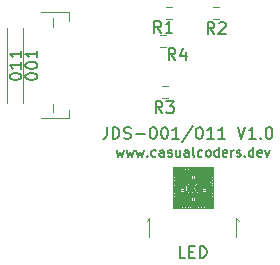
<source format=gbr>
%TF.GenerationSoftware,KiCad,Pcbnew,(5.1.10)-1*%
%TF.CreationDate,2022-03-08T18:55:03-05:00*%
%TF.ProjectId,001,3030312e-6b69-4636-9164-5f7063625858,rev?*%
%TF.SameCoordinates,Original*%
%TF.FileFunction,Legend,Top*%
%TF.FilePolarity,Positive*%
%FSLAX46Y46*%
G04 Gerber Fmt 4.6, Leading zero omitted, Abs format (unit mm)*
G04 Created by KiCad (PCBNEW (5.1.10)-1) date 2022-03-08 18:55:03*
%MOMM*%
%LPD*%
G01*
G04 APERTURE LIST*
%ADD10C,0.150000*%
%ADD11C,0.010000*%
%ADD12C,0.120000*%
G04 APERTURE END LIST*
D10*
X113462609Y-66071771D02*
X113614990Y-66605104D01*
X113767371Y-66224152D01*
X113919752Y-66605104D01*
X114072133Y-66071771D01*
X114300704Y-66071771D02*
X114453085Y-66605104D01*
X114605466Y-66224152D01*
X114757847Y-66605104D01*
X114910228Y-66071771D01*
X115138800Y-66071771D02*
X115291180Y-66605104D01*
X115443561Y-66224152D01*
X115595942Y-66605104D01*
X115748323Y-66071771D01*
X116053085Y-66528914D02*
X116091180Y-66567009D01*
X116053085Y-66605104D01*
X116014990Y-66567009D01*
X116053085Y-66528914D01*
X116053085Y-66605104D01*
X116776895Y-66567009D02*
X116700704Y-66605104D01*
X116548323Y-66605104D01*
X116472133Y-66567009D01*
X116434038Y-66528914D01*
X116395942Y-66452723D01*
X116395942Y-66224152D01*
X116434038Y-66147961D01*
X116472133Y-66109866D01*
X116548323Y-66071771D01*
X116700704Y-66071771D01*
X116776895Y-66109866D01*
X117462609Y-66605104D02*
X117462609Y-66186057D01*
X117424514Y-66109866D01*
X117348323Y-66071771D01*
X117195942Y-66071771D01*
X117119752Y-66109866D01*
X117462609Y-66567009D02*
X117386419Y-66605104D01*
X117195942Y-66605104D01*
X117119752Y-66567009D01*
X117081657Y-66490819D01*
X117081657Y-66414628D01*
X117119752Y-66338438D01*
X117195942Y-66300342D01*
X117386419Y-66300342D01*
X117462609Y-66262247D01*
X117805466Y-66567009D02*
X117881657Y-66605104D01*
X118034038Y-66605104D01*
X118110228Y-66567009D01*
X118148323Y-66490819D01*
X118148323Y-66452723D01*
X118110228Y-66376533D01*
X118034038Y-66338438D01*
X117919752Y-66338438D01*
X117843561Y-66300342D01*
X117805466Y-66224152D01*
X117805466Y-66186057D01*
X117843561Y-66109866D01*
X117919752Y-66071771D01*
X118034038Y-66071771D01*
X118110228Y-66109866D01*
X118834038Y-66071771D02*
X118834038Y-66605104D01*
X118491180Y-66071771D02*
X118491180Y-66490819D01*
X118529276Y-66567009D01*
X118605466Y-66605104D01*
X118719752Y-66605104D01*
X118795942Y-66567009D01*
X118834038Y-66528914D01*
X119557847Y-66605104D02*
X119557847Y-66186057D01*
X119519752Y-66109866D01*
X119443561Y-66071771D01*
X119291180Y-66071771D01*
X119214990Y-66109866D01*
X119557847Y-66567009D02*
X119481657Y-66605104D01*
X119291180Y-66605104D01*
X119214990Y-66567009D01*
X119176895Y-66490819D01*
X119176895Y-66414628D01*
X119214990Y-66338438D01*
X119291180Y-66300342D01*
X119481657Y-66300342D01*
X119557847Y-66262247D01*
X120053085Y-66605104D02*
X119976895Y-66567009D01*
X119938800Y-66490819D01*
X119938800Y-65805104D01*
X120700704Y-66567009D02*
X120624514Y-66605104D01*
X120472133Y-66605104D01*
X120395942Y-66567009D01*
X120357847Y-66528914D01*
X120319752Y-66452723D01*
X120319752Y-66224152D01*
X120357847Y-66147961D01*
X120395942Y-66109866D01*
X120472133Y-66071771D01*
X120624514Y-66071771D01*
X120700704Y-66109866D01*
X121157847Y-66605104D02*
X121081657Y-66567009D01*
X121043561Y-66528914D01*
X121005466Y-66452723D01*
X121005466Y-66224152D01*
X121043561Y-66147961D01*
X121081657Y-66109866D01*
X121157847Y-66071771D01*
X121272133Y-66071771D01*
X121348323Y-66109866D01*
X121386419Y-66147961D01*
X121424514Y-66224152D01*
X121424514Y-66452723D01*
X121386419Y-66528914D01*
X121348323Y-66567009D01*
X121272133Y-66605104D01*
X121157847Y-66605104D01*
X122110228Y-66605104D02*
X122110228Y-65805104D01*
X122110228Y-66567009D02*
X122034038Y-66605104D01*
X121881657Y-66605104D01*
X121805466Y-66567009D01*
X121767371Y-66528914D01*
X121729276Y-66452723D01*
X121729276Y-66224152D01*
X121767371Y-66147961D01*
X121805466Y-66109866D01*
X121881657Y-66071771D01*
X122034038Y-66071771D01*
X122110228Y-66109866D01*
X122795942Y-66567009D02*
X122719752Y-66605104D01*
X122567371Y-66605104D01*
X122491180Y-66567009D01*
X122453085Y-66490819D01*
X122453085Y-66186057D01*
X122491180Y-66109866D01*
X122567371Y-66071771D01*
X122719752Y-66071771D01*
X122795942Y-66109866D01*
X122834038Y-66186057D01*
X122834038Y-66262247D01*
X122453085Y-66338438D01*
X123176895Y-66605104D02*
X123176895Y-66071771D01*
X123176895Y-66224152D02*
X123214990Y-66147961D01*
X123253085Y-66109866D01*
X123329276Y-66071771D01*
X123405466Y-66071771D01*
X123634038Y-66567009D02*
X123710228Y-66605104D01*
X123862609Y-66605104D01*
X123938800Y-66567009D01*
X123976895Y-66490819D01*
X123976895Y-66452723D01*
X123938800Y-66376533D01*
X123862609Y-66338438D01*
X123748323Y-66338438D01*
X123672133Y-66300342D01*
X123634038Y-66224152D01*
X123634038Y-66186057D01*
X123672133Y-66109866D01*
X123748323Y-66071771D01*
X123862609Y-66071771D01*
X123938800Y-66109866D01*
X124319752Y-66528914D02*
X124357847Y-66567009D01*
X124319752Y-66605104D01*
X124281657Y-66567009D01*
X124319752Y-66528914D01*
X124319752Y-66605104D01*
X125043561Y-66605104D02*
X125043561Y-65805104D01*
X125043561Y-66567009D02*
X124967371Y-66605104D01*
X124814990Y-66605104D01*
X124738800Y-66567009D01*
X124700704Y-66528914D01*
X124662609Y-66452723D01*
X124662609Y-66224152D01*
X124700704Y-66147961D01*
X124738800Y-66109866D01*
X124814990Y-66071771D01*
X124967371Y-66071771D01*
X125043561Y-66109866D01*
X125729276Y-66567009D02*
X125653085Y-66605104D01*
X125500704Y-66605104D01*
X125424514Y-66567009D01*
X125386419Y-66490819D01*
X125386419Y-66186057D01*
X125424514Y-66109866D01*
X125500704Y-66071771D01*
X125653085Y-66071771D01*
X125729276Y-66109866D01*
X125767371Y-66186057D01*
X125767371Y-66262247D01*
X125386419Y-66338438D01*
X126034038Y-66071771D02*
X126224514Y-66605104D01*
X126414990Y-66071771D01*
X112648266Y-64095380D02*
X112648266Y-64809666D01*
X112600647Y-64952523D01*
X112505409Y-65047761D01*
X112362552Y-65095380D01*
X112267314Y-65095380D01*
X113124457Y-65095380D02*
X113124457Y-64095380D01*
X113362552Y-64095380D01*
X113505409Y-64143000D01*
X113600647Y-64238238D01*
X113648266Y-64333476D01*
X113695885Y-64523952D01*
X113695885Y-64666809D01*
X113648266Y-64857285D01*
X113600647Y-64952523D01*
X113505409Y-65047761D01*
X113362552Y-65095380D01*
X113124457Y-65095380D01*
X114076838Y-65047761D02*
X114219695Y-65095380D01*
X114457790Y-65095380D01*
X114553028Y-65047761D01*
X114600647Y-65000142D01*
X114648266Y-64904904D01*
X114648266Y-64809666D01*
X114600647Y-64714428D01*
X114553028Y-64666809D01*
X114457790Y-64619190D01*
X114267314Y-64571571D01*
X114172076Y-64523952D01*
X114124457Y-64476333D01*
X114076838Y-64381095D01*
X114076838Y-64285857D01*
X114124457Y-64190619D01*
X114172076Y-64143000D01*
X114267314Y-64095380D01*
X114505409Y-64095380D01*
X114648266Y-64143000D01*
X115076838Y-64714428D02*
X115838742Y-64714428D01*
X116505409Y-64095380D02*
X116600647Y-64095380D01*
X116695885Y-64143000D01*
X116743504Y-64190619D01*
X116791123Y-64285857D01*
X116838742Y-64476333D01*
X116838742Y-64714428D01*
X116791123Y-64904904D01*
X116743504Y-65000142D01*
X116695885Y-65047761D01*
X116600647Y-65095380D01*
X116505409Y-65095380D01*
X116410171Y-65047761D01*
X116362552Y-65000142D01*
X116314933Y-64904904D01*
X116267314Y-64714428D01*
X116267314Y-64476333D01*
X116314933Y-64285857D01*
X116362552Y-64190619D01*
X116410171Y-64143000D01*
X116505409Y-64095380D01*
X117457790Y-64095380D02*
X117553028Y-64095380D01*
X117648266Y-64143000D01*
X117695885Y-64190619D01*
X117743504Y-64285857D01*
X117791123Y-64476333D01*
X117791123Y-64714428D01*
X117743504Y-64904904D01*
X117695885Y-65000142D01*
X117648266Y-65047761D01*
X117553028Y-65095380D01*
X117457790Y-65095380D01*
X117362552Y-65047761D01*
X117314933Y-65000142D01*
X117267314Y-64904904D01*
X117219695Y-64714428D01*
X117219695Y-64476333D01*
X117267314Y-64285857D01*
X117314933Y-64190619D01*
X117362552Y-64143000D01*
X117457790Y-64095380D01*
X118743504Y-65095380D02*
X118172076Y-65095380D01*
X118457790Y-65095380D02*
X118457790Y-64095380D01*
X118362552Y-64238238D01*
X118267314Y-64333476D01*
X118172076Y-64381095D01*
X119886361Y-64047761D02*
X119029219Y-65333476D01*
X120410171Y-64095380D02*
X120505409Y-64095380D01*
X120600647Y-64143000D01*
X120648266Y-64190619D01*
X120695885Y-64285857D01*
X120743504Y-64476333D01*
X120743504Y-64714428D01*
X120695885Y-64904904D01*
X120648266Y-65000142D01*
X120600647Y-65047761D01*
X120505409Y-65095380D01*
X120410171Y-65095380D01*
X120314933Y-65047761D01*
X120267314Y-65000142D01*
X120219695Y-64904904D01*
X120172076Y-64714428D01*
X120172076Y-64476333D01*
X120219695Y-64285857D01*
X120267314Y-64190619D01*
X120314933Y-64143000D01*
X120410171Y-64095380D01*
X121695885Y-65095380D02*
X121124457Y-65095380D01*
X121410171Y-65095380D02*
X121410171Y-64095380D01*
X121314933Y-64238238D01*
X121219695Y-64333476D01*
X121124457Y-64381095D01*
X122648266Y-65095380D02*
X122076838Y-65095380D01*
X122362552Y-65095380D02*
X122362552Y-64095380D01*
X122267314Y-64238238D01*
X122172076Y-64333476D01*
X122076838Y-64381095D01*
X123695885Y-64095380D02*
X124029219Y-65095380D01*
X124362552Y-64095380D01*
X125219695Y-65095380D02*
X124648266Y-65095380D01*
X124933980Y-65095380D02*
X124933980Y-64095380D01*
X124838742Y-64238238D01*
X124743504Y-64333476D01*
X124648266Y-64381095D01*
X125648266Y-65000142D02*
X125695885Y-65047761D01*
X125648266Y-65095380D01*
X125600647Y-65047761D01*
X125648266Y-65000142D01*
X125648266Y-65095380D01*
X126314933Y-64095380D02*
X126410171Y-64095380D01*
X126505409Y-64143000D01*
X126553028Y-64190619D01*
X126600647Y-64285857D01*
X126648266Y-64476333D01*
X126648266Y-64714428D01*
X126600647Y-64904904D01*
X126553028Y-65000142D01*
X126505409Y-65047761D01*
X126410171Y-65095380D01*
X126314933Y-65095380D01*
X126219695Y-65047761D01*
X126172076Y-65000142D01*
X126124457Y-64904904D01*
X126076838Y-64714428D01*
X126076838Y-64476333D01*
X126124457Y-64285857D01*
X126172076Y-64190619D01*
X126219695Y-64143000D01*
X126314933Y-64095380D01*
D11*
%TO.C,G\u002A\u002A\u002A*%
G36*
X121660073Y-70987073D02*
G01*
X118192127Y-70987073D01*
X118192127Y-70882042D01*
X118920405Y-70882042D01*
X118920428Y-70887148D01*
X118920492Y-70890130D01*
X118920678Y-70895730D01*
X118920903Y-70899959D01*
X118921207Y-70903140D01*
X118921626Y-70905596D01*
X118922198Y-70907648D01*
X118922693Y-70908977D01*
X118923693Y-70911700D01*
X118924347Y-70913955D01*
X118924493Y-70914892D01*
X118924851Y-70916439D01*
X118925771Y-70918846D01*
X118926573Y-70920598D01*
X118928037Y-70923639D01*
X118929417Y-70926597D01*
X118929963Y-70927807D01*
X118931277Y-70930396D01*
X118932997Y-70933325D01*
X118933597Y-70934255D01*
X118935609Y-70937267D01*
X118937731Y-70940444D01*
X118938237Y-70941200D01*
X118940153Y-70943684D01*
X118942949Y-70946847D01*
X118946218Y-70950271D01*
X118949552Y-70953536D01*
X118952545Y-70956221D01*
X118953763Y-70957198D01*
X118956592Y-70959265D01*
X118959564Y-70961320D01*
X118962317Y-70963127D01*
X118964487Y-70964449D01*
X118965711Y-70965047D01*
X118965795Y-70965060D01*
X118966864Y-70965523D01*
X118968674Y-70966678D01*
X118969306Y-70967132D01*
X118971835Y-70968647D01*
X118974403Y-70969681D01*
X118974763Y-70969769D01*
X118977029Y-70970415D01*
X118980044Y-70971476D01*
X118982130Y-70972302D01*
X118986062Y-70973552D01*
X118991249Y-70974606D01*
X118996100Y-70975257D01*
X118999874Y-70975692D01*
X119002987Y-70976114D01*
X119005076Y-70976468D01*
X119005773Y-70976673D01*
X119006866Y-70976836D01*
X119009494Y-70976771D01*
X119013516Y-70976488D01*
X119018791Y-70975996D01*
X119025179Y-70975306D01*
X119026093Y-70975201D01*
X119029994Y-70974628D01*
X119033594Y-70973885D01*
X119036325Y-70973096D01*
X119037100Y-70972770D01*
X119039815Y-70971621D01*
X119043064Y-70970544D01*
X119044144Y-70970253D01*
X119046408Y-70969603D01*
X119048580Y-70968730D01*
X119051096Y-70967423D01*
X119054390Y-70965466D01*
X119056150Y-70964375D01*
X119058121Y-70963152D01*
X119060216Y-70961861D01*
X119067636Y-70956566D01*
X119074907Y-70949950D01*
X119075884Y-70948944D01*
X119078207Y-70946461D01*
X119080002Y-70944440D01*
X119081002Y-70943187D01*
X119081122Y-70942954D01*
X119081610Y-70942060D01*
X119082866Y-70940296D01*
X119084082Y-70938721D01*
X119085712Y-70936516D01*
X119086789Y-70934768D01*
X119087045Y-70934076D01*
X119087625Y-70932863D01*
X119088747Y-70931617D01*
X119090016Y-70930130D01*
X119090440Y-70929089D01*
X119090811Y-70927829D01*
X119091764Y-70925651D01*
X119092626Y-70923928D01*
X119094506Y-70919669D01*
X119096427Y-70913949D01*
X119098418Y-70906677D01*
X119099455Y-70902407D01*
X119099995Y-70899524D01*
X119100327Y-70896189D01*
X119100466Y-70892054D01*
X119100460Y-70891196D01*
X119148459Y-70891196D01*
X119148658Y-70897452D01*
X119149109Y-70903235D01*
X119149812Y-70908197D01*
X119150766Y-70911989D01*
X119151277Y-70913218D01*
X119152494Y-70916171D01*
X119153376Y-70919226D01*
X119153443Y-70919564D01*
X119154247Y-70922268D01*
X119155747Y-70925904D01*
X119157711Y-70929992D01*
X119159902Y-70934051D01*
X119162086Y-70937600D01*
X119162630Y-70938390D01*
X119164693Y-70941333D01*
X119166830Y-70944446D01*
X119167321Y-70945172D01*
X119169539Y-70948017D01*
X119172624Y-70951398D01*
X119176113Y-70954857D01*
X119179544Y-70957940D01*
X119182457Y-70960191D01*
X119182739Y-70960377D01*
X119184930Y-70961938D01*
X119186616Y-70963402D01*
X119186864Y-70963675D01*
X119188281Y-70964811D01*
X119189115Y-70965060D01*
X119190455Y-70965567D01*
X119192310Y-70966811D01*
X119192610Y-70967054D01*
X119195139Y-70968719D01*
X119197982Y-70970018D01*
X119198110Y-70970060D01*
X119200401Y-70971020D01*
X119202027Y-70972073D01*
X119202187Y-70972242D01*
X119203549Y-70973099D01*
X119205906Y-70973949D01*
X119207258Y-70974289D01*
X119210463Y-70975085D01*
X119214198Y-70976163D01*
X119216305Y-70976839D01*
X119218927Y-70977703D01*
X119221150Y-70978338D01*
X119223299Y-70978773D01*
X119225700Y-70979040D01*
X119228677Y-70979168D01*
X119232557Y-70979188D01*
X119237666Y-70979131D01*
X119240300Y-70979091D01*
X119246063Y-70978969D01*
X119250463Y-70978789D01*
X119253828Y-70978517D01*
X119256490Y-70978121D01*
X119258776Y-70977569D01*
X119260197Y-70977117D01*
X119263350Y-70976088D01*
X119266245Y-70975230D01*
X119267817Y-70974830D01*
X119269777Y-70974171D01*
X119272864Y-70972855D01*
X119276724Y-70971047D01*
X119281005Y-70968915D01*
X119285354Y-70966626D01*
X119286443Y-70966030D01*
X119290418Y-70963501D01*
X119294943Y-70960068D01*
X119299432Y-70956181D01*
X119302171Y-70953457D01*
X119305290Y-70950051D01*
X119308492Y-70946323D01*
X119311479Y-70942633D01*
X119313953Y-70939341D01*
X119315617Y-70936806D01*
X119315876Y-70936323D01*
X119317201Y-70933735D01*
X119318452Y-70931406D01*
X119318572Y-70931193D01*
X119321558Y-70925205D01*
X119324023Y-70918898D01*
X119325371Y-70914260D01*
X119326297Y-70910453D01*
X119327312Y-70906465D01*
X119327933Y-70904127D01*
X119328614Y-70900429D01*
X119329046Y-70895375D01*
X119329200Y-70889290D01*
X119329200Y-70889156D01*
X119329187Y-70888274D01*
X119378584Y-70888274D01*
X119378709Y-70893548D01*
X119379044Y-70898754D01*
X119379564Y-70903387D01*
X119380244Y-70906940D01*
X119380400Y-70907487D01*
X119381257Y-70910573D01*
X119382142Y-70914261D01*
X119382568Y-70916277D01*
X119383506Y-70919838D01*
X119384811Y-70923424D01*
X119385586Y-70925081D01*
X119386760Y-70927454D01*
X119387503Y-70929273D01*
X119387637Y-70929838D01*
X119387805Y-70930449D01*
X119388370Y-70931558D01*
X119389449Y-70933350D01*
X119391155Y-70936008D01*
X119393604Y-70939719D01*
X119396401Y-70943905D01*
X119398066Y-70945989D01*
X119400713Y-70948851D01*
X119404036Y-70952202D01*
X119407728Y-70955753D01*
X119411482Y-70959215D01*
X119414992Y-70962299D01*
X119417952Y-70964717D01*
X119420017Y-70966159D01*
X119430116Y-70971478D01*
X119439688Y-70975447D01*
X119449107Y-70978150D01*
X119458748Y-70979669D01*
X119468984Y-70980090D01*
X119479919Y-70979519D01*
X119484271Y-70978920D01*
X119489232Y-70977907D01*
X119494337Y-70976607D01*
X119499121Y-70975150D01*
X119503122Y-70973664D01*
X119505730Y-70972369D01*
X119507525Y-70971446D01*
X119510133Y-70970319D01*
X119511445Y-70969808D01*
X119513737Y-70968837D01*
X119515194Y-70967999D01*
X119515467Y-70967666D01*
X119516150Y-70966891D01*
X119517660Y-70966025D01*
X119521216Y-70963909D01*
X119525385Y-70960634D01*
X119529902Y-70956491D01*
X119534506Y-70951771D01*
X119538932Y-70946763D01*
X119542916Y-70941758D01*
X119546195Y-70937047D01*
X119548505Y-70932920D01*
X119549160Y-70931327D01*
X119550396Y-70928643D01*
X119551843Y-70926383D01*
X119553057Y-70924450D01*
X119553584Y-70922844D01*
X119553584Y-70922824D01*
X119553865Y-70921388D01*
X119554588Y-70918883D01*
X119555602Y-70915826D01*
X119555707Y-70915530D01*
X119557271Y-70909771D01*
X119558381Y-70902801D01*
X119559000Y-70895051D01*
X119559034Y-70892041D01*
X119610070Y-70892041D01*
X119610285Y-70899051D01*
X119610854Y-70905538D01*
X119611778Y-70911168D01*
X119613061Y-70915611D01*
X119613689Y-70917008D01*
X119614974Y-70920008D01*
X119616063Y-70923432D01*
X119616294Y-70924395D01*
X119617284Y-70927527D01*
X119618715Y-70930476D01*
X119619232Y-70931260D01*
X119620540Y-70933252D01*
X119621255Y-70934768D01*
X119621300Y-70935031D01*
X119621649Y-70936065D01*
X119622761Y-70937866D01*
X119624727Y-70940562D01*
X119627642Y-70944283D01*
X119631037Y-70948472D01*
X119635102Y-70953041D01*
X119639662Y-70957510D01*
X119644301Y-70961510D01*
X119648604Y-70964670D01*
X119650514Y-70965827D01*
X119652962Y-70967173D01*
X119656217Y-70968963D01*
X119659603Y-70970825D01*
X119659823Y-70970946D01*
X119663077Y-70972603D01*
X119666175Y-70973957D01*
X119668505Y-70974743D01*
X119668713Y-70974789D01*
X119671381Y-70975525D01*
X119674453Y-70976657D01*
X119675367Y-70977053D01*
X119679134Y-70978273D01*
X119684239Y-70979200D01*
X119690352Y-70979810D01*
X119697140Y-70980083D01*
X119704271Y-70979994D01*
X119711412Y-70979522D01*
X119711570Y-70979507D01*
X119721862Y-70977729D01*
X119732271Y-70974440D01*
X119742479Y-70969765D01*
X119752170Y-70963832D01*
X119753659Y-70962768D01*
X119756723Y-70960303D01*
X119760185Y-70957138D01*
X119763837Y-70953512D01*
X119767466Y-70949661D01*
X119770863Y-70945820D01*
X119773816Y-70942228D01*
X119776115Y-70939121D01*
X119777550Y-70936735D01*
X119777933Y-70935501D01*
X119778434Y-70934382D01*
X119779666Y-70932651D01*
X119779940Y-70932316D01*
X119781535Y-70929778D01*
X119782581Y-70926997D01*
X119782589Y-70926960D01*
X119783388Y-70924368D01*
X119784644Y-70921327D01*
X119785201Y-70920187D01*
X119786783Y-70915990D01*
X119788036Y-70910174D01*
X119788953Y-70902781D01*
X119789527Y-70893855D01*
X119789573Y-70892670D01*
X119789684Y-70885503D01*
X119789399Y-70879181D01*
X119788639Y-70873222D01*
X119787323Y-70867148D01*
X119785370Y-70860477D01*
X119783059Y-70853723D01*
X119782095Y-70850880D01*
X119781717Y-70849066D01*
X119781890Y-70847738D01*
X119782577Y-70846349D01*
X119782580Y-70846345D01*
X119783403Y-70845351D01*
X119785320Y-70843272D01*
X119788224Y-70840215D01*
X119792008Y-70836291D01*
X119796566Y-70831609D01*
X119801792Y-70826277D01*
X119807580Y-70820405D01*
X119813823Y-70814102D01*
X119820415Y-70807477D01*
X119821491Y-70806398D01*
X119828107Y-70799747D01*
X119834370Y-70793410D01*
X119840177Y-70787494D01*
X119845424Y-70782106D01*
X119850007Y-70777354D01*
X119853822Y-70773347D01*
X119856766Y-70770191D01*
X119858735Y-70767995D01*
X119859624Y-70766866D01*
X119859661Y-70766786D01*
X119860613Y-70764662D01*
X119861379Y-70763543D01*
X119862092Y-70762070D01*
X119862838Y-70759504D01*
X119863389Y-70756769D01*
X119863503Y-70755287D01*
X119863609Y-70752281D01*
X119863706Y-70747741D01*
X119863796Y-70741654D01*
X119863879Y-70734009D01*
X119863953Y-70724794D01*
X119864020Y-70713997D01*
X119864079Y-70701606D01*
X119864131Y-70687609D01*
X119864175Y-70671995D01*
X119864212Y-70654752D01*
X119864241Y-70635868D01*
X119864264Y-70615331D01*
X119864278Y-70593130D01*
X119864286Y-70569251D01*
X119864287Y-70558552D01*
X119864289Y-70536470D01*
X119864295Y-70516027D01*
X119864305Y-70497166D01*
X119864319Y-70479832D01*
X119864337Y-70463970D01*
X119864360Y-70449524D01*
X119864388Y-70436440D01*
X119864421Y-70424661D01*
X119864460Y-70414133D01*
X119864504Y-70404800D01*
X119864555Y-70396606D01*
X119864613Y-70389496D01*
X119864677Y-70383416D01*
X119864749Y-70378309D01*
X119864828Y-70374120D01*
X119864915Y-70370793D01*
X119865009Y-70368275D01*
X119865113Y-70366508D01*
X119865225Y-70365437D01*
X119865345Y-70365008D01*
X119865352Y-70365003D01*
X119866731Y-70364394D01*
X119869161Y-70363698D01*
X119871158Y-70363258D01*
X119875955Y-70361852D01*
X119880204Y-70359495D01*
X119884180Y-70355974D01*
X119888155Y-70351081D01*
X119889527Y-70349110D01*
X119891810Y-70345723D01*
X119892028Y-70195784D01*
X119892245Y-70046598D01*
X119959967Y-70046598D01*
X119959967Y-70343368D01*
X119962603Y-70348356D01*
X119964567Y-70351896D01*
X119966309Y-70354412D01*
X119968301Y-70356423D01*
X119971015Y-70358449D01*
X119972937Y-70359726D01*
X119977595Y-70362225D01*
X119981888Y-70363490D01*
X119981996Y-70363505D01*
X119984652Y-70364099D01*
X119986679Y-70364958D01*
X119987229Y-70365400D01*
X119987353Y-70365813D01*
X119987468Y-70366784D01*
X119987577Y-70368367D01*
X119987678Y-70370621D01*
X119987773Y-70373603D01*
X119987862Y-70377368D01*
X119987945Y-70381975D01*
X119988023Y-70387479D01*
X119988096Y-70393937D01*
X119988164Y-70401407D01*
X119988229Y-70409945D01*
X119988290Y-70419609D01*
X119988348Y-70430454D01*
X119988404Y-70442537D01*
X119988457Y-70455916D01*
X119988508Y-70470648D01*
X119988558Y-70486788D01*
X119988607Y-70504395D01*
X119988656Y-70523524D01*
X119988704Y-70544233D01*
X119988753Y-70566578D01*
X119988753Y-70566622D01*
X119989177Y-70766517D01*
X119991476Y-70770327D01*
X119992477Y-70771595D01*
X119994570Y-70773940D01*
X119997645Y-70777246D01*
X120001590Y-70781398D01*
X120006295Y-70786281D01*
X120011649Y-70791781D01*
X120017541Y-70797781D01*
X120023860Y-70804167D01*
X120030495Y-70810824D01*
X120038735Y-70819064D01*
X120045294Y-70825642D01*
X120050822Y-70831213D01*
X120055404Y-70835870D01*
X120059126Y-70839704D01*
X120062075Y-70842808D01*
X120064336Y-70845272D01*
X120065996Y-70847191D01*
X120067140Y-70848655D01*
X120067855Y-70849756D01*
X120068226Y-70850587D01*
X120068339Y-70851240D01*
X120068340Y-70851288D01*
X120067971Y-70853486D01*
X120067116Y-70854955D01*
X120066281Y-70856306D01*
X120065413Y-70858721D01*
X120064900Y-70860773D01*
X120063965Y-70864431D01*
X120062726Y-70868240D01*
X120062114Y-70869810D01*
X120061501Y-70871390D01*
X120061045Y-70873014D01*
X120060724Y-70874957D01*
X120060513Y-70877494D01*
X120060391Y-70880899D01*
X120060335Y-70885448D01*
X120060321Y-70891400D01*
X120060335Y-70897364D01*
X120060391Y-70901910D01*
X120060514Y-70905313D01*
X120060724Y-70907848D01*
X120061046Y-70909790D01*
X120061502Y-70911413D01*
X120062114Y-70912990D01*
X120063365Y-70916421D01*
X120064498Y-70920307D01*
X120064900Y-70922026D01*
X120065639Y-70924823D01*
X120066502Y-70926984D01*
X120067073Y-70927809D01*
X120068100Y-70929233D01*
X120069102Y-70931471D01*
X120069245Y-70931896D01*
X120071405Y-70936795D01*
X120074915Y-70942350D01*
X120079645Y-70948395D01*
X120085463Y-70954767D01*
X120092238Y-70961299D01*
X120093299Y-70962256D01*
X120095054Y-70963660D01*
X120097475Y-70965396D01*
X120100139Y-70967186D01*
X120102626Y-70968755D01*
X120104515Y-70969826D01*
X120105324Y-70970140D01*
X120106449Y-70970605D01*
X120108294Y-70971764D01*
X120108920Y-70972212D01*
X120111449Y-70973729D01*
X120114017Y-70974766D01*
X120114376Y-70974855D01*
X120116927Y-70975637D01*
X120119752Y-70976814D01*
X120120167Y-70977018D01*
X120122627Y-70977913D01*
X120126374Y-70978852D01*
X120131003Y-70979769D01*
X120136112Y-70980595D01*
X120141298Y-70981266D01*
X120146156Y-70981715D01*
X120149620Y-70981870D01*
X120153174Y-70981762D01*
X120157718Y-70981398D01*
X120162580Y-70980839D01*
X120165796Y-70980369D01*
X120169940Y-70979624D01*
X120173685Y-70978818D01*
X120176587Y-70978056D01*
X120178073Y-70977510D01*
X120180472Y-70976482D01*
X120183455Y-70975469D01*
X120184325Y-70975221D01*
X120187174Y-70974247D01*
X120189674Y-70973056D01*
X120190252Y-70972689D01*
X120192507Y-70971328D01*
X120195199Y-70970006D01*
X120195500Y-70969878D01*
X120199275Y-70967859D01*
X120203744Y-70964739D01*
X120208582Y-70960767D01*
X120213464Y-70956195D01*
X120214295Y-70955355D01*
X120217033Y-70952504D01*
X120219234Y-70950036D01*
X120221231Y-70947526D01*
X120223358Y-70944550D01*
X120225946Y-70940680D01*
X120226827Y-70939335D01*
X120229046Y-70935638D01*
X120231295Y-70931375D01*
X120233367Y-70926999D01*
X120235054Y-70922960D01*
X120236146Y-70919710D01*
X120236385Y-70918648D01*
X120237040Y-70915728D01*
X120238054Y-70912223D01*
X120238745Y-70910182D01*
X120239420Y-70908108D01*
X120239899Y-70905967D01*
X120240214Y-70903416D01*
X120240396Y-70900116D01*
X120240477Y-70895725D01*
X120240491Y-70891400D01*
X120240461Y-70885914D01*
X120240352Y-70881773D01*
X120240134Y-70878629D01*
X120239772Y-70876135D01*
X120239235Y-70873943D01*
X120238720Y-70872350D01*
X120237563Y-70868692D01*
X120236508Y-70864810D01*
X120236031Y-70862727D01*
X120235205Y-70859680D01*
X120234127Y-70856983D01*
X120233539Y-70855954D01*
X120232187Y-70853635D01*
X120231350Y-70851607D01*
X120230653Y-70849825D01*
X120229381Y-70847465D01*
X120227368Y-70844235D01*
X120225527Y-70841447D01*
X120224116Y-70839340D01*
X120222422Y-70836806D01*
X120222060Y-70836265D01*
X120220295Y-70833981D01*
X120217708Y-70831068D01*
X120214616Y-70827840D01*
X120211341Y-70824612D01*
X120208201Y-70821698D01*
X120205517Y-70819414D01*
X120203609Y-70818074D01*
X120203534Y-70818034D01*
X120200907Y-70816458D01*
X120198450Y-70814657D01*
X120196609Y-70813333D01*
X120195194Y-70812676D01*
X120195048Y-70812660D01*
X120193765Y-70812214D01*
X120191770Y-70811098D01*
X120191034Y-70810617D01*
X120188193Y-70809055D01*
X120184957Y-70807767D01*
X120184275Y-70807565D01*
X120181337Y-70806636D01*
X120178650Y-70805569D01*
X120178073Y-70805290D01*
X120175991Y-70804552D01*
X120172633Y-70803735D01*
X120168414Y-70802906D01*
X120163744Y-70802133D01*
X120159036Y-70801484D01*
X120154703Y-70801025D01*
X120151156Y-70800825D01*
X120150802Y-70800822D01*
X120147643Y-70800953D01*
X120143601Y-70801325D01*
X120139041Y-70801881D01*
X120134327Y-70802563D01*
X120129822Y-70803315D01*
X120125891Y-70804080D01*
X120122898Y-70804801D01*
X120121207Y-70805421D01*
X120121161Y-70805450D01*
X120118680Y-70806664D01*
X120115522Y-70807672D01*
X120112258Y-70808350D01*
X120109455Y-70808579D01*
X120107783Y-70808293D01*
X120106754Y-70807480D01*
X120104683Y-70805599D01*
X120101713Y-70802793D01*
X120097988Y-70799206D01*
X120093650Y-70794980D01*
X120088842Y-70790257D01*
X120083707Y-70785180D01*
X120078388Y-70779893D01*
X120073028Y-70774537D01*
X120067770Y-70769256D01*
X120062756Y-70764193D01*
X120058131Y-70759489D01*
X120054036Y-70755288D01*
X120050614Y-70751732D01*
X120048010Y-70748965D01*
X120046364Y-70747128D01*
X120045848Y-70746450D01*
X120045710Y-70746016D01*
X120045583Y-70745209D01*
X120045466Y-70743967D01*
X120045359Y-70742226D01*
X120045261Y-70739923D01*
X120045172Y-70736995D01*
X120045092Y-70733378D01*
X120045020Y-70729011D01*
X120044956Y-70723828D01*
X120044899Y-70717769D01*
X120044849Y-70710768D01*
X120044806Y-70702763D01*
X120044768Y-70693691D01*
X120044737Y-70683489D01*
X120044711Y-70672093D01*
X120044690Y-70659440D01*
X120044674Y-70645468D01*
X120044661Y-70630113D01*
X120044653Y-70613311D01*
X120044648Y-70595000D01*
X120044646Y-70575117D01*
X120044646Y-70555527D01*
X120044651Y-70537764D01*
X120044661Y-70520444D01*
X120044678Y-70503644D01*
X120044700Y-70487440D01*
X120044727Y-70471908D01*
X120044760Y-70457126D01*
X120044797Y-70443170D01*
X120044839Y-70430116D01*
X120044885Y-70418041D01*
X120044934Y-70407022D01*
X120044987Y-70397135D01*
X120045044Y-70388456D01*
X120045103Y-70381062D01*
X120045165Y-70375031D01*
X120045229Y-70370437D01*
X120045295Y-70367359D01*
X120045363Y-70365871D01*
X120045386Y-70365743D01*
X120046546Y-70364963D01*
X120048843Y-70364078D01*
X120051383Y-70363378D01*
X120054677Y-70362418D01*
X120057705Y-70361204D01*
X120059321Y-70360312D01*
X120061641Y-70358559D01*
X120064068Y-70356498D01*
X120066236Y-70354471D01*
X120067781Y-70352816D01*
X120068340Y-70351897D01*
X120068683Y-70350818D01*
X120069568Y-70348736D01*
X120070457Y-70346831D01*
X120072573Y-70342443D01*
X120072573Y-70194061D01*
X120072569Y-70178339D01*
X120072557Y-70163074D01*
X120072556Y-70162006D01*
X120140730Y-70162006D01*
X120140730Y-70194593D01*
X120140731Y-70213381D01*
X120140734Y-70230550D01*
X120140739Y-70246173D01*
X120140749Y-70260325D01*
X120140762Y-70273078D01*
X120140781Y-70284508D01*
X120140805Y-70294688D01*
X120140835Y-70303692D01*
X120140872Y-70311594D01*
X120140917Y-70318468D01*
X120140969Y-70324387D01*
X120141031Y-70329426D01*
X120141103Y-70333658D01*
X120141185Y-70337158D01*
X120141278Y-70339999D01*
X120141382Y-70342255D01*
X120141499Y-70344000D01*
X120141629Y-70345309D01*
X120141773Y-70346254D01*
X120141931Y-70346910D01*
X120142104Y-70347350D01*
X120142139Y-70347417D01*
X120145125Y-70351768D01*
X120148964Y-70355856D01*
X120153270Y-70359369D01*
X120157659Y-70361996D01*
X120161743Y-70363425D01*
X120162030Y-70363476D01*
X120164657Y-70364112D01*
X120166767Y-70364972D01*
X120167110Y-70365189D01*
X120167292Y-70365366D01*
X120167460Y-70365666D01*
X120167614Y-70366158D01*
X120167755Y-70366909D01*
X120167884Y-70367991D01*
X120168002Y-70369470D01*
X120168110Y-70371416D01*
X120168207Y-70373898D01*
X120168296Y-70376984D01*
X120168377Y-70380744D01*
X120168451Y-70385245D01*
X120168518Y-70390558D01*
X120168580Y-70396750D01*
X120168636Y-70403891D01*
X120168688Y-70412049D01*
X120168737Y-70421294D01*
X120168784Y-70431693D01*
X120168828Y-70443316D01*
X120168872Y-70456231D01*
X120168915Y-70470508D01*
X120168959Y-70486215D01*
X120169005Y-70503421D01*
X120169052Y-70522195D01*
X120169093Y-70538906D01*
X120169517Y-70711483D01*
X120172057Y-70715574D01*
X120173018Y-70716761D01*
X120175098Y-70719059D01*
X120178215Y-70722386D01*
X120182289Y-70726658D01*
X120187239Y-70731791D01*
X120192983Y-70737703D01*
X120199440Y-70744309D01*
X120206529Y-70751527D01*
X120214170Y-70759272D01*
X120222280Y-70767463D01*
X120230779Y-70776014D01*
X120234075Y-70779322D01*
X120243976Y-70789250D01*
X120252750Y-70798050D01*
X120260461Y-70805794D01*
X120267172Y-70812558D01*
X120272949Y-70818416D01*
X120277855Y-70823443D01*
X120281954Y-70827712D01*
X120285309Y-70831298D01*
X120287986Y-70834275D01*
X120290049Y-70836718D01*
X120291560Y-70838701D01*
X120292585Y-70840299D01*
X120293187Y-70841585D01*
X120293430Y-70842634D01*
X120293379Y-70843521D01*
X120293098Y-70844320D01*
X120292650Y-70845105D01*
X120292099Y-70845951D01*
X120291832Y-70846375D01*
X120290748Y-70848711D01*
X120289656Y-70851950D01*
X120288919Y-70854842D01*
X120288057Y-70858474D01*
X120287054Y-70862076D01*
X120286325Y-70864307D01*
X120285603Y-70867363D01*
X120285108Y-70871676D01*
X120284837Y-70876824D01*
X120284788Y-70882388D01*
X120284956Y-70887944D01*
X120285339Y-70893073D01*
X120285934Y-70897354D01*
X120286606Y-70900022D01*
X120287676Y-70903400D01*
X120288563Y-70906805D01*
X120288903Y-70908488D01*
X120289681Y-70911627D01*
X120290827Y-70914654D01*
X120291051Y-70915107D01*
X120292401Y-70917776D01*
X120293911Y-70920890D01*
X120294377Y-70921880D01*
X120297134Y-70927295D01*
X120300311Y-70932465D01*
X120304257Y-70937937D01*
X120306472Y-70940762D01*
X120308688Y-70943254D01*
X120311641Y-70946202D01*
X120314948Y-70949262D01*
X120318227Y-70952092D01*
X120321094Y-70954347D01*
X120323071Y-70955638D01*
X120325379Y-70957049D01*
X120326997Y-70958272D01*
X120328996Y-70959572D01*
X120331500Y-70960687D01*
X120331598Y-70960720D01*
X120333954Y-70961712D01*
X120335744Y-70962805D01*
X120335832Y-70962880D01*
X120337826Y-70964110D01*
X120341102Y-70965524D01*
X120345278Y-70967001D01*
X120349972Y-70968419D01*
X120354799Y-70969658D01*
X120359377Y-70970594D01*
X120360863Y-70970830D01*
X120364899Y-70971201D01*
X120370132Y-70971374D01*
X120376078Y-70971357D01*
X120382253Y-70971159D01*
X120388174Y-70970787D01*
X120393037Y-70970292D01*
X120396735Y-70969630D01*
X120400379Y-70968676D01*
X120402773Y-70967802D01*
X120405900Y-70966509D01*
X120409096Y-70965374D01*
X120409970Y-70965108D01*
X120412422Y-70964172D01*
X120415607Y-70962640D01*
X120418836Y-70960843D01*
X120418860Y-70960829D01*
X120422047Y-70958930D01*
X120425116Y-70957136D01*
X120427404Y-70955834D01*
X120427408Y-70955832D01*
X120429190Y-70954574D01*
X120431785Y-70952392D01*
X120434844Y-70949594D01*
X120437991Y-70946516D01*
X120441915Y-70942522D01*
X120444837Y-70939484D01*
X120446958Y-70937167D01*
X120448478Y-70935333D01*
X120449598Y-70933749D01*
X120450518Y-70932177D01*
X120451017Y-70931225D01*
X120452225Y-70929085D01*
X120453246Y-70927658D01*
X120453499Y-70927429D01*
X120454265Y-70926362D01*
X120455141Y-70924354D01*
X120455308Y-70923870D01*
X120456500Y-70921062D01*
X120458097Y-70918195D01*
X120458334Y-70917837D01*
X120459617Y-70915506D01*
X120460308Y-70913397D01*
X120460347Y-70912972D01*
X120460647Y-70911262D01*
X120461437Y-70908559D01*
X120462550Y-70905431D01*
X120462617Y-70905259D01*
X120463375Y-70903259D01*
X120463941Y-70901485D01*
X120464343Y-70899650D01*
X120464609Y-70897468D01*
X120464764Y-70894653D01*
X120464836Y-70890917D01*
X120464853Y-70885974D01*
X120464846Y-70881663D01*
X120464805Y-70863883D01*
X120461806Y-70854921D01*
X120460396Y-70850891D01*
X120458966Y-70847108D01*
X120457712Y-70844076D01*
X120457036Y-70842657D01*
X120455957Y-70840504D01*
X120455330Y-70838984D01*
X120455267Y-70838687D01*
X120454811Y-70837680D01*
X120453594Y-70835645D01*
X120451840Y-70832930D01*
X120449774Y-70829885D01*
X120447839Y-70827158D01*
X120446684Y-70825780D01*
X120444621Y-70823522D01*
X120441945Y-70820697D01*
X120438974Y-70817647D01*
X120434753Y-70813495D01*
X120431127Y-70810260D01*
X120427611Y-70807548D01*
X120423721Y-70804970D01*
X120421928Y-70803875D01*
X120419442Y-70802330D01*
X120417172Y-70800843D01*
X120417167Y-70800839D01*
X120414675Y-70799520D01*
X120412537Y-70798767D01*
X120410307Y-70798040D01*
X120407401Y-70796878D01*
X120405764Y-70796146D01*
X120400580Y-70794314D01*
X120393943Y-70793006D01*
X120385798Y-70792214D01*
X120376092Y-70791931D01*
X120375680Y-70791930D01*
X120366882Y-70792129D01*
X120359090Y-70792729D01*
X120352481Y-70793707D01*
X120347231Y-70795038D01*
X120344353Y-70796221D01*
X120341216Y-70797564D01*
X120337900Y-70798571D01*
X120336869Y-70798776D01*
X120333195Y-70799354D01*
X120279485Y-70745682D01*
X120269752Y-70735946D01*
X120261166Y-70727334D01*
X120253664Y-70719783D01*
X120247188Y-70713229D01*
X120241674Y-70707610D01*
X120237064Y-70702862D01*
X120233294Y-70698922D01*
X120230306Y-70695726D01*
X120228037Y-70693212D01*
X120226427Y-70691316D01*
X120225415Y-70689974D01*
X120224939Y-70689125D01*
X120224914Y-70689047D01*
X120224802Y-70687824D01*
X120224700Y-70685025D01*
X120224609Y-70680751D01*
X120224527Y-70675103D01*
X120224454Y-70668181D01*
X120224391Y-70660086D01*
X120224336Y-70650918D01*
X120224291Y-70640778D01*
X120224254Y-70629768D01*
X120224226Y-70617986D01*
X120224206Y-70605535D01*
X120224194Y-70592514D01*
X120224191Y-70579025D01*
X120224194Y-70565168D01*
X120224206Y-70551043D01*
X120224225Y-70536752D01*
X120224251Y-70522395D01*
X120224283Y-70508072D01*
X120224323Y-70493884D01*
X120224369Y-70479933D01*
X120224422Y-70466317D01*
X120224480Y-70453139D01*
X120224545Y-70440499D01*
X120224616Y-70428497D01*
X120224692Y-70417234D01*
X120224773Y-70406811D01*
X120224860Y-70397329D01*
X120224952Y-70388887D01*
X120225048Y-70381587D01*
X120225150Y-70375529D01*
X120225255Y-70370815D01*
X120225365Y-70367544D01*
X120225479Y-70365817D01*
X120225535Y-70365566D01*
X120226840Y-70364868D01*
X120229248Y-70364037D01*
X120231810Y-70363358D01*
X120235063Y-70362455D01*
X120237824Y-70361250D01*
X120240552Y-70359468D01*
X120243703Y-70356833D01*
X120245660Y-70355037D01*
X120247709Y-70352864D01*
X120249295Y-70350448D01*
X120250722Y-70347259D01*
X120251732Y-70344453D01*
X120254183Y-70337257D01*
X120254417Y-70197133D01*
X120254446Y-70178893D01*
X120254447Y-70177772D01*
X120319800Y-70177772D01*
X120319800Y-70212219D01*
X120319802Y-70228772D01*
X120319807Y-70243789D01*
X120319815Y-70257351D01*
X120319827Y-70269535D01*
X120319844Y-70280422D01*
X120319867Y-70290090D01*
X120319897Y-70298618D01*
X120319934Y-70306085D01*
X120319980Y-70312570D01*
X120320035Y-70318153D01*
X120320101Y-70322913D01*
X120320177Y-70326928D01*
X120320266Y-70330277D01*
X120320367Y-70333041D01*
X120320482Y-70335297D01*
X120320612Y-70337125D01*
X120320757Y-70338604D01*
X120320919Y-70339813D01*
X120321097Y-70340831D01*
X120321294Y-70341737D01*
X120321424Y-70342273D01*
X120322515Y-70346249D01*
X120323639Y-70349173D01*
X120325099Y-70351667D01*
X120327201Y-70354351D01*
X120327573Y-70354787D01*
X120329486Y-70356635D01*
X120332097Y-70358680D01*
X120334955Y-70360624D01*
X120337606Y-70362166D01*
X120339600Y-70363007D01*
X120340079Y-70363080D01*
X120343027Y-70363570D01*
X120345721Y-70364825D01*
X120347531Y-70366522D01*
X120347800Y-70367049D01*
X120347898Y-70368149D01*
X120347992Y-70370882D01*
X120348080Y-70375186D01*
X120348163Y-70381000D01*
X120348240Y-70388264D01*
X120348311Y-70396915D01*
X120348375Y-70406893D01*
X120348433Y-70418138D01*
X120348483Y-70430587D01*
X120348526Y-70444180D01*
X120348561Y-70458855D01*
X120348588Y-70474553D01*
X120348606Y-70491211D01*
X120348615Y-70508768D01*
X120348615Y-70510667D01*
X120348620Y-70528853D01*
X120348626Y-70545426D01*
X120348634Y-70560462D01*
X120348646Y-70574043D01*
X120348662Y-70586246D01*
X120348683Y-70597151D01*
X120348710Y-70606836D01*
X120348743Y-70615381D01*
X120348784Y-70622864D01*
X120348833Y-70629364D01*
X120348891Y-70634962D01*
X120348960Y-70639734D01*
X120349039Y-70643761D01*
X120349129Y-70647121D01*
X120349233Y-70649894D01*
X120349349Y-70652158D01*
X120349480Y-70653993D01*
X120349626Y-70655476D01*
X120349787Y-70656688D01*
X120349966Y-70657708D01*
X120350161Y-70658613D01*
X120350183Y-70658704D01*
X120351202Y-70662242D01*
X120352444Y-70665487D01*
X120353655Y-70667782D01*
X120353752Y-70667917D01*
X120354896Y-70669242D01*
X120357065Y-70671561D01*
X120360072Y-70674682D01*
X120363732Y-70678413D01*
X120367858Y-70682565D01*
X120371720Y-70686406D01*
X120377671Y-70692299D01*
X120384285Y-70698861D01*
X120391480Y-70706009D01*
X120399173Y-70713662D01*
X120407281Y-70721735D01*
X120415722Y-70730146D01*
X120424412Y-70738812D01*
X120433269Y-70747650D01*
X120442209Y-70756577D01*
X120451151Y-70765510D01*
X120460010Y-70774367D01*
X120468705Y-70783065D01*
X120477152Y-70791520D01*
X120485268Y-70799650D01*
X120492972Y-70807371D01*
X120500179Y-70814602D01*
X120506807Y-70821259D01*
X120512773Y-70827259D01*
X120517994Y-70832519D01*
X120522388Y-70836956D01*
X120525871Y-70840489D01*
X120528361Y-70843032D01*
X120529775Y-70844505D01*
X120530051Y-70844811D01*
X120531745Y-70847747D01*
X120531902Y-70850672D01*
X120530517Y-70853888D01*
X120529850Y-70854886D01*
X120528795Y-70856995D01*
X120527804Y-70860002D01*
X120527294Y-70862223D01*
X120526533Y-70865879D01*
X120525611Y-70869640D01*
X120525108Y-70871426D01*
X120524570Y-70874167D01*
X120524173Y-70878128D01*
X120523916Y-70882917D01*
X120523800Y-70888140D01*
X120523828Y-70893406D01*
X120524000Y-70898320D01*
X120524318Y-70902490D01*
X120524781Y-70905524D01*
X120525008Y-70906333D01*
X120525913Y-70909395D01*
X120526670Y-70912776D01*
X120526783Y-70913424D01*
X120527400Y-70915858D01*
X120528543Y-70919288D01*
X120530006Y-70923184D01*
X120531583Y-70927014D01*
X120533067Y-70930249D01*
X120534040Y-70932040D01*
X120534920Y-70933552D01*
X120536174Y-70935824D01*
X120536644Y-70936697D01*
X120538019Y-70939073D01*
X120539285Y-70940951D01*
X120539616Y-70941353D01*
X120540694Y-70942602D01*
X120542482Y-70944742D01*
X120544624Y-70947350D01*
X120545003Y-70947815D01*
X120546985Y-70950043D01*
X120549639Y-70952738D01*
X120552690Y-70955657D01*
X120555867Y-70958555D01*
X120558895Y-70961186D01*
X120561501Y-70963308D01*
X120563412Y-70964674D01*
X120564272Y-70965060D01*
X120565358Y-70965524D01*
X120567184Y-70966682D01*
X120567845Y-70967156D01*
X120570539Y-70968818D01*
X120573391Y-70970127D01*
X120573725Y-70970242D01*
X120576380Y-70971361D01*
X120578678Y-70972724D01*
X120578782Y-70972803D01*
X120580773Y-70973952D01*
X120582407Y-70974373D01*
X120584021Y-70974636D01*
X120586626Y-70975322D01*
X120589278Y-70976157D01*
X120592859Y-70977297D01*
X120596135Y-70978127D01*
X120599470Y-70978689D01*
X120603233Y-70979022D01*
X120607789Y-70979166D01*
X120613504Y-70979161D01*
X120616557Y-70979120D01*
X120622508Y-70978983D01*
X120627026Y-70978768D01*
X120630370Y-70978451D01*
X120632797Y-70978010D01*
X120634337Y-70977518D01*
X120637024Y-70976560D01*
X120640500Y-70975498D01*
X120643227Y-70974762D01*
X120646262Y-70973878D01*
X120648751Y-70972931D01*
X120650055Y-70972196D01*
X120651760Y-70971101D01*
X120654096Y-70970062D01*
X120654250Y-70970007D01*
X120657716Y-70968396D01*
X120661989Y-70965798D01*
X120666736Y-70962474D01*
X120671626Y-70958690D01*
X120676324Y-70954708D01*
X120680499Y-70950793D01*
X120683817Y-70947209D01*
X120685076Y-70945587D01*
X120686813Y-70943002D01*
X120688373Y-70940460D01*
X120688586Y-70940083D01*
X120690035Y-70937750D01*
X120691449Y-70935850D01*
X120692755Y-70933878D01*
X120693957Y-70931378D01*
X120694029Y-70931193D01*
X120695068Y-70928861D01*
X120696116Y-70927092D01*
X120696222Y-70926960D01*
X120696977Y-70925541D01*
X120697947Y-70923016D01*
X120698930Y-70919917D01*
X120698974Y-70919763D01*
X120700021Y-70916222D01*
X120701100Y-70912810D01*
X120701910Y-70910450D01*
X120702820Y-70906859D01*
X120703451Y-70902013D01*
X120703811Y-70896284D01*
X120703909Y-70890042D01*
X120703754Y-70883656D01*
X120703354Y-70877497D01*
X120702717Y-70871935D01*
X120701853Y-70867341D01*
X120700857Y-70864273D01*
X120699833Y-70861707D01*
X120699210Y-70859554D01*
X120699125Y-70858899D01*
X120698723Y-70857303D01*
X120697666Y-70854631D01*
X120696145Y-70851274D01*
X120694350Y-70847624D01*
X120692470Y-70844073D01*
X120690698Y-70841010D01*
X120689616Y-70839358D01*
X120687553Y-70836432D01*
X120685411Y-70833361D01*
X120684893Y-70832611D01*
X120682141Y-70829182D01*
X120678423Y-70825344D01*
X120674052Y-70821348D01*
X120669342Y-70817446D01*
X120664605Y-70813888D01*
X120660155Y-70810928D01*
X120656307Y-70808816D01*
X120654233Y-70808004D01*
X120651980Y-70807005D01*
X120650660Y-70806101D01*
X120649063Y-70805239D01*
X120646028Y-70804110D01*
X120641776Y-70802782D01*
X120636530Y-70801323D01*
X120630510Y-70799800D01*
X120628833Y-70799400D01*
X120623929Y-70798638D01*
X120617915Y-70798308D01*
X120611313Y-70798386D01*
X120604644Y-70798846D01*
X120598428Y-70799664D01*
X120593186Y-70800816D01*
X120592107Y-70801147D01*
X120588788Y-70802176D01*
X120585923Y-70802947D01*
X120584016Y-70803328D01*
X120583740Y-70803347D01*
X120581877Y-70803772D01*
X120579611Y-70804809D01*
X120579403Y-70804931D01*
X120576955Y-70806176D01*
X120574670Y-70807006D01*
X120574597Y-70807023D01*
X120574212Y-70807017D01*
X120573662Y-70806808D01*
X120572887Y-70806340D01*
X120571829Y-70805553D01*
X120570427Y-70804391D01*
X120568621Y-70802795D01*
X120566352Y-70800707D01*
X120563561Y-70798070D01*
X120560188Y-70794826D01*
X120556172Y-70790918D01*
X120551455Y-70786286D01*
X120545977Y-70780874D01*
X120539678Y-70774623D01*
X120532498Y-70767476D01*
X120524378Y-70759375D01*
X120515258Y-70750262D01*
X120505079Y-70740079D01*
X120493780Y-70728769D01*
X120490656Y-70725640D01*
X120480810Y-70715778D01*
X120471266Y-70706210D01*
X120462093Y-70697010D01*
X120453364Y-70688248D01*
X120445151Y-70679998D01*
X120437524Y-70672330D01*
X120430556Y-70665317D01*
X120424317Y-70659032D01*
X120418880Y-70653545D01*
X120414316Y-70648930D01*
X120410697Y-70645257D01*
X120408094Y-70642600D01*
X120406578Y-70641030D01*
X120406240Y-70640663D01*
X120403599Y-70637576D01*
X120403821Y-70502064D01*
X120403858Y-70482414D01*
X120403900Y-70464423D01*
X120403948Y-70448058D01*
X120404003Y-70433285D01*
X120404064Y-70420070D01*
X120404132Y-70408378D01*
X120404207Y-70398176D01*
X120404290Y-70389430D01*
X120404380Y-70382107D01*
X120404479Y-70376172D01*
X120404586Y-70371591D01*
X120404701Y-70368330D01*
X120404826Y-70366357D01*
X120404956Y-70365639D01*
X120406234Y-70364986D01*
X120408608Y-70364233D01*
X120410882Y-70363691D01*
X120416461Y-70361811D01*
X120421801Y-70358683D01*
X120426448Y-70354646D01*
X120429951Y-70350036D01*
X120430456Y-70349110D01*
X120431060Y-70347478D01*
X120431849Y-70344745D01*
X120432665Y-70341467D01*
X120432756Y-70341067D01*
X120432941Y-70340161D01*
X120433108Y-70339099D01*
X120433259Y-70337802D01*
X120433394Y-70336191D01*
X120433515Y-70334188D01*
X120433620Y-70331716D01*
X120433712Y-70328695D01*
X120433791Y-70325047D01*
X120433857Y-70320694D01*
X120433911Y-70315557D01*
X120433953Y-70309559D01*
X120433984Y-70302620D01*
X120434006Y-70294663D01*
X120434017Y-70285608D01*
X120434019Y-70275379D01*
X120434013Y-70263896D01*
X120433999Y-70251081D01*
X120433978Y-70236855D01*
X120433950Y-70221141D01*
X120433916Y-70203860D01*
X120433892Y-70192477D01*
X120433855Y-70173837D01*
X120433823Y-70156814D01*
X120433794Y-70141331D01*
X120433763Y-70127312D01*
X120433727Y-70114680D01*
X120433683Y-70103358D01*
X120433626Y-70093270D01*
X120433554Y-70084339D01*
X120433462Y-70076489D01*
X120433348Y-70069644D01*
X120433208Y-70063725D01*
X120433038Y-70058658D01*
X120432835Y-70054365D01*
X120432689Y-70052175D01*
X120500140Y-70052175D01*
X120500140Y-70338185D01*
X120502511Y-70344960D01*
X120503825Y-70348332D01*
X120505204Y-70351255D01*
X120506396Y-70353212D01*
X120506649Y-70353502D01*
X120508204Y-70355218D01*
X120509146Y-70356481D01*
X120510510Y-70357788D01*
X120512975Y-70359389D01*
X120516040Y-70361023D01*
X120519205Y-70362430D01*
X120521972Y-70363349D01*
X120522577Y-70363478D01*
X120525004Y-70364070D01*
X120526776Y-70364786D01*
X120527022Y-70364953D01*
X120527176Y-70365396D01*
X120527316Y-70366507D01*
X120527441Y-70368356D01*
X120527553Y-70371013D01*
X120527653Y-70374549D01*
X120527740Y-70379036D01*
X120527815Y-70384543D01*
X120527880Y-70391143D01*
X120527934Y-70398905D01*
X120527979Y-70407900D01*
X120528014Y-70418199D01*
X120528042Y-70429873D01*
X120528061Y-70442993D01*
X120528073Y-70457630D01*
X120528079Y-70473853D01*
X120528080Y-70482534D01*
X120528082Y-70499368D01*
X120528090Y-70514588D01*
X120528103Y-70528273D01*
X120528123Y-70540502D01*
X120528151Y-70551356D01*
X120528187Y-70560912D01*
X120528232Y-70569251D01*
X120528287Y-70576452D01*
X120528353Y-70582594D01*
X120528429Y-70587756D01*
X120528518Y-70592018D01*
X120528620Y-70595459D01*
X120528735Y-70598158D01*
X120528865Y-70600194D01*
X120529010Y-70601647D01*
X120529171Y-70602597D01*
X120529245Y-70602869D01*
X120530219Y-70606062D01*
X120531223Y-70609592D01*
X120531481Y-70610552D01*
X120532700Y-70613786D01*
X120534443Y-70616937D01*
X120535029Y-70617749D01*
X120535876Y-70618665D01*
X120537860Y-70620718D01*
X120540921Y-70623846D01*
X120544997Y-70627989D01*
X120550028Y-70633085D01*
X120555955Y-70639073D01*
X120562715Y-70645892D01*
X120570249Y-70653483D01*
X120578496Y-70661782D01*
X120587395Y-70670730D01*
X120596886Y-70680266D01*
X120606909Y-70690328D01*
X120617402Y-70700856D01*
X120628306Y-70711788D01*
X120639559Y-70723064D01*
X120648786Y-70732304D01*
X120662474Y-70746006D01*
X120675015Y-70758561D01*
X120686459Y-70770020D01*
X120696855Y-70780435D01*
X120706250Y-70789859D01*
X120714693Y-70798343D01*
X120722233Y-70805940D01*
X120728919Y-70812701D01*
X120734799Y-70818679D01*
X120739922Y-70823926D01*
X120744336Y-70828494D01*
X120748090Y-70832435D01*
X120751232Y-70835801D01*
X120753812Y-70838645D01*
X120755877Y-70841018D01*
X120757477Y-70842972D01*
X120758659Y-70844560D01*
X120759473Y-70845834D01*
X120759968Y-70846845D01*
X120760191Y-70847647D01*
X120760191Y-70848290D01*
X120760018Y-70848827D01*
X120759719Y-70849311D01*
X120759343Y-70849793D01*
X120758939Y-70850325D01*
X120758915Y-70850360D01*
X120758153Y-70851983D01*
X120757132Y-70854861D01*
X120755969Y-70858599D01*
X120754777Y-70862801D01*
X120753672Y-70867071D01*
X120752769Y-70871011D01*
X120752439Y-70872677D01*
X120751960Y-70876580D01*
X120751699Y-70881527D01*
X120751649Y-70886997D01*
X120751802Y-70892466D01*
X120752152Y-70897413D01*
X120752691Y-70901314D01*
X120752835Y-70901983D01*
X120754678Y-70909393D01*
X120756337Y-70915227D01*
X120757845Y-70919593D01*
X120759092Y-70922340D01*
X120760580Y-70925232D01*
X120761953Y-70928130D01*
X120762184Y-70928653D01*
X120763479Y-70931243D01*
X120765190Y-70934166D01*
X120765784Y-70935082D01*
X120767588Y-70937772D01*
X120769320Y-70940361D01*
X120769803Y-70941085D01*
X120773497Y-70945825D01*
X120778342Y-70950846D01*
X120783929Y-70955769D01*
X120789851Y-70960212D01*
X120791393Y-70961240D01*
X120796594Y-70964511D01*
X120801075Y-70967125D01*
X120804655Y-70968984D01*
X120807152Y-70969992D01*
X120808006Y-70970148D01*
X120809622Y-70970498D01*
X120812113Y-70971392D01*
X120814084Y-70972245D01*
X120817404Y-70973483D01*
X120821555Y-70974427D01*
X120826931Y-70975162D01*
X120828054Y-70975279D01*
X120831879Y-70975693D01*
X120835044Y-70976098D01*
X120837193Y-70976445D01*
X120837960Y-70976661D01*
X120838733Y-70976825D01*
X120840646Y-70976805D01*
X120843821Y-70976591D01*
X120848382Y-70976174D01*
X120854450Y-70975546D01*
X120857234Y-70975244D01*
X120862566Y-70974416D01*
X120867440Y-70973211D01*
X120870120Y-70972262D01*
X120872918Y-70971157D01*
X120875190Y-70970389D01*
X120876330Y-70970140D01*
X120877705Y-70969739D01*
X120880079Y-70968692D01*
X120883004Y-70967233D01*
X120886033Y-70965598D01*
X120888718Y-70964021D01*
X120890611Y-70962736D01*
X120890877Y-70962516D01*
X120892809Y-70961105D01*
X120895238Y-70959676D01*
X120895450Y-70959567D01*
X120897446Y-70958227D01*
X120900118Y-70955970D01*
X120903236Y-70953045D01*
X120906568Y-70949699D01*
X120909882Y-70946180D01*
X120912947Y-70942736D01*
X120915532Y-70939615D01*
X120917404Y-70937065D01*
X120918333Y-70935335D01*
X120918393Y-70935000D01*
X120918864Y-70933942D01*
X120920031Y-70932176D01*
X120920388Y-70931696D01*
X120921899Y-70929397D01*
X120922960Y-70927235D01*
X120923034Y-70927016D01*
X120923823Y-70925036D01*
X120925067Y-70922397D01*
X120925696Y-70921175D01*
X120926872Y-70918687D01*
X120927595Y-70916620D01*
X120927707Y-70915934D01*
X120927989Y-70914277D01*
X120928699Y-70911825D01*
X120929066Y-70910768D01*
X120930775Y-70904772D01*
X120931998Y-70897721D01*
X120932692Y-70890193D01*
X120932813Y-70882768D01*
X120932317Y-70876024D01*
X120931898Y-70873450D01*
X120930740Y-70868285D01*
X120929288Y-70862847D01*
X120927642Y-70857415D01*
X120925900Y-70852267D01*
X120924161Y-70847684D01*
X120922525Y-70843943D01*
X120921092Y-70841325D01*
X120920070Y-70840166D01*
X120919193Y-70839084D01*
X120918168Y-70837124D01*
X120918031Y-70836806D01*
X120916766Y-70834368D01*
X120915340Y-70832379D01*
X120915292Y-70832328D01*
X120913878Y-70830716D01*
X120911973Y-70828403D01*
X120910828Y-70826962D01*
X120908567Y-70824419D01*
X120905380Y-70821276D01*
X120901710Y-70817930D01*
X120898000Y-70814780D01*
X120894693Y-70812224D01*
X120893481Y-70811390D01*
X120887958Y-70808091D01*
X120881844Y-70804919D01*
X120880293Y-70804189D01*
X120877138Y-70802716D01*
X120873923Y-70801183D01*
X120873097Y-70800782D01*
X120868875Y-70799245D01*
X120863401Y-70798041D01*
X120856987Y-70797172D01*
X120849945Y-70796635D01*
X120842589Y-70796431D01*
X120835232Y-70796559D01*
X120828186Y-70797018D01*
X120821765Y-70797807D01*
X120816281Y-70798927D01*
X120812047Y-70800377D01*
X120811030Y-70800897D01*
X120808350Y-70802148D01*
X120805205Y-70803246D01*
X120804472Y-70803446D01*
X120801850Y-70803951D01*
X120800075Y-70803778D01*
X120798715Y-70803083D01*
X120797914Y-70802354D01*
X120795979Y-70800486D01*
X120792972Y-70797542D01*
X120788954Y-70793584D01*
X120783988Y-70788671D01*
X120778135Y-70782866D01*
X120771457Y-70776230D01*
X120764015Y-70768825D01*
X120755871Y-70760712D01*
X120747086Y-70751952D01*
X120737723Y-70742607D01*
X120727844Y-70732738D01*
X120717509Y-70722406D01*
X120706781Y-70711673D01*
X120695721Y-70700601D01*
X120690973Y-70695847D01*
X120676304Y-70681144D01*
X120662816Y-70667610D01*
X120650486Y-70655219D01*
X120639292Y-70643950D01*
X120629211Y-70633780D01*
X120620220Y-70624684D01*
X120612297Y-70616640D01*
X120605418Y-70609625D01*
X120599561Y-70603615D01*
X120594703Y-70598587D01*
X120590821Y-70594518D01*
X120587894Y-70591386D01*
X120585897Y-70589166D01*
X120584808Y-70587836D01*
X120584579Y-70587446D01*
X120584501Y-70586307D01*
X120584428Y-70583576D01*
X120584362Y-70579359D01*
X120584303Y-70573757D01*
X120584252Y-70566872D01*
X120584208Y-70558809D01*
X120584173Y-70549670D01*
X120584145Y-70539558D01*
X120584127Y-70528576D01*
X120584118Y-70516826D01*
X120584119Y-70504412D01*
X120584130Y-70491436D01*
X120584152Y-70478001D01*
X120584156Y-70475850D01*
X120584193Y-70459405D01*
X120584234Y-70444580D01*
X120584278Y-70431300D01*
X120584328Y-70419490D01*
X120584383Y-70409077D01*
X120584445Y-70399987D01*
X120584515Y-70392144D01*
X120584593Y-70385476D01*
X120584681Y-70379908D01*
X120584778Y-70375365D01*
X120584887Y-70371774D01*
X120585008Y-70369060D01*
X120585141Y-70367149D01*
X120585289Y-70365968D01*
X120585451Y-70365441D01*
X120585456Y-70365434D01*
X120586874Y-70364587D01*
X120589314Y-70363847D01*
X120590958Y-70363553D01*
X120596001Y-70362107D01*
X120600941Y-70359303D01*
X120605445Y-70355462D01*
X120609178Y-70350904D01*
X120611806Y-70345949D01*
X120612767Y-70342651D01*
X120612872Y-70341254D01*
X120612969Y-70338278D01*
X120613060Y-70333829D01*
X120613143Y-70328015D01*
X120613219Y-70320942D01*
X120613288Y-70312718D01*
X120613350Y-70303450D01*
X120613404Y-70293244D01*
X120613452Y-70282209D01*
X120613493Y-70270450D01*
X120613527Y-70258076D01*
X120613554Y-70245193D01*
X120613573Y-70231909D01*
X120613586Y-70218331D01*
X120613592Y-70204565D01*
X120613592Y-70190719D01*
X120613584Y-70176900D01*
X120613569Y-70163215D01*
X120613548Y-70149771D01*
X120613520Y-70136676D01*
X120613485Y-70124036D01*
X120613443Y-70111958D01*
X120613395Y-70100551D01*
X120613340Y-70089920D01*
X120613278Y-70080173D01*
X120613210Y-70071417D01*
X120613134Y-70063760D01*
X120613053Y-70057307D01*
X120612964Y-70052168D01*
X120612869Y-70048447D01*
X120612768Y-70046254D01*
X120612709Y-70045734D01*
X120610665Y-70040444D01*
X120607210Y-70035541D01*
X120602619Y-70031274D01*
X120597169Y-70027888D01*
X120591134Y-70025632D01*
X120589967Y-70025356D01*
X120587881Y-70025101D01*
X120584363Y-70024885D01*
X120579673Y-70024710D01*
X120574074Y-70024576D01*
X120567825Y-70024483D01*
X120561188Y-70024432D01*
X120554424Y-70024424D01*
X120547793Y-70024459D01*
X120541556Y-70024537D01*
X120535975Y-70024659D01*
X120531310Y-70024826D01*
X120527822Y-70025038D01*
X120526120Y-70025229D01*
X120519490Y-70027031D01*
X120513439Y-70030064D01*
X120508420Y-70034099D01*
X120508107Y-70034425D01*
X120505872Y-70037114D01*
X120504203Y-70040002D01*
X120502760Y-70043721D01*
X120502263Y-70045279D01*
X120500140Y-70052175D01*
X120432689Y-70052175D01*
X120432595Y-70050770D01*
X120432314Y-70047796D01*
X120431990Y-70045367D01*
X120431618Y-70043406D01*
X120431196Y-70041837D01*
X120430719Y-70040582D01*
X120430184Y-70039566D01*
X120429587Y-70038712D01*
X120428926Y-70037943D01*
X120428196Y-70037182D01*
X120427393Y-70036354D01*
X120426656Y-70035544D01*
X120421717Y-70030922D01*
X120416652Y-70027800D01*
X120410817Y-70024837D01*
X120343083Y-70024837D01*
X120337580Y-70027521D01*
X120333693Y-70029731D01*
X120330166Y-70032503D01*
X120326545Y-70036217D01*
X120324621Y-70038472D01*
X120323664Y-70040165D01*
X120322549Y-70042921D01*
X120321511Y-70046157D01*
X120321473Y-70046293D01*
X120321259Y-70047099D01*
X120321064Y-70047951D01*
X120320887Y-70048928D01*
X120320727Y-70050109D01*
X120320584Y-70051572D01*
X120320456Y-70053398D01*
X120320343Y-70055663D01*
X120320244Y-70058448D01*
X120320158Y-70061831D01*
X120320083Y-70065891D01*
X120320020Y-70070706D01*
X120319967Y-70076356D01*
X120319923Y-70082920D01*
X120319888Y-70090476D01*
X120319860Y-70099103D01*
X120319838Y-70108879D01*
X120319823Y-70119885D01*
X120319812Y-70132198D01*
X120319805Y-70145898D01*
X120319802Y-70161063D01*
X120319800Y-70177772D01*
X120254447Y-70177772D01*
X120254470Y-70162270D01*
X120254487Y-70147189D01*
X120254497Y-70133572D01*
X120254499Y-70121344D01*
X120254494Y-70110428D01*
X120254480Y-70100749D01*
X120254457Y-70092230D01*
X120254424Y-70084795D01*
X120254381Y-70078368D01*
X120254327Y-70072873D01*
X120254262Y-70068233D01*
X120254185Y-70064373D01*
X120254095Y-70061216D01*
X120253992Y-70058686D01*
X120253876Y-70056708D01*
X120253745Y-70055204D01*
X120253600Y-70054099D01*
X120253439Y-70053316D01*
X120253359Y-70053041D01*
X120252590Y-70050365D01*
X120252127Y-70048146D01*
X120252067Y-70047477D01*
X120251453Y-70044062D01*
X120249796Y-70040155D01*
X120247370Y-70036323D01*
X120245779Y-70034425D01*
X120240879Y-70030337D01*
X120234910Y-70027227D01*
X120228323Y-70025323D01*
X120227780Y-70025229D01*
X120225502Y-70025003D01*
X120221845Y-70024816D01*
X120217066Y-70024669D01*
X120211421Y-70024561D01*
X120205168Y-70024491D01*
X120198561Y-70024460D01*
X120191858Y-70024468D01*
X120185316Y-70024513D01*
X120179190Y-70024596D01*
X120173737Y-70024717D01*
X120169215Y-70024874D01*
X120165879Y-70025069D01*
X120164013Y-70025294D01*
X120157437Y-70027535D01*
X120151459Y-70031258D01*
X120145974Y-70036537D01*
X120143755Y-70039283D01*
X120143379Y-70039770D01*
X120143037Y-70040243D01*
X120142725Y-70040776D01*
X120142442Y-70041444D01*
X120142188Y-70042322D01*
X120141960Y-70043486D01*
X120141757Y-70045010D01*
X120141577Y-70046968D01*
X120141420Y-70049436D01*
X120141284Y-70052489D01*
X120141167Y-70056202D01*
X120141067Y-70060650D01*
X120140984Y-70065906D01*
X120140916Y-70072048D01*
X120140861Y-70079148D01*
X120140818Y-70087283D01*
X120140786Y-70096527D01*
X120140762Y-70106955D01*
X120140746Y-70118642D01*
X120140737Y-70131663D01*
X120140732Y-70146092D01*
X120140730Y-70162006D01*
X120072556Y-70162006D01*
X120072538Y-70148353D01*
X120072512Y-70134260D01*
X120072479Y-70120884D01*
X120072440Y-70108308D01*
X120072395Y-70096620D01*
X120072345Y-70085905D01*
X120072290Y-70076249D01*
X120072231Y-70067738D01*
X120072167Y-70060459D01*
X120072100Y-70054496D01*
X120072030Y-70049937D01*
X120071957Y-70046867D01*
X120071881Y-70045371D01*
X120071852Y-70045234D01*
X120071159Y-70044241D01*
X120070186Y-70042196D01*
X120069599Y-70040739D01*
X120067373Y-70036612D01*
X120064183Y-70032932D01*
X120060513Y-70030215D01*
X120059027Y-70029515D01*
X120056648Y-70028422D01*
X120054794Y-70027285D01*
X120054662Y-70027179D01*
X120053294Y-70026417D01*
X120051075Y-70025794D01*
X120047888Y-70025303D01*
X120043616Y-70024936D01*
X120038142Y-70024688D01*
X120031348Y-70024550D01*
X120023116Y-70024516D01*
X120013330Y-70024578D01*
X120011615Y-70024597D01*
X119982403Y-70024926D01*
X119976861Y-70027632D01*
X119971131Y-70031105D01*
X119966584Y-70035473D01*
X119962854Y-70041092D01*
X119962560Y-70041644D01*
X119959967Y-70046598D01*
X119892245Y-70046598D01*
X119892247Y-70045844D01*
X119889649Y-70040976D01*
X119886791Y-70036379D01*
X119883505Y-70032785D01*
X119879321Y-70029750D01*
X119875767Y-70027800D01*
X119869885Y-70024837D01*
X119802063Y-70024837D01*
X119796878Y-70027588D01*
X119794208Y-70028963D01*
X119792139Y-70029949D01*
X119791107Y-70030340D01*
X119791097Y-70030340D01*
X119789970Y-70030988D01*
X119788285Y-70032651D01*
X119786384Y-70034910D01*
X119784607Y-70037345D01*
X119783295Y-70039534D01*
X119782905Y-70040449D01*
X119781926Y-70042958D01*
X119780860Y-70045007D01*
X119780776Y-70045133D01*
X119780628Y-70045572D01*
X119780493Y-70046487D01*
X119780371Y-70047947D01*
X119780259Y-70050021D01*
X119780159Y-70052778D01*
X119780070Y-70056288D01*
X119779990Y-70060619D01*
X119779920Y-70065840D01*
X119779860Y-70072021D01*
X119779807Y-70079230D01*
X119779762Y-70087536D01*
X119779725Y-70097010D01*
X119779695Y-70107719D01*
X119779671Y-70119733D01*
X119779653Y-70133120D01*
X119779640Y-70147951D01*
X119779631Y-70164294D01*
X119779627Y-70182218D01*
X119779627Y-70341709D01*
X119781884Y-70346679D01*
X119783504Y-70349809D01*
X119785453Y-70352940D01*
X119787468Y-70355718D01*
X119789289Y-70357789D01*
X119790653Y-70358801D01*
X119790892Y-70358847D01*
X119792111Y-70359379D01*
X119793616Y-70360558D01*
X119795577Y-70361716D01*
X119798595Y-70362738D01*
X119800622Y-70363182D01*
X119803549Y-70363871D01*
X119805867Y-70364729D01*
X119806898Y-70365411D01*
X119807025Y-70365837D01*
X119807143Y-70366838D01*
X119807253Y-70368470D01*
X119807354Y-70370795D01*
X119807448Y-70373869D01*
X119807534Y-70377751D01*
X119807613Y-70382500D01*
X119807687Y-70388174D01*
X119807753Y-70394833D01*
X119807815Y-70402533D01*
X119807871Y-70411335D01*
X119807922Y-70421296D01*
X119807969Y-70432475D01*
X119808012Y-70444931D01*
X119808051Y-70458721D01*
X119808087Y-70473905D01*
X119808120Y-70490542D01*
X119808151Y-70508688D01*
X119808180Y-70528404D01*
X119808208Y-70549748D01*
X119808211Y-70552464D01*
X119808235Y-70573505D01*
X119808255Y-70592918D01*
X119808271Y-70610769D01*
X119808283Y-70627123D01*
X119808289Y-70642046D01*
X119808289Y-70655605D01*
X119808284Y-70667863D01*
X119808273Y-70678888D01*
X119808255Y-70688744D01*
X119808230Y-70697497D01*
X119808198Y-70705213D01*
X119808158Y-70711958D01*
X119808109Y-70717796D01*
X119808053Y-70722795D01*
X119807987Y-70727018D01*
X119807912Y-70730532D01*
X119807827Y-70733403D01*
X119807732Y-70735696D01*
X119807627Y-70737476D01*
X119807511Y-70738810D01*
X119807384Y-70739762D01*
X119807245Y-70740400D01*
X119807109Y-70740760D01*
X119806267Y-70741840D01*
X119804342Y-70743991D01*
X119801449Y-70747092D01*
X119797705Y-70751021D01*
X119793229Y-70755657D01*
X119788136Y-70760878D01*
X119782545Y-70766563D01*
X119776571Y-70772589D01*
X119774131Y-70775037D01*
X119766875Y-70782304D01*
X119760711Y-70788455D01*
X119755531Y-70793572D01*
X119751231Y-70797740D01*
X119747704Y-70801039D01*
X119744846Y-70803553D01*
X119742550Y-70805364D01*
X119740711Y-70806555D01*
X119739224Y-70807209D01*
X119737982Y-70807407D01*
X119736879Y-70807233D01*
X119735811Y-70806769D01*
X119734672Y-70806098D01*
X119734516Y-70806001D01*
X119732210Y-70804923D01*
X119728949Y-70803817D01*
X119725525Y-70802941D01*
X119722233Y-70802159D01*
X119719392Y-70801327D01*
X119717597Y-70800620D01*
X119717552Y-70800595D01*
X119715999Y-70800199D01*
X119713104Y-70799890D01*
X119709216Y-70799669D01*
X119704681Y-70799537D01*
X119699848Y-70799494D01*
X119695064Y-70799541D01*
X119690677Y-70799679D01*
X119687034Y-70799908D01*
X119684482Y-70800229D01*
X119683513Y-70800520D01*
X119681891Y-70801155D01*
X119679139Y-70801945D01*
X119675796Y-70802741D01*
X119675072Y-70802894D01*
X119671493Y-70803771D01*
X119668226Y-70804807D01*
X119665904Y-70805800D01*
X119665676Y-70805932D01*
X119663581Y-70807031D01*
X119661933Y-70807569D01*
X119661773Y-70807580D01*
X119660423Y-70808014D01*
X119658227Y-70809135D01*
X119656370Y-70810252D01*
X119653234Y-70812262D01*
X119649658Y-70814552D01*
X119647547Y-70815903D01*
X119645041Y-70817755D01*
X119641883Y-70820454D01*
X119638363Y-70823708D01*
X119634775Y-70827224D01*
X119631411Y-70830712D01*
X119628564Y-70833880D01*
X119626526Y-70836434D01*
X119625774Y-70837629D01*
X119624383Y-70839991D01*
X119622991Y-70841870D01*
X119621574Y-70843982D01*
X119620889Y-70845555D01*
X119620021Y-70847542D01*
X119618628Y-70849970D01*
X119618252Y-70850542D01*
X119616981Y-70852674D01*
X119616273Y-70854368D01*
X119616220Y-70854713D01*
X119615907Y-70856081D01*
X119615097Y-70858437D01*
X119614184Y-70860734D01*
X119612678Y-70865391D01*
X119611511Y-70871182D01*
X119610686Y-70877775D01*
X119610204Y-70884839D01*
X119610070Y-70892041D01*
X119559034Y-70892041D01*
X119559092Y-70886951D01*
X119558717Y-70879966D01*
X119556847Y-70868009D01*
X119553334Y-70856402D01*
X119551658Y-70852281D01*
X119549927Y-70848298D01*
X119551958Y-70846130D01*
X119552832Y-70845234D01*
X119554817Y-70843222D01*
X119557828Y-70840179D01*
X119561782Y-70836190D01*
X119566594Y-70831339D01*
X119572181Y-70825711D01*
X119578459Y-70819390D01*
X119585343Y-70812461D01*
X119592750Y-70805009D01*
X119600596Y-70797118D01*
X119608796Y-70788872D01*
X119613257Y-70784388D01*
X119623225Y-70774367D01*
X119632071Y-70765470D01*
X119639868Y-70757621D01*
X119646688Y-70750746D01*
X119652605Y-70744769D01*
X119657690Y-70739614D01*
X119662017Y-70735205D01*
X119665658Y-70731469D01*
X119668688Y-70728328D01*
X119671177Y-70725709D01*
X119673199Y-70723534D01*
X119674827Y-70721729D01*
X119676134Y-70720218D01*
X119677192Y-70718926D01*
X119678075Y-70717778D01*
X119678855Y-70716697D01*
X119679531Y-70715717D01*
X119681837Y-70712330D01*
X119682260Y-70539528D01*
X119682313Y-70518675D01*
X119682366Y-70499456D01*
X119682419Y-70481812D01*
X119682473Y-70465684D01*
X119682529Y-70451012D01*
X119682587Y-70437738D01*
X119682647Y-70425803D01*
X119682710Y-70415147D01*
X119682777Y-70405711D01*
X119682848Y-70397436D01*
X119682923Y-70390262D01*
X119683003Y-70384132D01*
X119683089Y-70378985D01*
X119683181Y-70374762D01*
X119683279Y-70371404D01*
X119683385Y-70368853D01*
X119683498Y-70367048D01*
X119683619Y-70365932D01*
X119683749Y-70365443D01*
X119683756Y-70365434D01*
X119685178Y-70364582D01*
X119687615Y-70363843D01*
X119689191Y-70363562D01*
X119692622Y-70362764D01*
X119696062Y-70361446D01*
X119697130Y-70360887D01*
X119700233Y-70358648D01*
X119703712Y-70355490D01*
X119707044Y-70351929D01*
X119709709Y-70348482D01*
X119709844Y-70348280D01*
X119710047Y-70347935D01*
X119710233Y-70347499D01*
X119710403Y-70346897D01*
X119710557Y-70346054D01*
X119710696Y-70344895D01*
X119710821Y-70343346D01*
X119710933Y-70341330D01*
X119711033Y-70338774D01*
X119711123Y-70335601D01*
X119711202Y-70331738D01*
X119711272Y-70327109D01*
X119711333Y-70321639D01*
X119711388Y-70315254D01*
X119711436Y-70307877D01*
X119711478Y-70299435D01*
X119711516Y-70289851D01*
X119711550Y-70279052D01*
X119711582Y-70266962D01*
X119711611Y-70253507D01*
X119711640Y-70238610D01*
X119711669Y-70222198D01*
X119711699Y-70204195D01*
X119711710Y-70197171D01*
X119711740Y-70176517D01*
X119711759Y-70157519D01*
X119711768Y-70140142D01*
X119711766Y-70124349D01*
X119711753Y-70110103D01*
X119711729Y-70097367D01*
X119711693Y-70086105D01*
X119711647Y-70076281D01*
X119711588Y-70067857D01*
X119711518Y-70060798D01*
X119711436Y-70055067D01*
X119711342Y-70050626D01*
X119711236Y-70047441D01*
X119711118Y-70045474D01*
X119711026Y-70044797D01*
X119709129Y-70040223D01*
X119705864Y-70035719D01*
X119701535Y-70031614D01*
X119696446Y-70028240D01*
X119695130Y-70027568D01*
X119689457Y-70024837D01*
X119659989Y-70024566D01*
X119650837Y-70024501D01*
X119643193Y-70024500D01*
X119636868Y-70024581D01*
X119631678Y-70024760D01*
X119627437Y-70025053D01*
X119623957Y-70025478D01*
X119621053Y-70026052D01*
X119618539Y-70026790D01*
X119616228Y-70027711D01*
X119614191Y-70028698D01*
X119609218Y-70031780D01*
X119605485Y-70035404D01*
X119602710Y-70039931D01*
X119600607Y-70045724D01*
X119600482Y-70046169D01*
X119598426Y-70053623D01*
X119598645Y-70196710D01*
X119598863Y-70339797D01*
X119600904Y-70345300D01*
X119602415Y-70348727D01*
X119604259Y-70352023D01*
X119605707Y-70354054D01*
X119609098Y-70357353D01*
X119613155Y-70360251D01*
X119617326Y-70362409D01*
X119620851Y-70363455D01*
X119623394Y-70364096D01*
X119625304Y-70365031D01*
X119625676Y-70365368D01*
X119625814Y-70365774D01*
X119625942Y-70366688D01*
X119626058Y-70368174D01*
X119626165Y-70370297D01*
X119626261Y-70373121D01*
X119626347Y-70376712D01*
X119626424Y-70381135D01*
X119626493Y-70386454D01*
X119626553Y-70392734D01*
X119626606Y-70400041D01*
X119626651Y-70408438D01*
X119626690Y-70417990D01*
X119626722Y-70428764D01*
X119626748Y-70440822D01*
X119626768Y-70454231D01*
X119626783Y-70469055D01*
X119626794Y-70485359D01*
X119626800Y-70503208D01*
X119626803Y-70522666D01*
X119626803Y-70690576D01*
X119619607Y-70698031D01*
X119614472Y-70703332D01*
X119608706Y-70709249D01*
X119602410Y-70715682D01*
X119595684Y-70722531D01*
X119588630Y-70729693D01*
X119581346Y-70737069D01*
X119573936Y-70744556D01*
X119566498Y-70752054D01*
X119559133Y-70759463D01*
X119551943Y-70766680D01*
X119545027Y-70773606D01*
X119538487Y-70780139D01*
X119532423Y-70786177D01*
X119526935Y-70791621D01*
X119522124Y-70796368D01*
X119518092Y-70800319D01*
X119514938Y-70803372D01*
X119512763Y-70805426D01*
X119511668Y-70806379D01*
X119511636Y-70806401D01*
X119508893Y-70807298D01*
X119505768Y-70807037D01*
X119503036Y-70805696D01*
X119502815Y-70805507D01*
X119501347Y-70804726D01*
X119498766Y-70803827D01*
X119495627Y-70803003D01*
X119495563Y-70802988D01*
X119491698Y-70802085D01*
X119487689Y-70801074D01*
X119484987Y-70800340D01*
X119481094Y-70799582D01*
X119475690Y-70799117D01*
X119468882Y-70798939D01*
X119464756Y-70798939D01*
X119461340Y-70799034D01*
X119458279Y-70799284D01*
X119455221Y-70799750D01*
X119451813Y-70800494D01*
X119447700Y-70801577D01*
X119442531Y-70803060D01*
X119438843Y-70804147D01*
X119435698Y-70805222D01*
X119432223Y-70806628D01*
X119428925Y-70808136D01*
X119426314Y-70809517D01*
X119425050Y-70810383D01*
X119423250Y-70811663D01*
X119420867Y-70812967D01*
X119420609Y-70813088D01*
X119418080Y-70814384D01*
X119415600Y-70816005D01*
X119412881Y-70818186D01*
X119409633Y-70821158D01*
X119405568Y-70825154D01*
X119405335Y-70825388D01*
X119401877Y-70828904D01*
X119399290Y-70831682D01*
X119397222Y-70834156D01*
X119395320Y-70836761D01*
X119393233Y-70839932D01*
X119392081Y-70841752D01*
X119390662Y-70844062D01*
X119389451Y-70846199D01*
X119388223Y-70848606D01*
X119386749Y-70851725D01*
X119385019Y-70855523D01*
X119383920Y-70858486D01*
X119382686Y-70862676D01*
X119381428Y-70867647D01*
X119380258Y-70872951D01*
X119379285Y-70878140D01*
X119379058Y-70879547D01*
X119378692Y-70883438D01*
X119378584Y-70888274D01*
X119329187Y-70888274D01*
X119329123Y-70883977D01*
X119328832Y-70879745D01*
X119328233Y-70875718D01*
X119327233Y-70871153D01*
X119326648Y-70868809D01*
X119325425Y-70864325D01*
X119324079Y-70859899D01*
X119322790Y-70856095D01*
X119321903Y-70853843D01*
X119320588Y-70850380D01*
X119320248Y-70848085D01*
X119320433Y-70847312D01*
X119321106Y-70846539D01*
X119322908Y-70844637D01*
X119325774Y-70841673D01*
X119329635Y-70837715D01*
X119334425Y-70832832D01*
X119340076Y-70827090D01*
X119346522Y-70820559D01*
X119353695Y-70813305D01*
X119361528Y-70805398D01*
X119369955Y-70796904D01*
X119378907Y-70787892D01*
X119388318Y-70778430D01*
X119398121Y-70768585D01*
X119408248Y-70758426D01*
X119408382Y-70758292D01*
X119418559Y-70748081D01*
X119428439Y-70738153D01*
X119437952Y-70728578D01*
X119447030Y-70719426D01*
X119455603Y-70710768D01*
X119463600Y-70702675D01*
X119470954Y-70695216D01*
X119477594Y-70688464D01*
X119483452Y-70682487D01*
X119488456Y-70677357D01*
X119492539Y-70673144D01*
X119495631Y-70669919D01*
X119497662Y-70667751D01*
X119498552Y-70666727D01*
X119501497Y-70662611D01*
X119501920Y-70514581D01*
X119501986Y-70493011D01*
X119502058Y-70473125D01*
X119502135Y-70454924D01*
X119502217Y-70438408D01*
X119502303Y-70423579D01*
X119502395Y-70410437D01*
X119502492Y-70398984D01*
X119502594Y-70389218D01*
X119502701Y-70381143D01*
X119502813Y-70374757D01*
X119502929Y-70370063D01*
X119503051Y-70367060D01*
X119503178Y-70365749D01*
X119503204Y-70365690D01*
X119504433Y-70365083D01*
X119506799Y-70364342D01*
X119509559Y-70363678D01*
X119515965Y-70361512D01*
X119521509Y-70357969D01*
X119526018Y-70353222D01*
X119529316Y-70347443D01*
X119530814Y-70342851D01*
X119531010Y-70341958D01*
X119531189Y-70340952D01*
X119531351Y-70339757D01*
X119531497Y-70338292D01*
X119531628Y-70336480D01*
X119531745Y-70334241D01*
X119531849Y-70331497D01*
X119531941Y-70328168D01*
X119532020Y-70324177D01*
X119532089Y-70319444D01*
X119532148Y-70313890D01*
X119532198Y-70307437D01*
X119532240Y-70300007D01*
X119532274Y-70291519D01*
X119532301Y-70281896D01*
X119532322Y-70271059D01*
X119532339Y-70258929D01*
X119532351Y-70245427D01*
X119532360Y-70230474D01*
X119532366Y-70213993D01*
X119532371Y-70195903D01*
X119532371Y-70194344D01*
X119532374Y-70176037D01*
X119532373Y-70159345D01*
X119532369Y-70144192D01*
X119532361Y-70130500D01*
X119532347Y-70118190D01*
X119532328Y-70107186D01*
X119532302Y-70097409D01*
X119532269Y-70088783D01*
X119532228Y-70081230D01*
X119532179Y-70074672D01*
X119532119Y-70069031D01*
X119532050Y-70064230D01*
X119531970Y-70060191D01*
X119531879Y-70056837D01*
X119531775Y-70054091D01*
X119531658Y-70051874D01*
X119531528Y-70050109D01*
X119531383Y-70048718D01*
X119531223Y-70047624D01*
X119531048Y-70046750D01*
X119531012Y-70046601D01*
X119529026Y-70040819D01*
X119526032Y-70036013D01*
X119521823Y-70031941D01*
X119516189Y-70028360D01*
X119514620Y-70027556D01*
X119509117Y-70024837D01*
X119479111Y-70024566D01*
X119470155Y-70024515D01*
X119462260Y-70024530D01*
X119455552Y-70024610D01*
X119450161Y-70024752D01*
X119446214Y-70024954D01*
X119443917Y-70025199D01*
X119437292Y-70027156D01*
X119431161Y-70030517D01*
X119425978Y-70035025D01*
X119425381Y-70035701D01*
X119424583Y-70036596D01*
X119423853Y-70037382D01*
X119423189Y-70038133D01*
X119422587Y-70038926D01*
X119422045Y-70039837D01*
X119421559Y-70040942D01*
X119421126Y-70042316D01*
X119420744Y-70044036D01*
X119420409Y-70046178D01*
X119420117Y-70048817D01*
X119419867Y-70052030D01*
X119419655Y-70055892D01*
X119419477Y-70060479D01*
X119419332Y-70065868D01*
X119419215Y-70072134D01*
X119419123Y-70079353D01*
X119419054Y-70087602D01*
X119419005Y-70096955D01*
X119418972Y-70107490D01*
X119418952Y-70119282D01*
X119418943Y-70132406D01*
X119418941Y-70146939D01*
X119418943Y-70162958D01*
X119418946Y-70180537D01*
X119418947Y-70194694D01*
X119418951Y-70212690D01*
X119418965Y-70229764D01*
X119418988Y-70245858D01*
X119419020Y-70260912D01*
X119419059Y-70274868D01*
X119419107Y-70287666D01*
X119419163Y-70299248D01*
X119419225Y-70309554D01*
X119419295Y-70318525D01*
X119419371Y-70326102D01*
X119419454Y-70332226D01*
X119419543Y-70336838D01*
X119419637Y-70339879D01*
X119419737Y-70341290D01*
X119419744Y-70341327D01*
X119420371Y-70344154D01*
X119420914Y-70346671D01*
X119421004Y-70347100D01*
X119422304Y-70350090D01*
X119424821Y-70353375D01*
X119428193Y-70356649D01*
X119432053Y-70359603D01*
X119436038Y-70361930D01*
X119439784Y-70363323D01*
X119440372Y-70363445D01*
X119442960Y-70364259D01*
X119445051Y-70365492D01*
X119445240Y-70365667D01*
X119445456Y-70365911D01*
X119445651Y-70366244D01*
X119445828Y-70366743D01*
X119445987Y-70367489D01*
X119446129Y-70368557D01*
X119446256Y-70370027D01*
X119446367Y-70371977D01*
X119446465Y-70374485D01*
X119446549Y-70377629D01*
X119446622Y-70381487D01*
X119446683Y-70386138D01*
X119446734Y-70391659D01*
X119446775Y-70398128D01*
X119446808Y-70405625D01*
X119446834Y-70414226D01*
X119446853Y-70424011D01*
X119446867Y-70435057D01*
X119446875Y-70447442D01*
X119446881Y-70461245D01*
X119446883Y-70476544D01*
X119446883Y-70502992D01*
X119446882Y-70520743D01*
X119446880Y-70536879D01*
X119446875Y-70551480D01*
X119446866Y-70564623D01*
X119446853Y-70576386D01*
X119446835Y-70586850D01*
X119446811Y-70596091D01*
X119446780Y-70604189D01*
X119446740Y-70611223D01*
X119446693Y-70617270D01*
X119446635Y-70622410D01*
X119446567Y-70626721D01*
X119446487Y-70630281D01*
X119446395Y-70633170D01*
X119446290Y-70635465D01*
X119446170Y-70637246D01*
X119446036Y-70638591D01*
X119445885Y-70639578D01*
X119445718Y-70640286D01*
X119445533Y-70640794D01*
X119445329Y-70641180D01*
X119445311Y-70641210D01*
X119444532Y-70642105D01*
X119442625Y-70644126D01*
X119439661Y-70647200D01*
X119435709Y-70651256D01*
X119430840Y-70656223D01*
X119425124Y-70662030D01*
X119418633Y-70668606D01*
X119411435Y-70675878D01*
X119403603Y-70683777D01*
X119395205Y-70692230D01*
X119386313Y-70701167D01*
X119376997Y-70710516D01*
X119367327Y-70720206D01*
X119361870Y-70725669D01*
X119350295Y-70737248D01*
X119339856Y-70747686D01*
X119330492Y-70757041D01*
X119322142Y-70765371D01*
X119314747Y-70772736D01*
X119308246Y-70779192D01*
X119302578Y-70784799D01*
X119297684Y-70789614D01*
X119293503Y-70793696D01*
X119289975Y-70797103D01*
X119287039Y-70799893D01*
X119284636Y-70802125D01*
X119282705Y-70803857D01*
X119281186Y-70805147D01*
X119280018Y-70806054D01*
X119279142Y-70806635D01*
X119278497Y-70806950D01*
X119278022Y-70807055D01*
X119277717Y-70807027D01*
X119275276Y-70806161D01*
X119273679Y-70805328D01*
X119272019Y-70804555D01*
X119269275Y-70803573D01*
X119266009Y-70802581D01*
X119265636Y-70802478D01*
X119262033Y-70801486D01*
X119258578Y-70800521D01*
X119256006Y-70799787D01*
X119255963Y-70799774D01*
X119253774Y-70799401D01*
X119250174Y-70799103D01*
X119245447Y-70798897D01*
X119239874Y-70798797D01*
X119237760Y-70798790D01*
X119232281Y-70798809D01*
X119228145Y-70798886D01*
X119225005Y-70799057D01*
X119222510Y-70799358D01*
X119220311Y-70799826D01*
X119218060Y-70800497D01*
X119216593Y-70800993D01*
X119213078Y-70802145D01*
X119209747Y-70803129D01*
X119207269Y-70803747D01*
X119207098Y-70803781D01*
X119204778Y-70804457D01*
X119203157Y-70805356D01*
X119203012Y-70805505D01*
X119201691Y-70806424D01*
X119199392Y-70807484D01*
X119198001Y-70807992D01*
X119195292Y-70809119D01*
X119193088Y-70810428D01*
X119192432Y-70811001D01*
X119190913Y-70812258D01*
X119189836Y-70812660D01*
X119188542Y-70813197D01*
X119186746Y-70814523D01*
X119186368Y-70814862D01*
X119184172Y-70816667D01*
X119182028Y-70818088D01*
X119181880Y-70818167D01*
X119180292Y-70819335D01*
X119177936Y-70821475D01*
X119175126Y-70824258D01*
X119172179Y-70827355D01*
X119169409Y-70830437D01*
X119167134Y-70833175D01*
X119165979Y-70834746D01*
X119164142Y-70837485D01*
X119162228Y-70840325D01*
X119162041Y-70840600D01*
X119160139Y-70843701D01*
X119158109Y-70847477D01*
X119156190Y-70851429D01*
X119154621Y-70855060D01*
X119153642Y-70857870D01*
X119153518Y-70858380D01*
X119152762Y-70861061D01*
X119151628Y-70864134D01*
X119151253Y-70865007D01*
X119150188Y-70868405D01*
X119149377Y-70873071D01*
X119148818Y-70878656D01*
X119148512Y-70884814D01*
X119148459Y-70891196D01*
X119100460Y-70891196D01*
X119100429Y-70886769D01*
X119100343Y-70883357D01*
X119100149Y-70877903D01*
X119099895Y-70873692D01*
X119099521Y-70870271D01*
X119098966Y-70867190D01*
X119098169Y-70863997D01*
X119097351Y-70861174D01*
X119096136Y-70857296D01*
X119094939Y-70853772D01*
X119093929Y-70851081D01*
X119093447Y-70849998D01*
X119092425Y-70847491D01*
X119092362Y-70845332D01*
X119093371Y-70843083D01*
X119095567Y-70840305D01*
X119096155Y-70839653D01*
X119097170Y-70838595D01*
X119099318Y-70836401D01*
X119102536Y-70833135D01*
X119106762Y-70828859D01*
X119111934Y-70823636D01*
X119117987Y-70817529D01*
X119124861Y-70810603D01*
X119132492Y-70802919D01*
X119140817Y-70794540D01*
X119149774Y-70785531D01*
X119159301Y-70775953D01*
X119169333Y-70765871D01*
X119179810Y-70755347D01*
X119190668Y-70744443D01*
X119201844Y-70733224D01*
X119207829Y-70727219D01*
X119219115Y-70715891D01*
X119230095Y-70704865D01*
X119240710Y-70694202D01*
X119250897Y-70683964D01*
X119260596Y-70674211D01*
X119269744Y-70665006D01*
X119278282Y-70656411D01*
X119286147Y-70648487D01*
X119293279Y-70641296D01*
X119299617Y-70634899D01*
X119305098Y-70629358D01*
X119309663Y-70624735D01*
X119313249Y-70621092D01*
X119315796Y-70618490D01*
X119317242Y-70616991D01*
X119317548Y-70616657D01*
X119318144Y-70615938D01*
X119318685Y-70615265D01*
X119319171Y-70614555D01*
X119319608Y-70613722D01*
X119319997Y-70612685D01*
X119320342Y-70611359D01*
X119320646Y-70609660D01*
X119320913Y-70607505D01*
X119321144Y-70604810D01*
X119321344Y-70601492D01*
X119321516Y-70597467D01*
X119321662Y-70592650D01*
X119321786Y-70586960D01*
X119321891Y-70580311D01*
X119321980Y-70572620D01*
X119322056Y-70563804D01*
X119322122Y-70553779D01*
X119322182Y-70542460D01*
X119322238Y-70529766D01*
X119322294Y-70515611D01*
X119322352Y-70499912D01*
X119322402Y-70486413D01*
X119322465Y-70469770D01*
X119322523Y-70454737D01*
X119322579Y-70441232D01*
X119322633Y-70429172D01*
X119322687Y-70418474D01*
X119322743Y-70409055D01*
X119322801Y-70400833D01*
X119322864Y-70393725D01*
X119322932Y-70387648D01*
X119323007Y-70382518D01*
X119323091Y-70378255D01*
X119323184Y-70374773D01*
X119323289Y-70371992D01*
X119323406Y-70369827D01*
X119323537Y-70368197D01*
X119323683Y-70367018D01*
X119323847Y-70366207D01*
X119324028Y-70365683D01*
X119324229Y-70365361D01*
X119324446Y-70365163D01*
X119326252Y-70364328D01*
X119328892Y-70363617D01*
X119329949Y-70363434D01*
X119334815Y-70361984D01*
X119339775Y-70359134D01*
X119344445Y-70355106D01*
X119344511Y-70355037D01*
X119346514Y-70352568D01*
X119348218Y-70349495D01*
X119349868Y-70345349D01*
X119350350Y-70343945D01*
X119352931Y-70336241D01*
X119352483Y-70051083D01*
X119350318Y-70045090D01*
X119347130Y-70038469D01*
X119342816Y-70033112D01*
X119337397Y-70029036D01*
X119330894Y-70026258D01*
X119326927Y-70025303D01*
X119324724Y-70025060D01*
X119321126Y-70024858D01*
X119316389Y-70024696D01*
X119310768Y-70024575D01*
X119304517Y-70024493D01*
X119297894Y-70024452D01*
X119291152Y-70024451D01*
X119284548Y-70024490D01*
X119278336Y-70024570D01*
X119272772Y-70024689D01*
X119268111Y-70024848D01*
X119264609Y-70025048D01*
X119262521Y-70025287D01*
X119262408Y-70025311D01*
X119256288Y-70027347D01*
X119250760Y-70030389D01*
X119246194Y-70034191D01*
X119243187Y-70038102D01*
X119242661Y-70038959D01*
X119242181Y-70039690D01*
X119241745Y-70040372D01*
X119241351Y-70041084D01*
X119240997Y-70041901D01*
X119240680Y-70042901D01*
X119240397Y-70044162D01*
X119240148Y-70045761D01*
X119239929Y-70047774D01*
X119239739Y-70050280D01*
X119239575Y-70053354D01*
X119239435Y-70057075D01*
X119239316Y-70061520D01*
X119239217Y-70066766D01*
X119239135Y-70072889D01*
X119239069Y-70079968D01*
X119239015Y-70088079D01*
X119238972Y-70097300D01*
X119238937Y-70107707D01*
X119238908Y-70119379D01*
X119238884Y-70132392D01*
X119238861Y-70146823D01*
X119238838Y-70162750D01*
X119238812Y-70180249D01*
X119238795Y-70190783D01*
X119238765Y-70212227D01*
X119238748Y-70231988D01*
X119238744Y-70250077D01*
X119238753Y-70266502D01*
X119238775Y-70281274D01*
X119238811Y-70294404D01*
X119238859Y-70305902D01*
X119238920Y-70315777D01*
X119238994Y-70324041D01*
X119239082Y-70330702D01*
X119239183Y-70335771D01*
X119239297Y-70339259D01*
X119239425Y-70341176D01*
X119239446Y-70341335D01*
X119240340Y-70345472D01*
X119241794Y-70348958D01*
X119244116Y-70352413D01*
X119246209Y-70354904D01*
X119249201Y-70357679D01*
X119252908Y-70360264D01*
X119256740Y-70362303D01*
X119260110Y-70363437D01*
X119260330Y-70363476D01*
X119262957Y-70364112D01*
X119265067Y-70364972D01*
X119265410Y-70365189D01*
X119265636Y-70365405D01*
X119265840Y-70365760D01*
X119266022Y-70366343D01*
X119266184Y-70367239D01*
X119266329Y-70368536D01*
X119266456Y-70370320D01*
X119266568Y-70372678D01*
X119266665Y-70375696D01*
X119266750Y-70379462D01*
X119266824Y-70384061D01*
X119266887Y-70389581D01*
X119266942Y-70396109D01*
X119266990Y-70403730D01*
X119267033Y-70412533D01*
X119267071Y-70422602D01*
X119267106Y-70434026D01*
X119267140Y-70446890D01*
X119267173Y-70461282D01*
X119267205Y-70475830D01*
X119267230Y-70489341D01*
X119267248Y-70502403D01*
X119267257Y-70514914D01*
X119267258Y-70526772D01*
X119267253Y-70537874D01*
X119267239Y-70548119D01*
X119267219Y-70557405D01*
X119267193Y-70565629D01*
X119267159Y-70572690D01*
X119267120Y-70578485D01*
X119267074Y-70582911D01*
X119267022Y-70585868D01*
X119266965Y-70587253D01*
X119266954Y-70587329D01*
X119266306Y-70588148D01*
X119264510Y-70590111D01*
X119261617Y-70593165D01*
X119257676Y-70597259D01*
X119252740Y-70602341D01*
X119246859Y-70608360D01*
X119240084Y-70615264D01*
X119232466Y-70623000D01*
X119224056Y-70631518D01*
X119214904Y-70640765D01*
X119205063Y-70650690D01*
X119194583Y-70661241D01*
X119183514Y-70672366D01*
X119171909Y-70684013D01*
X119159816Y-70696132D01*
X119159436Y-70696512D01*
X119146163Y-70709805D01*
X119134032Y-70721950D01*
X119122991Y-70733000D01*
X119112988Y-70743006D01*
X119103968Y-70752021D01*
X119095878Y-70760095D01*
X119088666Y-70767280D01*
X119082278Y-70773628D01*
X119076662Y-70779190D01*
X119071763Y-70784018D01*
X119067530Y-70788165D01*
X119063908Y-70791680D01*
X119060845Y-70794616D01*
X119058288Y-70797025D01*
X119056183Y-70798958D01*
X119054477Y-70800467D01*
X119053118Y-70801603D01*
X119052052Y-70802418D01*
X119051225Y-70802963D01*
X119050586Y-70803291D01*
X119050080Y-70803453D01*
X119049654Y-70803500D01*
X119049333Y-70803490D01*
X119046725Y-70802960D01*
X119043651Y-70801855D01*
X119042315Y-70801223D01*
X119039122Y-70799982D01*
X119034631Y-70798817D01*
X119029237Y-70797780D01*
X119023335Y-70796926D01*
X119017321Y-70796310D01*
X119011590Y-70795985D01*
X119006537Y-70796004D01*
X119004927Y-70796109D01*
X118998796Y-70796753D01*
X118992871Y-70797581D01*
X118987498Y-70798530D01*
X118983021Y-70799536D01*
X118979785Y-70800537D01*
X118979103Y-70800829D01*
X118976151Y-70802215D01*
X118973220Y-70803566D01*
X118972753Y-70803778D01*
X118969217Y-70805529D01*
X118964939Y-70807874D01*
X118960569Y-70810442D01*
X118956757Y-70812864D01*
X118956618Y-70812958D01*
X118954055Y-70814925D01*
X118950975Y-70817658D01*
X118947601Y-70820913D01*
X118944160Y-70824446D01*
X118940876Y-70828013D01*
X118937975Y-70831371D01*
X118935682Y-70834276D01*
X118934223Y-70836485D01*
X118933807Y-70837622D01*
X118933230Y-70838916D01*
X118932145Y-70840148D01*
X118930762Y-70841978D01*
X118929596Y-70844445D01*
X118929502Y-70844724D01*
X118928390Y-70847591D01*
X118927061Y-70850269D01*
X118927022Y-70850337D01*
X118926050Y-70852515D01*
X118924871Y-70855976D01*
X118923597Y-70860337D01*
X118922336Y-70865217D01*
X118921198Y-70870234D01*
X118920938Y-70871503D01*
X118920669Y-70873836D01*
X118920488Y-70877477D01*
X118920405Y-70882042D01*
X118192127Y-70882042D01*
X118192127Y-70170040D01*
X118205250Y-70170040D01*
X118205263Y-70175995D01*
X118205318Y-70180542D01*
X118205440Y-70183965D01*
X118205653Y-70186548D01*
X118205982Y-70188577D01*
X118206450Y-70190336D01*
X118207082Y-70192109D01*
X118207155Y-70192297D01*
X118208170Y-70195131D01*
X118208861Y-70197487D01*
X118209060Y-70198634D01*
X118209418Y-70200168D01*
X118210337Y-70202566D01*
X118211140Y-70204318D01*
X118212603Y-70207359D01*
X118213983Y-70210317D01*
X118214529Y-70211527D01*
X118215241Y-70213037D01*
X118216128Y-70214665D01*
X118217373Y-70216703D01*
X118219156Y-70219447D01*
X118221660Y-70223188D01*
X118222714Y-70224748D01*
X118224749Y-70227358D01*
X118227687Y-70230630D01*
X118231118Y-70234152D01*
X118234634Y-70237513D01*
X118237827Y-70240302D01*
X118239254Y-70241411D01*
X118243507Y-70244464D01*
X118246676Y-70246623D01*
X118249003Y-70248049D01*
X118250445Y-70248779D01*
X118252656Y-70249947D01*
X118254679Y-70251236D01*
X118257128Y-70252532D01*
X118259860Y-70253428D01*
X118262338Y-70254117D01*
X118265495Y-70255207D01*
X118267480Y-70255985D01*
X118271189Y-70257160D01*
X118276117Y-70258180D01*
X118281436Y-70258908D01*
X118285223Y-70259347D01*
X118288351Y-70259775D01*
X118290457Y-70260139D01*
X118291173Y-70260355D01*
X118292196Y-70260532D01*
X118294326Y-70260482D01*
X118295843Y-70260349D01*
X118298540Y-70260054D01*
X118302314Y-70259638D01*
X118306561Y-70259168D01*
X118308967Y-70258901D01*
X118314629Y-70258066D01*
X118319565Y-70256943D01*
X118322699Y-70255886D01*
X118325449Y-70254811D01*
X118327670Y-70254076D01*
X118328710Y-70253860D01*
X118330085Y-70253459D01*
X118332459Y-70252412D01*
X118335384Y-70250953D01*
X118338413Y-70249318D01*
X118341098Y-70247741D01*
X118342991Y-70246456D01*
X118343257Y-70246236D01*
X118345197Y-70244819D01*
X118347619Y-70243396D01*
X118347795Y-70243305D01*
X118349594Y-70242070D01*
X118352217Y-70239864D01*
X118355363Y-70236982D01*
X118358732Y-70233719D01*
X118362023Y-70230371D01*
X118364937Y-70227233D01*
X118367171Y-70224601D01*
X118368067Y-70223378D01*
X118371390Y-70218241D01*
X118373791Y-70214306D01*
X118375361Y-70211416D01*
X118376189Y-70209416D01*
X118376267Y-70209132D01*
X118377095Y-70206937D01*
X118377925Y-70205600D01*
X118378637Y-70204224D01*
X118379627Y-70201600D01*
X118380774Y-70198122D01*
X118381957Y-70194189D01*
X118383056Y-70190196D01*
X118383948Y-70186541D01*
X118384379Y-70184433D01*
X118384763Y-70181129D01*
X118384999Y-70176645D01*
X118385090Y-70171488D01*
X118385038Y-70166165D01*
X118384845Y-70161182D01*
X118384513Y-70157046D01*
X118384246Y-70155167D01*
X118383399Y-70151163D01*
X118382266Y-70146656D01*
X118380985Y-70142121D01*
X118379696Y-70138034D01*
X118378535Y-70134870D01*
X118378005Y-70133700D01*
X118376982Y-70131192D01*
X118376878Y-70128989D01*
X118377810Y-70126709D01*
X118379893Y-70123967D01*
X118381496Y-70122203D01*
X118383432Y-70120182D01*
X118386414Y-70117122D01*
X118390366Y-70113098D01*
X118395213Y-70108186D01*
X118400881Y-70102460D01*
X118407294Y-70095996D01*
X118414377Y-70088868D01*
X118422055Y-70081151D01*
X118430254Y-70072921D01*
X118438897Y-70064251D01*
X118447911Y-70055218D01*
X118457220Y-70045896D01*
X118466749Y-70036361D01*
X118476422Y-70026686D01*
X118486166Y-70016947D01*
X118495905Y-70007219D01*
X118505563Y-69997577D01*
X118515066Y-69988096D01*
X118524339Y-69978851D01*
X118533307Y-69969917D01*
X118541894Y-69961368D01*
X118550027Y-69953280D01*
X118557628Y-69945728D01*
X118564624Y-69938787D01*
X118570940Y-69932531D01*
X118576501Y-69927036D01*
X118581230Y-69922376D01*
X118585054Y-69918627D01*
X118587898Y-69915863D01*
X118589686Y-69914159D01*
X118590321Y-69913600D01*
X118593223Y-69911807D01*
X118718739Y-69911807D01*
X118733024Y-69911811D01*
X118745789Y-69911818D01*
X118757121Y-69911831D01*
X118767105Y-69911849D01*
X118775828Y-69911875D01*
X118783378Y-69911909D01*
X118789839Y-69911953D01*
X118795300Y-69912007D01*
X118799847Y-69912073D01*
X118803565Y-69912153D01*
X118806542Y-69912246D01*
X118808864Y-69912355D01*
X118810618Y-69912481D01*
X118811891Y-69912624D01*
X118812768Y-69912786D01*
X118813336Y-69912967D01*
X118813682Y-69913170D01*
X118813806Y-69913288D01*
X118814997Y-69915211D01*
X118815772Y-69917310D01*
X118817453Y-69921980D01*
X118820069Y-69926777D01*
X118823301Y-69931260D01*
X118826829Y-69934989D01*
X118830334Y-69937521D01*
X118830473Y-69937594D01*
X118831240Y-69937968D01*
X118832060Y-69938309D01*
X118833010Y-69938620D01*
X118834166Y-69938901D01*
X118835605Y-69939154D01*
X118837402Y-69939380D01*
X118839634Y-69939582D01*
X118842378Y-69939759D01*
X118845709Y-69939915D01*
X118849705Y-69940050D01*
X118854442Y-69940166D01*
X118859995Y-69940264D01*
X118866442Y-69940346D01*
X118873858Y-69940413D01*
X118882320Y-69940467D01*
X118891905Y-69940508D01*
X118902689Y-69940540D01*
X118914747Y-69940563D01*
X118928158Y-69940578D01*
X118942996Y-69940587D01*
X118959338Y-69940591D01*
X118977261Y-69940593D01*
X119004725Y-69940593D01*
X119021458Y-69940591D01*
X119036652Y-69940588D01*
X119050386Y-69940582D01*
X119062737Y-69940571D01*
X119073782Y-69940557D01*
X119083598Y-69940536D01*
X119092264Y-69940509D01*
X119099857Y-69940475D01*
X119106453Y-69940433D01*
X119112132Y-69940381D01*
X119116970Y-69940320D01*
X119121045Y-69940247D01*
X119124434Y-69940163D01*
X119127216Y-69940067D01*
X119129466Y-69939956D01*
X119131264Y-69939832D01*
X119132685Y-69939692D01*
X119133809Y-69939536D01*
X119134713Y-69939363D01*
X119135473Y-69939172D01*
X119136168Y-69938962D01*
X119136406Y-69938885D01*
X119141038Y-69936731D01*
X119145417Y-69933526D01*
X119149172Y-69929639D01*
X119151933Y-69925440D01*
X119153171Y-69922137D01*
X119153351Y-69920497D01*
X119153505Y-69917391D01*
X119153633Y-69913047D01*
X119153734Y-69907692D01*
X119153809Y-69901554D01*
X119153858Y-69894860D01*
X119153881Y-69887838D01*
X119153878Y-69880714D01*
X119153849Y-69873718D01*
X119153848Y-69873557D01*
X120698372Y-69873557D01*
X120698385Y-69882079D01*
X120698420Y-69887934D01*
X120698482Y-69896707D01*
X120698542Y-69903963D01*
X120698630Y-69909879D01*
X120698776Y-69914632D01*
X120699010Y-69918399D01*
X120699363Y-69921356D01*
X120699865Y-69923679D01*
X120700545Y-69925545D01*
X120701435Y-69927132D01*
X120702563Y-69928615D01*
X120703962Y-69930171D01*
X120705659Y-69931976D01*
X120706011Y-69932354D01*
X120708707Y-69935080D01*
X120711033Y-69936857D01*
X120713626Y-69938102D01*
X120716040Y-69938910D01*
X120716769Y-69939122D01*
X120717550Y-69939315D01*
X120718459Y-69939490D01*
X120719575Y-69939648D01*
X120720974Y-69939791D01*
X120722736Y-69939918D01*
X120724937Y-69940030D01*
X120727655Y-69940130D01*
X120730968Y-69940216D01*
X120734954Y-69940291D01*
X120739689Y-69940355D01*
X120745253Y-69940409D01*
X120751723Y-69940453D01*
X120759176Y-69940490D01*
X120767689Y-69940519D01*
X120777342Y-69940541D01*
X120788211Y-69940558D01*
X120800374Y-69940570D01*
X120813909Y-69940578D01*
X120828894Y-69940583D01*
X120845406Y-69940585D01*
X120863522Y-69940587D01*
X120866156Y-69940587D01*
X120885095Y-69940590D01*
X120902417Y-69940595D01*
X120918195Y-69940598D01*
X120932505Y-69940597D01*
X120945422Y-69940588D01*
X120957022Y-69940567D01*
X120967378Y-69940531D01*
X120976568Y-69940477D01*
X120984665Y-69940402D01*
X120991745Y-69940301D01*
X120997883Y-69940173D01*
X121003153Y-69940012D01*
X121007632Y-69939817D01*
X121011394Y-69939583D01*
X121014515Y-69939308D01*
X121017069Y-69938987D01*
X121019131Y-69938618D01*
X121020777Y-69938197D01*
X121022083Y-69937721D01*
X121023122Y-69937187D01*
X121023970Y-69936590D01*
X121024702Y-69935929D01*
X121025394Y-69935199D01*
X121026120Y-69934396D01*
X121026956Y-69933519D01*
X121027088Y-69933387D01*
X121029877Y-69930281D01*
X121032423Y-69926801D01*
X121034471Y-69923364D01*
X121035763Y-69920390D01*
X121036083Y-69918722D01*
X121036508Y-69917094D01*
X121037548Y-69914924D01*
X121037764Y-69914558D01*
X121039442Y-69911807D01*
X121258360Y-69911807D01*
X121261308Y-69913847D01*
X121262212Y-69914655D01*
X121264249Y-69916600D01*
X121267357Y-69919619D01*
X121271472Y-69923652D01*
X121276534Y-69928635D01*
X121282478Y-69934507D01*
X121289243Y-69941205D01*
X121296766Y-69948668D01*
X121304984Y-69956833D01*
X121313834Y-69965638D01*
X121323255Y-69975022D01*
X121333184Y-69984921D01*
X121343558Y-69995275D01*
X121354315Y-70006021D01*
X121365391Y-70017097D01*
X121369667Y-70021375D01*
X121382998Y-70034715D01*
X121395184Y-70046909D01*
X121406274Y-70058011D01*
X121416319Y-70068074D01*
X121425368Y-70077152D01*
X121433472Y-70085299D01*
X121440680Y-70092568D01*
X121447041Y-70099012D01*
X121452607Y-70104687D01*
X121457427Y-70109644D01*
X121461550Y-70113937D01*
X121465027Y-70117621D01*
X121467907Y-70120749D01*
X121470241Y-70123374D01*
X121472079Y-70125550D01*
X121473469Y-70127331D01*
X121474463Y-70128770D01*
X121475110Y-70129921D01*
X121475460Y-70130837D01*
X121475562Y-70131572D01*
X121475468Y-70132180D01*
X121475226Y-70132715D01*
X121474886Y-70133229D01*
X121474499Y-70133777D01*
X121474414Y-70133905D01*
X121473619Y-70135628D01*
X121472569Y-70138601D01*
X121471382Y-70142419D01*
X121470173Y-70146681D01*
X121469061Y-70150983D01*
X121468163Y-70154922D01*
X121467873Y-70156397D01*
X121467378Y-70160501D01*
X121467128Y-70165699D01*
X121467113Y-70171414D01*
X121467327Y-70177069D01*
X121467761Y-70182088D01*
X121468267Y-70185280D01*
X121469353Y-70189920D01*
X121470632Y-70194675D01*
X121471983Y-70199150D01*
X121473281Y-70202946D01*
X121474404Y-70205666D01*
X121474828Y-70206447D01*
X121476078Y-70208815D01*
X121476803Y-70210680D01*
X121477741Y-70212855D01*
X121479146Y-70215227D01*
X121479222Y-70215337D01*
X121480670Y-70217461D01*
X121481789Y-70219209D01*
X121481852Y-70219315D01*
X121485491Y-70224663D01*
X121490149Y-70230230D01*
X121495476Y-70235686D01*
X121501118Y-70240697D01*
X121506725Y-70244932D01*
X121511944Y-70248059D01*
X121512739Y-70248444D01*
X121515312Y-70249816D01*
X121517567Y-70251294D01*
X121517693Y-70251391D01*
X121519949Y-70252649D01*
X121522645Y-70253521D01*
X121522751Y-70253541D01*
X121525340Y-70254240D01*
X121528494Y-70255375D01*
X121530074Y-70256043D01*
X121533760Y-70257295D01*
X121538758Y-70258279D01*
X121544051Y-70258921D01*
X121547927Y-70259334D01*
X121551150Y-70259743D01*
X121553366Y-70260097D01*
X121554211Y-70260333D01*
X121555252Y-70260525D01*
X121557357Y-70260471D01*
X121558473Y-70260367D01*
X121560930Y-70260096D01*
X121564519Y-70259708D01*
X121568691Y-70259261D01*
X121571597Y-70258952D01*
X121578300Y-70257997D01*
X121583342Y-70256728D01*
X121585143Y-70256020D01*
X121588209Y-70254776D01*
X121591229Y-70253808D01*
X121592466Y-70253521D01*
X121595161Y-70252699D01*
X121597467Y-70251463D01*
X121597560Y-70251391D01*
X121599744Y-70249934D01*
X121602333Y-70248529D01*
X121602514Y-70248444D01*
X121608169Y-70245222D01*
X121614135Y-70240788D01*
X121620056Y-70235487D01*
X121625577Y-70229665D01*
X121630343Y-70223665D01*
X121633969Y-70217892D01*
X121635318Y-70215747D01*
X121636658Y-70214178D01*
X121636721Y-70214124D01*
X121637830Y-70212762D01*
X121638060Y-70212012D01*
X121638416Y-70210747D01*
X121639334Y-70208542D01*
X121640202Y-70206713D01*
X121643131Y-70199609D01*
X121645471Y-70191460D01*
X121647154Y-70182737D01*
X121648114Y-70173910D01*
X121648285Y-70165450D01*
X121647600Y-70157827D01*
X121647331Y-70156323D01*
X121646168Y-70151092D01*
X121644742Y-70145647D01*
X121643191Y-70140446D01*
X121641653Y-70135953D01*
X121640265Y-70132626D01*
X121640160Y-70132415D01*
X121638987Y-70129927D01*
X121638225Y-70127983D01*
X121638060Y-70127271D01*
X121637485Y-70125991D01*
X121636444Y-70124813D01*
X121634975Y-70122973D01*
X121633750Y-70120660D01*
X121632244Y-70117951D01*
X121629681Y-70114464D01*
X121626318Y-70110491D01*
X121622413Y-70106321D01*
X121618224Y-70102244D01*
X121614353Y-70098835D01*
X121611487Y-70096701D01*
X121607636Y-70094163D01*
X121603341Y-70091554D01*
X121599145Y-70089201D01*
X121595727Y-70087498D01*
X121593005Y-70086246D01*
X121589933Y-70084804D01*
X121589201Y-70084455D01*
X121586210Y-70083391D01*
X121581929Y-70082350D01*
X121576759Y-70081383D01*
X121571106Y-70080542D01*
X121565370Y-70079881D01*
X121559955Y-70079449D01*
X121555263Y-70079299D01*
X121551698Y-70079483D01*
X121551177Y-70079561D01*
X121548518Y-70079993D01*
X121544787Y-70080563D01*
X121540586Y-70081182D01*
X121538285Y-70081510D01*
X121534237Y-70082195D01*
X121530485Y-70083028D01*
X121527562Y-70083884D01*
X121526431Y-70084353D01*
X121521836Y-70086458D01*
X121518311Y-70087419D01*
X121515713Y-70087269D01*
X121515123Y-70087029D01*
X121514333Y-70086337D01*
X121512406Y-70084508D01*
X121509400Y-70081598D01*
X121505376Y-70077669D01*
X121500393Y-70072777D01*
X121494510Y-70066983D01*
X121487788Y-70060345D01*
X121480285Y-70052922D01*
X121472061Y-70044773D01*
X121463176Y-70035958D01*
X121453690Y-70026534D01*
X121443661Y-70016562D01*
X121433150Y-70006100D01*
X121422215Y-69995206D01*
X121410918Y-69983941D01*
X121399723Y-69972769D01*
X121388128Y-69961198D01*
X121376838Y-69949940D01*
X121365911Y-69939055D01*
X121355408Y-69928602D01*
X121345389Y-69918639D01*
X121335913Y-69909227D01*
X121327039Y-69900423D01*
X121318828Y-69892288D01*
X121311339Y-69884880D01*
X121304632Y-69878258D01*
X121298766Y-69872481D01*
X121293801Y-69867608D01*
X121289797Y-69863699D01*
X121286813Y-69860813D01*
X121284910Y-69859008D01*
X121284153Y-69858347D01*
X121283612Y-69858184D01*
X121282565Y-69858034D01*
X121280938Y-69857896D01*
X121278653Y-69857771D01*
X121275636Y-69857655D01*
X121271810Y-69857550D01*
X121267101Y-69857453D01*
X121261432Y-69857364D01*
X121254727Y-69857282D01*
X121246912Y-69857206D01*
X121237909Y-69857134D01*
X121227645Y-69857067D01*
X121216041Y-69857002D01*
X121203024Y-69856939D01*
X121188518Y-69856878D01*
X121172446Y-69856816D01*
X121160398Y-69856773D01*
X121146183Y-69856721D01*
X121132435Y-69856665D01*
X121119247Y-69856605D01*
X121106715Y-69856543D01*
X121094935Y-69856479D01*
X121084000Y-69856413D01*
X121074006Y-69856347D01*
X121065049Y-69856281D01*
X121057222Y-69856216D01*
X121050622Y-69856152D01*
X121045342Y-69856090D01*
X121041478Y-69856031D01*
X121039125Y-69855975D01*
X121038376Y-69855927D01*
X121037909Y-69855003D01*
X121036977Y-69852880D01*
X121035741Y-69849928D01*
X121035033Y-69848193D01*
X121033415Y-69844522D01*
X121031671Y-69841086D01*
X121030100Y-69838461D01*
X121029641Y-69837832D01*
X121025676Y-69833983D01*
X121020763Y-69830900D01*
X121015555Y-69828980D01*
X121014690Y-69828798D01*
X121013171Y-69828679D01*
X121009977Y-69828572D01*
X121005126Y-69828476D01*
X120998637Y-69828391D01*
X120990529Y-69828319D01*
X120980820Y-69828258D01*
X120969528Y-69828209D01*
X120956671Y-69828172D01*
X120942269Y-69828148D01*
X120926339Y-69828135D01*
X120908900Y-69828135D01*
X120889970Y-69828146D01*
X120869568Y-69828171D01*
X120863703Y-69828180D01*
X120845220Y-69828209D01*
X120828356Y-69828238D01*
X120813034Y-69828267D01*
X120799179Y-69828297D01*
X120786715Y-69828328D01*
X120775568Y-69828363D01*
X120765661Y-69828401D01*
X120756920Y-69828443D01*
X120749269Y-69828491D01*
X120742632Y-69828545D01*
X120736934Y-69828607D01*
X120732099Y-69828676D01*
X120728053Y-69828755D01*
X120724719Y-69828843D01*
X120722023Y-69828942D01*
X120719888Y-69829052D01*
X120718240Y-69829176D01*
X120717002Y-69829312D01*
X120716101Y-69829463D01*
X120715459Y-69829629D01*
X120715002Y-69829811D01*
X120714770Y-69829938D01*
X120712314Y-69831418D01*
X120709557Y-69833084D01*
X120709118Y-69833350D01*
X120705804Y-69836118D01*
X120702767Y-69840014D01*
X120700375Y-69844477D01*
X120699021Y-69848805D01*
X120698803Y-69850918D01*
X120698627Y-69854586D01*
X120698495Y-69859674D01*
X120698409Y-69866043D01*
X120698372Y-69873557D01*
X119153848Y-69873557D01*
X119153794Y-69867075D01*
X119153714Y-69861014D01*
X119153607Y-69855762D01*
X119153475Y-69851546D01*
X119153317Y-69848594D01*
X119153155Y-69847218D01*
X119152235Y-69844701D01*
X119150668Y-69841734D01*
X119148756Y-69838766D01*
X119146798Y-69836243D01*
X119145097Y-69834616D01*
X119144492Y-69834294D01*
X119142821Y-69833431D01*
X119140741Y-69831952D01*
X119140397Y-69831670D01*
X119137867Y-69830140D01*
X119134335Y-69829113D01*
X119132147Y-69828750D01*
X119130588Y-69828654D01*
X119127400Y-69828565D01*
X119122646Y-69828484D01*
X119116391Y-69828411D01*
X119108699Y-69828347D01*
X119099633Y-69828290D01*
X119089257Y-69828243D01*
X119077637Y-69828205D01*
X119064834Y-69828176D01*
X119050914Y-69828156D01*
X119035941Y-69828146D01*
X119019978Y-69828146D01*
X119003089Y-69828157D01*
X118985338Y-69828178D01*
X118981220Y-69828184D01*
X118962337Y-69828215D01*
X118945079Y-69828248D01*
X118929375Y-69828283D01*
X118915157Y-69828322D01*
X118902356Y-69828363D01*
X118890902Y-69828409D01*
X118880725Y-69828460D01*
X118871758Y-69828517D01*
X118863930Y-69828579D01*
X118857173Y-69828648D01*
X118851416Y-69828725D01*
X118846592Y-69828810D01*
X118842630Y-69828904D01*
X118839461Y-69829006D01*
X118837017Y-69829119D01*
X118835228Y-69829243D01*
X118834025Y-69829377D01*
X118833338Y-69829524D01*
X118833265Y-69829551D01*
X118831435Y-69830478D01*
X118830533Y-69831265D01*
X118830513Y-69831353D01*
X118829817Y-69832102D01*
X118828134Y-69833000D01*
X118828062Y-69833030D01*
X118825538Y-69834764D01*
X118822849Y-69837753D01*
X118820243Y-69841609D01*
X118817965Y-69845946D01*
X118816263Y-69850375D01*
X118815728Y-69852396D01*
X118814995Y-69854514D01*
X118814097Y-69855848D01*
X118813188Y-69855989D01*
X118810798Y-69856120D01*
X118806909Y-69856241D01*
X118801502Y-69856354D01*
X118794559Y-69856457D01*
X118786062Y-69856552D01*
X118775991Y-69856638D01*
X118764328Y-69856716D01*
X118751056Y-69856785D01*
X118736155Y-69856846D01*
X118719607Y-69856900D01*
X118701393Y-69856945D01*
X118691523Y-69856965D01*
X118570016Y-69857197D01*
X118565009Y-69860466D01*
X118563680Y-69861550D01*
X118561168Y-69863838D01*
X118557476Y-69867325D01*
X118552610Y-69872009D01*
X118546572Y-69877884D01*
X118539367Y-69884948D01*
X118530999Y-69893195D01*
X118521472Y-69902623D01*
X118510790Y-69913227D01*
X118498956Y-69925003D01*
X118485975Y-69937948D01*
X118471851Y-69952057D01*
X118456587Y-69967327D01*
X118448524Y-69975401D01*
X118434934Y-69989012D01*
X118422488Y-70001475D01*
X118411133Y-70012839D01*
X118400819Y-70023154D01*
X118391494Y-70032472D01*
X118383106Y-70040843D01*
X118375603Y-70048316D01*
X118368934Y-70054943D01*
X118363048Y-70060774D01*
X118357892Y-70065859D01*
X118353415Y-70070249D01*
X118349565Y-70073994D01*
X118346290Y-70077145D01*
X118343540Y-70079751D01*
X118341262Y-70081864D01*
X118339405Y-70083533D01*
X118337917Y-70084810D01*
X118336746Y-70085744D01*
X118335841Y-70086386D01*
X118335150Y-70086787D01*
X118334622Y-70086997D01*
X118334204Y-70087065D01*
X118334138Y-70087067D01*
X118331660Y-70086659D01*
X118328673Y-70085627D01*
X118327276Y-70084963D01*
X118324240Y-70083682D01*
X118320464Y-70082538D01*
X118317624Y-70081933D01*
X118312007Y-70081092D01*
X118306368Y-70080378D01*
X118301019Y-70079818D01*
X118296274Y-70079440D01*
X118292446Y-70079270D01*
X118289848Y-70079338D01*
X118289217Y-70079439D01*
X118287243Y-70079818D01*
X118284086Y-70080303D01*
X118280248Y-70080821D01*
X118277640Y-70081138D01*
X118273998Y-70081606D01*
X118270938Y-70082147D01*
X118268082Y-70082888D01*
X118265055Y-70083954D01*
X118261481Y-70085469D01*
X118256984Y-70087558D01*
X118253933Y-70089021D01*
X118247010Y-70092811D01*
X118240216Y-70097366D01*
X118233913Y-70102393D01*
X118228460Y-70107601D01*
X118224218Y-70112699D01*
X118223650Y-70113525D01*
X118222256Y-70115434D01*
X118221192Y-70116566D01*
X118220929Y-70116700D01*
X118220247Y-70117399D01*
X118219237Y-70119160D01*
X118218794Y-70120091D01*
X118217602Y-70122402D01*
X118216467Y-70124087D01*
X118216169Y-70124392D01*
X118215198Y-70125763D01*
X118214217Y-70127966D01*
X118214066Y-70128409D01*
X118212976Y-70131111D01*
X118211687Y-70133487D01*
X118211588Y-70133633D01*
X118210376Y-70136000D01*
X118209529Y-70138713D01*
X118208944Y-70141093D01*
X118208012Y-70144311D01*
X118207096Y-70147180D01*
X118206460Y-70149226D01*
X118205988Y-70151233D01*
X118205656Y-70153499D01*
X118205440Y-70156318D01*
X118205316Y-70159987D01*
X118205261Y-70164800D01*
X118205250Y-70170040D01*
X118192127Y-70170040D01*
X118192127Y-69941018D01*
X118202289Y-69941018D01*
X118202445Y-69947174D01*
X118202886Y-69953338D01*
X118203562Y-69959184D01*
X118204428Y-69964389D01*
X118205436Y-69968631D01*
X118206539Y-69971585D01*
X118206826Y-69972087D01*
X118207820Y-69974130D01*
X118208800Y-69976893D01*
X118209070Y-69977847D01*
X118209905Y-69980438D01*
X118210830Y-69982455D01*
X118211153Y-69982927D01*
X118212250Y-69984514D01*
X118213533Y-69986769D01*
X118213734Y-69987160D01*
X118215245Y-69989793D01*
X118216899Y-69992180D01*
X118217011Y-69992319D01*
X118218649Y-69994381D01*
X118220625Y-69996929D01*
X118221306Y-69997822D01*
X118224152Y-70001247D01*
X118227601Y-70004906D01*
X118231306Y-70008477D01*
X118234923Y-70011641D01*
X118238106Y-70014078D01*
X118240175Y-70015319D01*
X118241628Y-70016268D01*
X118242080Y-70016959D01*
X118242791Y-70017683D01*
X118244613Y-70018733D01*
X118246102Y-70019424D01*
X118248686Y-70020630D01*
X118250746Y-70021764D01*
X118251393Y-70022214D01*
X118252899Y-70023107D01*
X118255336Y-70024209D01*
X118256897Y-70024812D01*
X118259498Y-70025832D01*
X118261503Y-70026756D01*
X118262154Y-70027147D01*
X118263371Y-70027613D01*
X118265869Y-70028249D01*
X118269257Y-70028965D01*
X118272314Y-70029527D01*
X118278980Y-70030354D01*
X118286727Y-70030785D01*
X118294988Y-70030820D01*
X118303198Y-70030457D01*
X118310791Y-70029698D01*
X118311817Y-70029553D01*
X118315691Y-70028786D01*
X118319524Y-70027702D01*
X118322508Y-70026532D01*
X118322584Y-70026494D01*
X118325198Y-70025313D01*
X118327411Y-70024559D01*
X118328284Y-70024413D01*
X118329870Y-70023956D01*
X118332169Y-70022789D01*
X118333604Y-70021889D01*
X118335895Y-70020456D01*
X118337711Y-70019534D01*
X118338356Y-70019349D01*
X118339568Y-70018784D01*
X118341727Y-70017259D01*
X118344574Y-70014999D01*
X118347847Y-70012230D01*
X118351285Y-70009177D01*
X118354627Y-70006065D01*
X118357612Y-70003120D01*
X118359582Y-70001019D01*
X118363504Y-69996501D01*
X118366456Y-69992793D01*
X118368700Y-69989541D01*
X118370495Y-69986392D01*
X118370750Y-69985890D01*
X118372282Y-69982944D01*
X118373882Y-69980022D01*
X118374150Y-69979553D01*
X118375250Y-69977315D01*
X118375828Y-69975494D01*
X118375853Y-69975210D01*
X118376188Y-69973711D01*
X118377052Y-69971294D01*
X118377909Y-69969270D01*
X118379067Y-69965876D01*
X118380126Y-69961230D01*
X118381018Y-69955775D01*
X118381677Y-69949954D01*
X118382034Y-69944209D01*
X118382079Y-69941863D01*
X118381949Y-69937391D01*
X118381568Y-69932368D01*
X118380993Y-69927218D01*
X118380280Y-69922367D01*
X118379487Y-69918239D01*
X118378670Y-69915260D01*
X118378445Y-69914689D01*
X118376675Y-69910192D01*
X118375411Y-69905966D01*
X118374751Y-69902410D01*
X118374791Y-69899919D01*
X118374822Y-69899796D01*
X118375143Y-69899151D01*
X118375882Y-69898115D01*
X118377085Y-69896640D01*
X118378799Y-69894676D01*
X118381073Y-69892176D01*
X118383953Y-69889090D01*
X118387487Y-69885369D01*
X118391723Y-69880965D01*
X118396708Y-69875829D01*
X118402489Y-69869912D01*
X118409114Y-69863165D01*
X118416630Y-69855539D01*
X118425085Y-69846986D01*
X118434527Y-69837457D01*
X118445002Y-69826903D01*
X118456558Y-69815276D01*
X118469242Y-69802526D01*
X118475914Y-69795823D01*
X118539145Y-69732313D01*
X118676084Y-69732313D01*
X118693978Y-69732314D01*
X118710255Y-69732317D01*
X118724992Y-69732324D01*
X118738267Y-69732334D01*
X118750156Y-69732349D01*
X118760737Y-69732370D01*
X118770086Y-69732397D01*
X118778280Y-69732431D01*
X118785395Y-69732473D01*
X118791510Y-69732523D01*
X118796701Y-69732583D01*
X118801044Y-69732653D01*
X118804617Y-69732734D01*
X118807497Y-69732827D01*
X118809760Y-69732932D01*
X118811484Y-69733050D01*
X118812745Y-69733183D01*
X118813620Y-69733330D01*
X118814186Y-69733493D01*
X118814521Y-69733672D01*
X118814571Y-69733714D01*
X118815778Y-69735243D01*
X118816120Y-69736280D01*
X118816429Y-69737619D01*
X118817239Y-69739984D01*
X118818311Y-69742710D01*
X118821699Y-69748698D01*
X118826448Y-69753826D01*
X118832145Y-69757758D01*
X118836741Y-69760253D01*
X119133246Y-69760253D01*
X119138668Y-69757502D01*
X119144016Y-69754097D01*
X119148372Y-69749918D01*
X119151501Y-69745243D01*
X119153137Y-69740505D01*
X119153373Y-69738275D01*
X119153561Y-69734456D01*
X119153699Y-69729152D01*
X119153786Y-69722467D01*
X119153820Y-69714504D01*
X119153800Y-69705368D01*
X119153772Y-69700772D01*
X119153701Y-69692017D01*
X119153624Y-69684795D01*
X119153535Y-69678947D01*
X119153425Y-69674312D01*
X119153288Y-69670730D01*
X119153117Y-69668042D01*
X119152904Y-69666087D01*
X119152644Y-69664706D01*
X119152327Y-69663737D01*
X119152120Y-69663310D01*
X119148861Y-69658677D01*
X119144530Y-69654343D01*
X119139726Y-69650889D01*
X119138765Y-69650357D01*
X119133595Y-69647647D01*
X118985229Y-69647659D01*
X118966388Y-69647662D01*
X118949168Y-69647668D01*
X118933499Y-69647678D01*
X118919307Y-69647692D01*
X118906521Y-69647710D01*
X118895070Y-69647734D01*
X118884881Y-69647765D01*
X118875883Y-69647801D01*
X118868004Y-69647845D01*
X118861172Y-69647897D01*
X118855316Y-69647957D01*
X118850363Y-69648027D01*
X118846242Y-69648105D01*
X118842881Y-69648194D01*
X118840208Y-69648294D01*
X118838151Y-69648405D01*
X118836640Y-69648528D01*
X118835601Y-69648664D01*
X118834963Y-69648813D01*
X118834747Y-69648906D01*
X118832495Y-69650127D01*
X118829873Y-69651432D01*
X118829667Y-69651529D01*
X118827226Y-69653022D01*
X118824607Y-69655126D01*
X118823740Y-69655960D01*
X118821856Y-69658382D01*
X118819902Y-69661671D01*
X118818131Y-69665297D01*
X118816794Y-69668734D01*
X118816145Y-69671451D01*
X118816120Y-69671916D01*
X118815465Y-69673799D01*
X118814238Y-69675115D01*
X118813875Y-69675283D01*
X118813236Y-69675436D01*
X118812248Y-69675575D01*
X118810836Y-69675701D01*
X118808928Y-69675814D01*
X118806448Y-69675915D01*
X118803324Y-69676004D01*
X118799482Y-69676083D01*
X118794847Y-69676152D01*
X118789347Y-69676211D01*
X118782906Y-69676262D01*
X118775452Y-69676304D01*
X118766910Y-69676340D01*
X118757206Y-69676368D01*
X118746268Y-69676390D01*
X118734020Y-69676407D01*
X118720389Y-69676419D01*
X118705302Y-69676427D01*
X118688685Y-69676432D01*
X118670463Y-69676433D01*
X118520658Y-69676433D01*
X118515665Y-69679051D01*
X118514801Y-69679577D01*
X118513663Y-69680409D01*
X118512195Y-69681605D01*
X118510337Y-69683222D01*
X118508032Y-69685314D01*
X118505222Y-69687940D01*
X118501849Y-69691156D01*
X118497854Y-69695019D01*
X118493180Y-69699585D01*
X118487769Y-69704910D01*
X118481563Y-69711052D01*
X118474503Y-69718067D01*
X118466532Y-69726012D01*
X118457591Y-69734943D01*
X118447623Y-69744917D01*
X118436569Y-69755990D01*
X118426541Y-69766046D01*
X118416540Y-69776079D01*
X118406827Y-69785830D01*
X118397475Y-69795224D01*
X118388555Y-69804192D01*
X118380137Y-69812660D01*
X118372294Y-69820558D01*
X118365096Y-69827811D01*
X118358616Y-69834350D01*
X118352924Y-69840102D01*
X118348091Y-69844994D01*
X118344190Y-69848956D01*
X118341292Y-69851914D01*
X118339467Y-69853797D01*
X118338861Y-69854445D01*
X118336445Y-69856906D01*
X118334511Y-69858157D01*
X118332934Y-69858456D01*
X118329875Y-69858108D01*
X118326048Y-69857219D01*
X118322203Y-69855994D01*
X118319341Y-69854768D01*
X118317188Y-69854019D01*
X118313754Y-69853234D01*
X118309448Y-69852473D01*
X118304678Y-69851796D01*
X118299853Y-69851263D01*
X118295383Y-69850932D01*
X118292510Y-69850853D01*
X118288185Y-69851004D01*
X118283270Y-69851409D01*
X118278162Y-69852009D01*
X118273255Y-69852747D01*
X118268946Y-69853564D01*
X118265630Y-69854404D01*
X118264008Y-69855025D01*
X118261117Y-69856269D01*
X118258158Y-69857168D01*
X118257789Y-69857244D01*
X118254969Y-69858141D01*
X118252152Y-69859570D01*
X118251875Y-69859751D01*
X118249506Y-69861173D01*
X118247341Y-69862184D01*
X118247035Y-69862287D01*
X118244961Y-69863289D01*
X118242927Y-69864757D01*
X118240697Y-69866546D01*
X118238693Y-69867935D01*
X118235815Y-69869968D01*
X118232576Y-69872763D01*
X118228844Y-69876455D01*
X118224487Y-69881180D01*
X118219372Y-69887074D01*
X118215783Y-69891347D01*
X118214601Y-69893100D01*
X118214140Y-69894404D01*
X118213693Y-69895739D01*
X118212577Y-69897759D01*
X118212127Y-69898450D01*
X118210504Y-69901297D01*
X118209187Y-69904352D01*
X118209069Y-69904706D01*
X118208085Y-69907348D01*
X118207015Y-69909592D01*
X118206849Y-69909872D01*
X118205742Y-69912463D01*
X118204710Y-69916418D01*
X118203802Y-69921405D01*
X118203066Y-69927095D01*
X118202551Y-69933157D01*
X118202304Y-69939262D01*
X118202289Y-69941018D01*
X118192127Y-69941018D01*
X118192127Y-69701705D01*
X118209486Y-69701705D01*
X118209487Y-69702680D01*
X118209500Y-69708275D01*
X118209562Y-69712509D01*
X118209706Y-69715714D01*
X118209968Y-69718222D01*
X118210383Y-69720366D01*
X118210984Y-69722478D01*
X118211807Y-69724891D01*
X118211815Y-69724912D01*
X118212903Y-69728158D01*
X118213718Y-69730917D01*
X118214120Y-69732704D01*
X118214140Y-69732948D01*
X118214531Y-69734492D01*
X118215556Y-69737044D01*
X118216993Y-69740153D01*
X118218617Y-69743366D01*
X118220208Y-69746230D01*
X118221542Y-69748294D01*
X118221932Y-69748771D01*
X118223085Y-69750371D01*
X118223453Y-69751431D01*
X118224066Y-69752943D01*
X118225840Y-69755468D01*
X118228676Y-69758887D01*
X118232478Y-69763079D01*
X118235730Y-69766481D01*
X118241305Y-69771904D01*
X118246236Y-69776028D01*
X118250728Y-69779019D01*
X118253087Y-69780239D01*
X118255704Y-69781597D01*
X118258044Y-69783031D01*
X118258174Y-69783122D01*
X118260345Y-69784291D01*
X118263189Y-69785376D01*
X118264101Y-69785643D01*
X118267084Y-69786630D01*
X118269835Y-69787844D01*
X118270443Y-69788182D01*
X118272440Y-69788988D01*
X118275561Y-69789810D01*
X118279243Y-69790509D01*
X118280591Y-69790703D01*
X118283987Y-69791179D01*
X118286688Y-69791620D01*
X118288297Y-69791957D01*
X118288563Y-69792061D01*
X118289693Y-69792330D01*
X118292173Y-69792459D01*
X118295668Y-69792462D01*
X118299842Y-69792351D01*
X118304359Y-69792137D01*
X118308885Y-69791832D01*
X118313081Y-69791449D01*
X118316151Y-69791069D01*
X118321247Y-69790172D01*
X118325782Y-69789081D01*
X118329244Y-69787924D01*
X118329792Y-69787682D01*
X118332385Y-69786553D01*
X118334468Y-69785804D01*
X118335295Y-69785625D01*
X118336540Y-69785200D01*
X118338796Y-69784093D01*
X118341634Y-69782520D01*
X118342471Y-69782027D01*
X118345713Y-69780095D01*
X118348775Y-69778271D01*
X118351065Y-69776909D01*
X118351310Y-69776763D01*
X118353131Y-69775410D01*
X118355795Y-69773092D01*
X118359010Y-69770098D01*
X118362483Y-69766720D01*
X118365921Y-69763247D01*
X118369032Y-69759969D01*
X118371523Y-69757177D01*
X118373101Y-69755161D01*
X118373125Y-69755126D01*
X118375757Y-69751116D01*
X118377620Y-69748187D01*
X118378896Y-69746018D01*
X118379772Y-69744291D01*
X118380430Y-69742686D01*
X118380627Y-69742141D01*
X118381596Y-69739750D01*
X118382539Y-69737957D01*
X118382740Y-69737680D01*
X118383554Y-69736112D01*
X118384598Y-69733252D01*
X118385767Y-69729471D01*
X118386954Y-69725135D01*
X118388055Y-69720614D01*
X118388964Y-69716275D01*
X118389128Y-69715380D01*
X118390098Y-69705690D01*
X118389745Y-69695267D01*
X118388086Y-69684411D01*
X118386917Y-69679457D01*
X118385742Y-69675268D01*
X118384526Y-69671437D01*
X118383418Y-69668401D01*
X118382601Y-69666656D01*
X118381373Y-69663533D01*
X118381436Y-69661433D01*
X118381822Y-69660677D01*
X118382822Y-69659351D01*
X118384491Y-69657397D01*
X118386886Y-69654758D01*
X118390060Y-69651376D01*
X118394071Y-69647193D01*
X118398973Y-69642152D01*
X118404822Y-69636196D01*
X118411673Y-69629266D01*
X118419583Y-69621305D01*
X118428606Y-69612255D01*
X118435626Y-69605231D01*
X118489311Y-69551550D01*
X118650734Y-69551330D01*
X118670442Y-69551301D01*
X118688526Y-69551274D01*
X118705056Y-69551250D01*
X118720101Y-69551231D01*
X118733730Y-69551219D01*
X118746014Y-69551217D01*
X118757021Y-69551225D01*
X118766822Y-69551246D01*
X118775486Y-69551282D01*
X118783081Y-69551335D01*
X118789679Y-69551406D01*
X118795348Y-69551499D01*
X118800157Y-69551615D01*
X118804177Y-69551755D01*
X118807477Y-69551922D01*
X118810126Y-69552118D01*
X118812194Y-69552345D01*
X118813750Y-69552604D01*
X118814864Y-69552898D01*
X118815605Y-69553229D01*
X118816043Y-69553599D01*
X118816248Y-69554009D01*
X118816288Y-69554462D01*
X118816234Y-69554960D01*
X118816155Y-69555504D01*
X118816120Y-69556038D01*
X118816540Y-69558448D01*
X118817269Y-69560040D01*
X118818284Y-69561941D01*
X118819320Y-69564500D01*
X118819498Y-69565025D01*
X118821702Y-69569117D01*
X118825565Y-69572980D01*
X118831068Y-69576594D01*
X118831815Y-69576997D01*
X118837311Y-69579913D01*
X119133381Y-69579913D01*
X119138369Y-69577280D01*
X119142314Y-69575024D01*
X119145250Y-69572810D01*
X119147753Y-69570115D01*
X119150403Y-69566418D01*
X119150426Y-69566383D01*
X119153517Y-69561743D01*
X119153517Y-69484430D01*
X119150572Y-69480330D01*
X119146537Y-69475466D01*
X119142132Y-69471814D01*
X119136785Y-69468907D01*
X119136493Y-69468777D01*
X119131180Y-69466436D01*
X118984022Y-69466661D01*
X118836863Y-69466886D01*
X118832207Y-69469305D01*
X118826412Y-69473215D01*
X118821824Y-69478307D01*
X118818424Y-69484604D01*
X118818363Y-69484755D01*
X118817053Y-69487951D01*
X118815845Y-69490788D01*
X118814996Y-69492669D01*
X118814977Y-69492707D01*
X118813938Y-69494823D01*
X118642097Y-69495247D01*
X118470257Y-69495670D01*
X118466023Y-69497955D01*
X118464862Y-69498762D01*
X118462981Y-69500330D01*
X118460335Y-69502703D01*
X118456879Y-69505925D01*
X118452569Y-69510040D01*
X118447358Y-69515092D01*
X118441201Y-69521124D01*
X118434053Y-69528181D01*
X118425870Y-69536307D01*
X118416605Y-69545545D01*
X118406214Y-69555939D01*
X118403370Y-69558788D01*
X118395068Y-69567099D01*
X118387070Y-69575088D01*
X118379461Y-69582672D01*
X118372326Y-69589766D01*
X118365751Y-69596286D01*
X118359821Y-69602148D01*
X118354620Y-69607267D01*
X118350235Y-69611560D01*
X118346751Y-69614942D01*
X118344252Y-69617328D01*
X118342824Y-69618636D01*
X118342557Y-69618847D01*
X118341107Y-69619662D01*
X118339803Y-69619935D01*
X118338056Y-69619671D01*
X118335360Y-69618900D01*
X118332178Y-69617830D01*
X118329219Y-69616670D01*
X118327849Y-69616034D01*
X118325625Y-69615257D01*
X118322101Y-69614461D01*
X118317670Y-69613700D01*
X118312724Y-69613030D01*
X118307654Y-69612505D01*
X118302853Y-69612180D01*
X118299653Y-69612100D01*
X118293918Y-69612295D01*
X118287875Y-69612835D01*
X118281950Y-69613653D01*
X118276571Y-69614684D01*
X118272166Y-69615861D01*
X118269940Y-69616713D01*
X118267330Y-69617860D01*
X118265285Y-69618637D01*
X118264425Y-69618852D01*
X118263107Y-69619265D01*
X118260703Y-69620369D01*
X118257575Y-69621971D01*
X118254082Y-69623881D01*
X118250587Y-69625910D01*
X118247992Y-69627516D01*
X118245710Y-69629181D01*
X118242738Y-69631632D01*
X118239389Y-69634576D01*
X118235976Y-69637723D01*
X118232812Y-69640782D01*
X118230208Y-69643462D01*
X118228479Y-69645472D01*
X118228110Y-69646011D01*
X118227226Y-69647395D01*
X118225697Y-69649690D01*
X118223844Y-69652418D01*
X118223717Y-69652603D01*
X118219715Y-69659107D01*
X118216327Y-69666171D01*
X118213337Y-69674267D01*
X118212213Y-69677870D01*
X118211246Y-69681175D01*
X118210540Y-69683897D01*
X118210053Y-69686406D01*
X118209745Y-69689071D01*
X118209575Y-69692263D01*
X118209502Y-69696351D01*
X118209486Y-69701705D01*
X118192127Y-69701705D01*
X118192127Y-69473776D01*
X118199491Y-69473776D01*
X118199522Y-69480213D01*
X118199823Y-69486469D01*
X118200393Y-69492175D01*
X118201231Y-69496959D01*
X118202107Y-69499903D01*
X118203214Y-69502987D01*
X118204123Y-69505972D01*
X118204400Y-69507100D01*
X118205176Y-69509549D01*
X118206587Y-69512978D01*
X118208409Y-69516908D01*
X118210420Y-69520860D01*
X118212394Y-69524356D01*
X118212715Y-69524880D01*
X118216077Y-69529789D01*
X118220093Y-69534895D01*
X118224418Y-69539814D01*
X118228709Y-69544159D01*
X118232619Y-69547548D01*
X118233783Y-69548401D01*
X118237635Y-69551049D01*
X118240547Y-69553004D01*
X118242960Y-69554549D01*
X118245317Y-69555969D01*
X118247824Y-69557413D01*
X118250557Y-69558902D01*
X118252760Y-69559983D01*
X118253987Y-69560437D01*
X118254030Y-69560440D01*
X118255211Y-69560737D01*
X118257477Y-69561516D01*
X118260346Y-69562613D01*
X118260474Y-69562664D01*
X118264073Y-69563937D01*
X118267799Y-69564994D01*
X118270355Y-69565522D01*
X118273516Y-69565828D01*
X118277953Y-69566046D01*
X118283249Y-69566178D01*
X118288991Y-69566223D01*
X118294761Y-69566181D01*
X118300145Y-69566053D01*
X118304727Y-69565839D01*
X118308092Y-69565539D01*
X118308369Y-69565501D01*
X118311921Y-69564802D01*
X118315322Y-69563830D01*
X118317437Y-69562978D01*
X118319785Y-69561928D01*
X118321672Y-69561335D01*
X118322083Y-69561287D01*
X118324259Y-69560769D01*
X118327676Y-69559243D01*
X118332244Y-69556748D01*
X118332822Y-69556411D01*
X118335847Y-69554653D01*
X118338906Y-69552901D01*
X118340019Y-69552272D01*
X118342473Y-69550590D01*
X118345711Y-69547946D01*
X118349403Y-69544652D01*
X118353216Y-69541021D01*
X118356822Y-69537367D01*
X118359890Y-69534001D01*
X118361755Y-69531698D01*
X118364667Y-69527617D01*
X118366915Y-69524022D01*
X118368963Y-69520139D01*
X118369937Y-69518107D01*
X118371383Y-69515098D01*
X118372852Y-69512150D01*
X118373274Y-69511333D01*
X118374370Y-69508709D01*
X118375625Y-69504873D01*
X118376914Y-69500284D01*
X118378112Y-69495399D01*
X118379093Y-69490676D01*
X118379402Y-69488897D01*
X118379801Y-69484930D01*
X118379934Y-69479979D01*
X118379828Y-69474492D01*
X118379507Y-69468919D01*
X118378998Y-69463709D01*
X118378326Y-69459312D01*
X118377560Y-69456300D01*
X118376635Y-69453330D01*
X118376024Y-69450674D01*
X118375881Y-69449441D01*
X118375470Y-69447422D01*
X118374455Y-69444737D01*
X118373737Y-69443258D01*
X118372895Y-69441714D01*
X118372214Y-69440374D01*
X118371774Y-69439127D01*
X118371656Y-69437863D01*
X118371941Y-69436470D01*
X118372709Y-69434837D01*
X118374041Y-69432854D01*
X118376018Y-69430410D01*
X118378721Y-69427394D01*
X118382231Y-69423694D01*
X118386627Y-69419201D01*
X118391992Y-69413802D01*
X118398405Y-69407388D01*
X118403737Y-69402059D01*
X118435854Y-69369940D01*
X118645571Y-69369940D01*
X118665076Y-69369943D01*
X118683017Y-69369947D01*
X118699462Y-69369954D01*
X118714475Y-69369964D01*
X118728121Y-69369977D01*
X118740466Y-69369995D01*
X118751576Y-69370017D01*
X118761515Y-69370044D01*
X118770349Y-69370076D01*
X118778143Y-69370115D01*
X118784963Y-69370160D01*
X118790874Y-69370211D01*
X118795942Y-69370270D01*
X118800231Y-69370337D01*
X118803808Y-69370413D01*
X118806737Y-69370497D01*
X118809084Y-69370590D01*
X118810915Y-69370694D01*
X118812294Y-69370807D01*
X118813287Y-69370931D01*
X118813960Y-69371067D01*
X118814377Y-69371214D01*
X118814571Y-69371341D01*
X118815751Y-69373233D01*
X118816120Y-69375075D01*
X118816531Y-69377340D01*
X118817629Y-69380335D01*
X118819208Y-69383696D01*
X118821063Y-69387061D01*
X118822989Y-69390067D01*
X118824779Y-69392351D01*
X118826230Y-69393550D01*
X118826623Y-69393646D01*
X118827734Y-69394120D01*
X118829540Y-69395297D01*
X118830073Y-69395693D01*
X118832482Y-69397023D01*
X118835713Y-69398179D01*
X118837717Y-69398656D01*
X118839146Y-69398764D01*
X118842161Y-69398865D01*
X118846652Y-69398960D01*
X118852511Y-69399048D01*
X118859630Y-69399130D01*
X118867900Y-69399205D01*
X118877213Y-69399273D01*
X118887460Y-69399335D01*
X118898533Y-69399389D01*
X118910323Y-69399437D01*
X118922722Y-69399478D01*
X118935622Y-69399512D01*
X118948914Y-69399539D01*
X118962490Y-69399559D01*
X118976241Y-69399572D01*
X118990059Y-69399578D01*
X119003836Y-69399576D01*
X119017463Y-69399568D01*
X119030831Y-69399552D01*
X119043832Y-69399529D01*
X119056358Y-69399499D01*
X119068300Y-69399461D01*
X119079551Y-69399416D01*
X119090000Y-69399364D01*
X119099541Y-69399304D01*
X119108064Y-69399236D01*
X119115462Y-69399161D01*
X119121625Y-69399079D01*
X119126445Y-69398988D01*
X119129815Y-69398890D01*
X119131624Y-69398785D01*
X119131745Y-69398770D01*
X119137517Y-69397250D01*
X119141058Y-69395463D01*
X119143670Y-69393749D01*
X119145537Y-69392288D01*
X119147107Y-69390628D01*
X119148826Y-69388316D01*
X119150385Y-69386027D01*
X119153517Y-69381370D01*
X119153786Y-69346657D01*
X119153832Y-69338965D01*
X119153849Y-69331648D01*
X119153840Y-69324915D01*
X119153804Y-69318972D01*
X119153745Y-69314028D01*
X119153662Y-69310291D01*
X119153559Y-69307970D01*
X119153519Y-69307545D01*
X119152764Y-69304207D01*
X119151214Y-69300985D01*
X119148664Y-69297551D01*
X119144906Y-69293574D01*
X119144508Y-69293185D01*
X119141743Y-69290883D01*
X119138573Y-69289152D01*
X119134506Y-69287682D01*
X119128117Y-69285697D01*
X118846177Y-69285241D01*
X118837823Y-69287564D01*
X118833896Y-69288706D01*
X118831125Y-69289711D01*
X118829022Y-69290837D01*
X118827097Y-69292346D01*
X118824948Y-69294409D01*
X118822512Y-69297206D01*
X118820151Y-69300531D01*
X118818124Y-69303942D01*
X118816694Y-69306998D01*
X118816121Y-69309258D01*
X118816120Y-69309344D01*
X118815655Y-69310772D01*
X118814918Y-69311993D01*
X118814762Y-69312173D01*
X118814523Y-69312339D01*
X118814136Y-69312493D01*
X118813539Y-69312634D01*
X118812665Y-69312764D01*
X118811450Y-69312884D01*
X118809831Y-69312993D01*
X118807742Y-69313093D01*
X118805119Y-69313185D01*
X118801898Y-69313268D01*
X118798014Y-69313344D01*
X118793403Y-69313413D01*
X118788000Y-69313477D01*
X118781742Y-69313535D01*
X118774562Y-69313588D01*
X118766398Y-69313638D01*
X118757185Y-69313684D01*
X118746857Y-69313727D01*
X118735351Y-69313769D01*
X118722603Y-69313809D01*
X118708547Y-69313848D01*
X118693120Y-69313888D01*
X118676256Y-69313928D01*
X118657892Y-69313970D01*
X118637964Y-69314014D01*
X118616586Y-69314060D01*
X118419457Y-69314483D01*
X118413953Y-69316674D01*
X118410621Y-69318129D01*
X118407470Y-69319718D01*
X118405476Y-69320907D01*
X118404348Y-69321867D01*
X118402142Y-69323916D01*
X118398971Y-69326941D01*
X118394952Y-69330832D01*
X118390198Y-69335475D01*
X118384824Y-69340759D01*
X118378946Y-69346572D01*
X118372678Y-69352801D01*
X118366653Y-69358816D01*
X118330804Y-69394681D01*
X118327542Y-69394160D01*
X118324807Y-69393429D01*
X118321643Y-69392180D01*
X118320308Y-69391526D01*
X118317715Y-69390312D01*
X118315485Y-69389548D01*
X118314633Y-69389413D01*
X118313197Y-69389257D01*
X118310466Y-69388830D01*
X118306806Y-69388192D01*
X118302582Y-69387407D01*
X118301674Y-69387232D01*
X118298103Y-69386534D01*
X118295272Y-69386014D01*
X118292884Y-69385684D01*
X118290643Y-69385556D01*
X118288252Y-69385644D01*
X118285413Y-69385960D01*
X118281830Y-69386515D01*
X118277205Y-69387323D01*
X118271242Y-69388396D01*
X118270443Y-69388539D01*
X118266340Y-69389337D01*
X118262730Y-69390154D01*
X118260009Y-69390892D01*
X118258590Y-69391444D01*
X118256817Y-69392361D01*
X118254193Y-69393489D01*
X118252663Y-69394077D01*
X118249998Y-69395157D01*
X118247875Y-69396202D01*
X118247160Y-69396665D01*
X118245591Y-69397723D01*
X118243331Y-69399013D01*
X118242833Y-69399274D01*
X118240111Y-69400797D01*
X118237162Y-69402626D01*
X118236483Y-69403077D01*
X118234392Y-69404737D01*
X118231554Y-69407321D01*
X118228237Y-69410548D01*
X118224713Y-69414134D01*
X118221251Y-69417798D01*
X118218122Y-69421257D01*
X118215596Y-69424228D01*
X118213943Y-69426430D01*
X118213615Y-69426977D01*
X118210627Y-69432678D01*
X118208353Y-69437109D01*
X118206693Y-69440482D01*
X118205545Y-69443011D01*
X118204809Y-69444911D01*
X118204386Y-69446393D01*
X118204307Y-69446780D01*
X118203576Y-69449551D01*
X118202460Y-69452700D01*
X118202068Y-69453632D01*
X118201018Y-69457087D01*
X118200239Y-69461843D01*
X118199730Y-69467529D01*
X118199491Y-69473776D01*
X118192127Y-69473776D01*
X118192127Y-69263698D01*
X119231321Y-69263698D01*
X119231874Y-69294233D01*
X119232754Y-69310673D01*
X119235373Y-69339281D01*
X119239421Y-69366986D01*
X119244897Y-69393785D01*
X119251799Y-69419678D01*
X119260129Y-69444663D01*
X119269883Y-69468738D01*
X119281063Y-69491901D01*
X119293668Y-69514151D01*
X119307696Y-69535486D01*
X119323147Y-69555904D01*
X119340020Y-69575404D01*
X119348623Y-69584437D01*
X119366397Y-69601488D01*
X119384741Y-69616993D01*
X119403795Y-69631045D01*
X119423696Y-69643736D01*
X119444583Y-69655158D01*
X119466594Y-69665402D01*
X119476707Y-69669575D01*
X119494700Y-69676205D01*
X119513127Y-69681945D01*
X119532173Y-69686830D01*
X119552021Y-69690899D01*
X119572855Y-69694189D01*
X119594859Y-69696736D01*
X119618216Y-69698578D01*
X119620877Y-69698739D01*
X119625141Y-69698915D01*
X119630765Y-69699037D01*
X119637413Y-69699106D01*
X119644751Y-69699124D01*
X119652447Y-69699091D01*
X119660165Y-69699011D01*
X119667573Y-69698885D01*
X119674335Y-69698713D01*
X119680119Y-69698499D01*
X119681413Y-69698437D01*
X119710279Y-69696417D01*
X119738008Y-69693358D01*
X119764566Y-69689266D01*
X119789919Y-69684151D01*
X119814034Y-69678020D01*
X119836876Y-69670881D01*
X119858411Y-69662741D01*
X119878606Y-69653608D01*
X119880531Y-69652651D01*
X119888847Y-69648478D01*
X119888847Y-69582395D01*
X119888839Y-69571994D01*
X119888816Y-69562105D01*
X119888779Y-69552857D01*
X119888730Y-69544376D01*
X119888669Y-69536789D01*
X119888598Y-69530225D01*
X119888519Y-69524810D01*
X119888431Y-69520673D01*
X119888338Y-69517939D01*
X119888239Y-69516736D01*
X119888212Y-69516691D01*
X119887262Y-69517262D01*
X119885195Y-69518507D01*
X119882346Y-69520225D01*
X119879957Y-69521668D01*
X119860207Y-69532712D01*
X119839743Y-69542421D01*
X119818483Y-69550819D01*
X119796347Y-69557933D01*
X119773254Y-69563787D01*
X119749126Y-69568406D01*
X119723880Y-69571816D01*
X119717820Y-69572440D01*
X119712935Y-69572804D01*
X119706718Y-69573097D01*
X119699469Y-69573317D01*
X119691487Y-69573465D01*
X119683073Y-69573541D01*
X119674525Y-69573545D01*
X119666144Y-69573476D01*
X119658229Y-69573336D01*
X119651079Y-69573123D01*
X119644995Y-69572838D01*
X119640276Y-69572481D01*
X119639927Y-69572445D01*
X119617075Y-69569313D01*
X119595249Y-69564845D01*
X119574411Y-69559025D01*
X119554526Y-69551838D01*
X119535558Y-69543266D01*
X119517469Y-69533294D01*
X119500225Y-69521907D01*
X119483788Y-69509087D01*
X119470565Y-69497186D01*
X119455638Y-69481725D01*
X119442067Y-69465253D01*
X119429856Y-69447773D01*
X119419005Y-69429289D01*
X119409518Y-69409805D01*
X119401394Y-69389324D01*
X119394636Y-69367849D01*
X119389246Y-69345384D01*
X119385225Y-69321933D01*
X119385186Y-69321651D01*
X119382789Y-69299982D01*
X119381485Y-69277734D01*
X119381346Y-69263698D01*
X119963688Y-69263698D01*
X119964241Y-69294233D01*
X119965121Y-69310673D01*
X119967740Y-69339281D01*
X119971788Y-69366986D01*
X119977263Y-69393785D01*
X119984166Y-69419678D01*
X119992495Y-69444663D01*
X120002250Y-69468738D01*
X120013430Y-69491901D01*
X120026034Y-69514151D01*
X120040062Y-69535486D01*
X120055513Y-69555904D01*
X120072387Y-69575404D01*
X120080990Y-69584437D01*
X120098763Y-69601488D01*
X120117108Y-69616993D01*
X120136162Y-69631045D01*
X120156063Y-69643736D01*
X120176950Y-69655158D01*
X120198961Y-69665402D01*
X120209074Y-69669575D01*
X120227067Y-69676205D01*
X120245494Y-69681945D01*
X120264540Y-69686830D01*
X120284388Y-69690899D01*
X120305221Y-69694189D01*
X120327225Y-69696736D01*
X120350583Y-69698578D01*
X120353243Y-69698739D01*
X120357508Y-69698915D01*
X120363131Y-69699037D01*
X120369779Y-69699106D01*
X120377118Y-69699124D01*
X120384813Y-69699091D01*
X120392532Y-69699011D01*
X120399939Y-69698885D01*
X120406702Y-69698713D01*
X120408702Y-69698639D01*
X120698361Y-69698639D01*
X120698397Y-69705675D01*
X120698467Y-69712733D01*
X120698570Y-69719593D01*
X120698703Y-69726033D01*
X120698865Y-69731834D01*
X120699053Y-69736777D01*
X120699265Y-69740640D01*
X120699499Y-69743204D01*
X120699699Y-69744167D01*
X120701525Y-69747028D01*
X120704402Y-69750265D01*
X120707883Y-69753465D01*
X120711521Y-69756215D01*
X120714660Y-69758008D01*
X120719631Y-69760253D01*
X121015450Y-69760253D01*
X121020242Y-69757802D01*
X121025892Y-69754113D01*
X121030272Y-69749402D01*
X121033562Y-69743469D01*
X121033840Y-69742798D01*
X121035149Y-69739604D01*
X121036356Y-69736768D01*
X121037205Y-69734889D01*
X121037222Y-69734853D01*
X121038261Y-69732737D01*
X121175169Y-69732522D01*
X121312076Y-69732308D01*
X121394578Y-69814908D01*
X121407252Y-69827607D01*
X121418755Y-69839150D01*
X121429119Y-69849573D01*
X121438378Y-69858908D01*
X121446566Y-69867191D01*
X121453715Y-69874456D01*
X121459859Y-69880737D01*
X121465032Y-69886068D01*
X121469267Y-69890483D01*
X121472597Y-69894016D01*
X121475056Y-69896702D01*
X121476678Y-69898575D01*
X121477494Y-69899669D01*
X121477608Y-69899915D01*
X121477637Y-69902181D01*
X121477126Y-69905371D01*
X121476229Y-69908866D01*
X121475101Y-69912047D01*
X121474110Y-69913986D01*
X121473474Y-69915622D01*
X121472800Y-69918419D01*
X121472210Y-69921850D01*
X121472073Y-69922876D01*
X121471531Y-69926854D01*
X121470918Y-69930800D01*
X121470354Y-69933945D01*
X121470281Y-69934298D01*
X121469826Y-69937707D01*
X121469749Y-69941206D01*
X121469837Y-69942342D01*
X121470131Y-69944811D01*
X121470546Y-69948392D01*
X121471017Y-69952513D01*
X121471296Y-69954987D01*
X121472123Y-69960570D01*
X121473233Y-69965471D01*
X121474321Y-69968719D01*
X121475394Y-69971452D01*
X121476129Y-69973639D01*
X121476347Y-69974648D01*
X121476743Y-69975917D01*
X121477808Y-69978285D01*
X121479352Y-69981390D01*
X121481186Y-69984871D01*
X121483121Y-69988366D01*
X121484970Y-69991514D01*
X121486000Y-69993148D01*
X121488124Y-69995932D01*
X121491233Y-69999432D01*
X121494995Y-70003328D01*
X121499076Y-70007297D01*
X121503142Y-70011017D01*
X121506861Y-70014166D01*
X121509898Y-70016422D01*
X121510486Y-70016793D01*
X121513712Y-70018762D01*
X121516961Y-70020792D01*
X121518953Y-70022069D01*
X121521328Y-70023433D01*
X121523350Y-70024272D01*
X121524024Y-70024398D01*
X121525613Y-70024753D01*
X121528073Y-70025652D01*
X121529951Y-70026474D01*
X121532988Y-70027597D01*
X121536937Y-70028652D01*
X121541023Y-70029434D01*
X121541538Y-70029507D01*
X121544834Y-70029985D01*
X121547425Y-70030424D01*
X121548903Y-70030752D01*
X121549088Y-70030832D01*
X121550235Y-70031112D01*
X121552741Y-70031244D01*
X121556278Y-70031241D01*
X121560521Y-70031118D01*
X121565142Y-70030888D01*
X121569814Y-70030565D01*
X121574211Y-70030164D01*
X121578006Y-70029697D01*
X121578868Y-70029565D01*
X121583127Y-70028777D01*
X121587101Y-70027867D01*
X121590297Y-70026960D01*
X121591991Y-70026302D01*
X121594560Y-70025095D01*
X121596840Y-70024167D01*
X121597295Y-70024014D01*
X121599283Y-70023138D01*
X121601711Y-70021741D01*
X121602282Y-70021365D01*
X121604435Y-70020093D01*
X121606171Y-70019385D01*
X121606528Y-70019333D01*
X121607922Y-70018823D01*
X121609898Y-70017547D01*
X121610585Y-70017005D01*
X121612791Y-70015222D01*
X121615564Y-70013042D01*
X121618374Y-70010876D01*
X121620691Y-70009135D01*
X121621566Y-70008504D01*
X121622771Y-70007390D01*
X121624681Y-70005317D01*
X121627062Y-70002575D01*
X121629677Y-69999450D01*
X121632292Y-69996233D01*
X121634671Y-69993211D01*
X121636579Y-69990673D01*
X121637780Y-69988907D01*
X121638075Y-69988268D01*
X121638525Y-69987232D01*
X121639661Y-69985316D01*
X121640615Y-69983857D01*
X121642055Y-69981493D01*
X121642973Y-69979523D01*
X121643148Y-69978777D01*
X121643495Y-69977297D01*
X121644380Y-69974911D01*
X121645216Y-69972999D01*
X121646871Y-69968334D01*
X121648196Y-69962359D01*
X121649172Y-69955432D01*
X121649778Y-69947907D01*
X121649994Y-69940141D01*
X121649798Y-69932490D01*
X121649171Y-69925309D01*
X121648285Y-69919850D01*
X121647245Y-69915614D01*
X121645859Y-69911063D01*
X121644281Y-69906610D01*
X121642666Y-69902671D01*
X121641169Y-69899660D01*
X121640234Y-69898280D01*
X121639072Y-69896418D01*
X121638504Y-69895014D01*
X121637461Y-69892947D01*
X121635438Y-69890010D01*
X121632686Y-69886492D01*
X121629456Y-69882686D01*
X121626001Y-69878882D01*
X121622573Y-69875371D01*
X121619423Y-69872443D01*
X121617827Y-69871130D01*
X121614734Y-69868750D01*
X121611899Y-69866566D01*
X121609762Y-69864918D01*
X121609139Y-69864438D01*
X121607375Y-69863246D01*
X121606135Y-69862703D01*
X121606082Y-69862700D01*
X121604937Y-69862259D01*
X121603020Y-69861151D01*
X121602212Y-69860620D01*
X121599283Y-69859003D01*
X121596042Y-69857716D01*
X121595537Y-69857569D01*
X121592394Y-69856538D01*
X121589313Y-69855255D01*
X121588857Y-69855031D01*
X121586685Y-69854281D01*
X121583212Y-69853490D01*
X121578827Y-69852712D01*
X121573920Y-69852003D01*
X121568879Y-69851419D01*
X121564094Y-69851016D01*
X121559954Y-69850848D01*
X121559571Y-69850847D01*
X121555502Y-69851000D01*
X121550835Y-69851418D01*
X121545965Y-69852038D01*
X121541289Y-69852798D01*
X121537199Y-69853635D01*
X121534092Y-69854485D01*
X121532587Y-69855129D01*
X121530423Y-69856083D01*
X121527267Y-69857038D01*
X121523860Y-69857778D01*
X121517737Y-69858828D01*
X121429097Y-69770143D01*
X121418531Y-69759581D01*
X121408311Y-69749387D01*
X121398504Y-69739622D01*
X121389175Y-69730354D01*
X121380389Y-69721645D01*
X121372212Y-69713561D01*
X121364710Y-69706166D01*
X121357948Y-69699526D01*
X121351993Y-69693704D01*
X121346910Y-69688765D01*
X121342764Y-69684775D01*
X121339621Y-69681796D01*
X121337548Y-69679895D01*
X121336647Y-69679157D01*
X121332837Y-69676857D01*
X121185660Y-69676433D01*
X121167154Y-69676380D01*
X121150268Y-69676330D01*
X121134925Y-69676282D01*
X121121051Y-69676236D01*
X121108572Y-69676190D01*
X121097412Y-69676143D01*
X121087497Y-69676095D01*
X121078753Y-69676044D01*
X121071104Y-69675989D01*
X121064475Y-69675929D01*
X121058793Y-69675863D01*
X121053982Y-69675790D01*
X121049967Y-69675710D01*
X121046674Y-69675620D01*
X121044028Y-69675520D01*
X121041955Y-69675410D01*
X121040379Y-69675287D01*
X121039226Y-69675150D01*
X121038421Y-69675000D01*
X121037890Y-69674834D01*
X121037557Y-69674652D01*
X121037348Y-69674453D01*
X121037282Y-69674366D01*
X121036310Y-69672296D01*
X121036080Y-69670927D01*
X121035719Y-69669075D01*
X121034813Y-69666566D01*
X121034387Y-69665626D01*
X121033366Y-69663333D01*
X121032763Y-69661630D01*
X121032693Y-69661237D01*
X121032027Y-69659722D01*
X121030250Y-69657623D01*
X121027692Y-69655246D01*
X121024685Y-69652894D01*
X121021560Y-69650871D01*
X121021165Y-69650650D01*
X121015676Y-69647633D01*
X120866493Y-69647851D01*
X120717310Y-69648070D01*
X120712230Y-69651088D01*
X120706809Y-69655132D01*
X120702657Y-69659987D01*
X120699927Y-69665444D01*
X120698991Y-69669194D01*
X120698775Y-69671480D01*
X120698606Y-69675108D01*
X120698483Y-69679858D01*
X120698402Y-69685510D01*
X120698362Y-69691843D01*
X120698361Y-69698639D01*
X120408702Y-69698639D01*
X120412486Y-69698499D01*
X120413780Y-69698437D01*
X120442645Y-69696417D01*
X120470374Y-69693358D01*
X120496932Y-69689266D01*
X120522286Y-69684151D01*
X120546401Y-69678020D01*
X120569243Y-69670881D01*
X120590778Y-69662741D01*
X120610973Y-69653608D01*
X120612898Y-69652651D01*
X120621213Y-69648478D01*
X120621213Y-69582395D01*
X120621205Y-69571994D01*
X120621182Y-69562105D01*
X120621146Y-69552857D01*
X120621096Y-69544376D01*
X120621036Y-69536789D01*
X120620967Y-69530401D01*
X120698363Y-69530401D01*
X120698373Y-69537118D01*
X120698421Y-69543326D01*
X120698511Y-69548805D01*
X120698643Y-69553335D01*
X120698820Y-69556696D01*
X120698994Y-69558388D01*
X120699478Y-69561047D01*
X120700127Y-69563194D01*
X120701166Y-69565250D01*
X120702817Y-69567636D01*
X120705304Y-69570775D01*
X120706056Y-69571694D01*
X120708188Y-69573728D01*
X120710757Y-69575487D01*
X120710960Y-69575595D01*
X120713693Y-69577032D01*
X120716311Y-69578435D01*
X120716463Y-69578518D01*
X120716882Y-69578692D01*
X120717520Y-69578851D01*
X120718451Y-69578996D01*
X120719749Y-69579127D01*
X120721488Y-69579245D01*
X120723743Y-69579350D01*
X120726589Y-69579444D01*
X120730099Y-69579526D01*
X120734347Y-69579598D01*
X120739408Y-69579660D01*
X120745356Y-69579714D01*
X120752266Y-69579758D01*
X120760211Y-69579795D01*
X120769266Y-69579825D01*
X120779505Y-69579849D01*
X120791002Y-69579867D01*
X120803833Y-69579880D01*
X120818069Y-69579889D01*
X120833788Y-69579894D01*
X120851061Y-69579896D01*
X120867170Y-69579895D01*
X120886008Y-69579893D01*
X120903225Y-69579888D01*
X120918891Y-69579878D01*
X120933080Y-69579865D01*
X120945861Y-69579846D01*
X120957308Y-69579822D01*
X120967492Y-69579792D01*
X120976485Y-69579756D01*
X120984357Y-69579711D01*
X120991182Y-69579660D01*
X120997030Y-69579599D01*
X121001974Y-69579530D01*
X121006084Y-69579451D01*
X121009433Y-69579361D01*
X121012093Y-69579261D01*
X121014135Y-69579150D01*
X121015630Y-69579026D01*
X121016651Y-69578890D01*
X121017270Y-69578741D01*
X121017453Y-69578660D01*
X121019593Y-69577490D01*
X121022272Y-69576113D01*
X121022957Y-69575775D01*
X121025796Y-69574019D01*
X121028518Y-69571779D01*
X121028992Y-69571301D01*
X121030577Y-69569150D01*
X121032314Y-69566086D01*
X121033960Y-69562637D01*
X121035271Y-69559332D01*
X121036003Y-69556699D01*
X121036080Y-69555928D01*
X121036645Y-69554310D01*
X121037773Y-69552820D01*
X121037996Y-69552615D01*
X121038284Y-69552428D01*
X121038711Y-69552257D01*
X121039348Y-69552101D01*
X121040266Y-69551961D01*
X121041539Y-69551835D01*
X121043236Y-69551722D01*
X121045432Y-69551622D01*
X121048197Y-69551534D01*
X121051604Y-69551456D01*
X121055723Y-69551390D01*
X121060629Y-69551333D01*
X121066391Y-69551285D01*
X121073082Y-69551245D01*
X121080775Y-69551212D01*
X121089540Y-69551186D01*
X121099450Y-69551166D01*
X121110577Y-69551151D01*
X121122993Y-69551140D01*
X121136769Y-69551133D01*
X121151977Y-69551129D01*
X121168691Y-69551127D01*
X121199280Y-69551127D01*
X121215639Y-69551130D01*
X121231563Y-69551142D01*
X121246967Y-69551160D01*
X121261768Y-69551185D01*
X121275882Y-69551216D01*
X121289223Y-69551253D01*
X121301708Y-69551295D01*
X121313253Y-69551343D01*
X121323773Y-69551395D01*
X121333184Y-69551451D01*
X121341402Y-69551512D01*
X121348342Y-69551576D01*
X121353920Y-69551644D01*
X121358053Y-69551714D01*
X121360655Y-69551787D01*
X121361629Y-69551856D01*
X121362613Y-69552497D01*
X121364557Y-69554138D01*
X121367485Y-69556802D01*
X121371419Y-69560514D01*
X121376384Y-69565295D01*
X121382404Y-69571170D01*
X121389503Y-69578161D01*
X121397704Y-69586292D01*
X121407032Y-69595585D01*
X121417509Y-69606065D01*
X121420250Y-69608811D01*
X121428367Y-69616954D01*
X121436159Y-69624783D01*
X121443542Y-69632212D01*
X121450430Y-69639154D01*
X121456737Y-69645523D01*
X121462379Y-69651233D01*
X121467268Y-69656196D01*
X121471321Y-69660326D01*
X121474452Y-69663538D01*
X121476574Y-69665743D01*
X121477604Y-69666857D01*
X121477674Y-69666945D01*
X121478284Y-69668027D01*
X121478564Y-69669279D01*
X121478466Y-69670967D01*
X121477944Y-69673358D01*
X121476950Y-69676717D01*
X121475437Y-69681309D01*
X121474794Y-69683207D01*
X121471766Y-69692097D01*
X121471776Y-69710723D01*
X121471787Y-69729350D01*
X121474868Y-69738240D01*
X121476589Y-69742934D01*
X121478425Y-69747484D01*
X121480238Y-69751591D01*
X121481888Y-69754952D01*
X121483239Y-69757266D01*
X121484038Y-69758181D01*
X121484890Y-69759190D01*
X121486075Y-69761135D01*
X121486522Y-69761977D01*
X121487816Y-69763892D01*
X121490063Y-69766604D01*
X121492996Y-69769846D01*
X121496348Y-69773349D01*
X121499851Y-69776843D01*
X121503237Y-69780061D01*
X121506239Y-69782734D01*
X121508589Y-69784593D01*
X121509730Y-69785278D01*
X121512152Y-69786537D01*
X121514791Y-69788227D01*
X121515246Y-69788558D01*
X121517212Y-69789902D01*
X121518649Y-69790666D01*
X121518925Y-69790733D01*
X121520103Y-69791170D01*
X121521887Y-69792223D01*
X121521936Y-69792256D01*
X121523686Y-69793166D01*
X121526589Y-69794389D01*
X121530177Y-69795735D01*
X121532609Y-69796572D01*
X121542521Y-69799098D01*
X121553413Y-69800477D01*
X121564998Y-69800684D01*
X121574137Y-69800038D01*
X121577999Y-69799432D01*
X121582474Y-69798437D01*
X121587164Y-69797173D01*
X121591672Y-69795764D01*
X121595600Y-69794332D01*
X121598551Y-69792997D01*
X121599857Y-69792156D01*
X121601662Y-69791025D01*
X121603771Y-69790124D01*
X121607490Y-69788377D01*
X121611907Y-69785499D01*
X121616751Y-69781745D01*
X121621749Y-69777373D01*
X121626629Y-69772637D01*
X121631118Y-69767795D01*
X121634945Y-69763102D01*
X121637838Y-69758814D01*
X121638662Y-69757290D01*
X121640075Y-69754493D01*
X121641462Y-69751845D01*
X121641722Y-69751363D01*
X121643084Y-69748648D01*
X121644570Y-69745339D01*
X121646004Y-69741879D01*
X121647207Y-69738708D01*
X121648004Y-69736269D01*
X121648230Y-69735135D01*
X121648431Y-69733613D01*
X121648955Y-69730960D01*
X121649701Y-69727682D01*
X121649913Y-69726810D01*
X121650657Y-69722846D01*
X121651203Y-69718042D01*
X121651537Y-69712852D01*
X121651644Y-69707728D01*
X121651511Y-69703123D01*
X121651124Y-69699489D01*
X121650802Y-69698083D01*
X121650264Y-69696039D01*
X121649549Y-69692915D01*
X121648788Y-69689296D01*
X121648587Y-69688287D01*
X121647605Y-69684149D01*
X121646320Y-69679894D01*
X121644990Y-69676364D01*
X121644831Y-69676010D01*
X121643531Y-69673191D01*
X121642468Y-69670872D01*
X121641917Y-69669660D01*
X121641050Y-69667992D01*
X121639394Y-69665077D01*
X121637060Y-69661103D01*
X121635097Y-69657819D01*
X121633590Y-69655782D01*
X121631121Y-69652942D01*
X121627998Y-69649610D01*
X121624531Y-69646098D01*
X121621032Y-69642717D01*
X121617811Y-69639780D01*
X121615177Y-69637598D01*
X121614441Y-69637063D01*
X121611592Y-69635217D01*
X121608706Y-69633509D01*
X121607676Y-69632954D01*
X121605375Y-69631669D01*
X121603585Y-69630492D01*
X121603347Y-69630302D01*
X121601533Y-69629216D01*
X121599960Y-69628610D01*
X121597976Y-69627902D01*
X121595243Y-69626766D01*
X121593610Y-69626030D01*
X121587647Y-69623776D01*
X121580656Y-69621981D01*
X121573070Y-69620686D01*
X121565319Y-69619936D01*
X121557839Y-69619774D01*
X121551060Y-69620241D01*
X121545770Y-69621278D01*
X121541963Y-69622237D01*
X121537917Y-69623063D01*
X121535445Y-69623450D01*
X121531973Y-69624176D01*
X121529157Y-69625304D01*
X121528397Y-69625800D01*
X121526133Y-69626999D01*
X121523211Y-69627848D01*
X121522339Y-69627981D01*
X121518504Y-69628413D01*
X121454447Y-69564347D01*
X121443975Y-69553880D01*
X121434629Y-69544553D01*
X121426340Y-69536300D01*
X121419044Y-69529059D01*
X121412674Y-69522764D01*
X121407162Y-69517352D01*
X121402444Y-69512758D01*
X121398451Y-69508919D01*
X121395119Y-69505770D01*
X121392380Y-69503246D01*
X121390168Y-69501284D01*
X121388417Y-69499820D01*
X121387060Y-69498789D01*
X121386031Y-69498128D01*
X121385743Y-69497975D01*
X121381097Y-69495670D01*
X121209679Y-69495247D01*
X121038261Y-69494823D01*
X121037223Y-69492707D01*
X121036396Y-69490789D01*
X121035292Y-69487941D01*
X121034337Y-69485302D01*
X121031345Y-69479240D01*
X121026978Y-69474108D01*
X121021363Y-69470048D01*
X121020513Y-69469588D01*
X121015337Y-69466889D01*
X120868200Y-69466663D01*
X120721064Y-69466436D01*
X120716565Y-69468565D01*
X120713987Y-69469716D01*
X120711979Y-69470489D01*
X120711161Y-69470693D01*
X120710148Y-69471303D01*
X120708402Y-69472901D01*
X120706235Y-69475145D01*
X120703958Y-69477690D01*
X120701882Y-69480191D01*
X120700317Y-69482304D01*
X120699683Y-69483393D01*
X120699435Y-69484779D01*
X120699208Y-69487638D01*
X120699003Y-69491750D01*
X120698823Y-69496895D01*
X120698670Y-69502852D01*
X120698545Y-69509401D01*
X120698451Y-69516323D01*
X120698389Y-69523396D01*
X120698363Y-69530401D01*
X120620967Y-69530401D01*
X120620965Y-69530225D01*
X120620885Y-69524810D01*
X120620798Y-69520673D01*
X120620705Y-69517939D01*
X120620606Y-69516736D01*
X120620578Y-69516691D01*
X120619628Y-69517262D01*
X120617562Y-69518507D01*
X120614713Y-69520225D01*
X120612323Y-69521668D01*
X120592574Y-69532712D01*
X120572109Y-69542421D01*
X120550849Y-69550819D01*
X120528713Y-69557933D01*
X120505621Y-69563787D01*
X120481492Y-69568406D01*
X120456247Y-69571816D01*
X120450187Y-69572440D01*
X120445301Y-69572804D01*
X120439084Y-69573097D01*
X120431835Y-69573317D01*
X120423854Y-69573465D01*
X120415439Y-69573541D01*
X120406892Y-69573545D01*
X120398510Y-69573476D01*
X120390595Y-69573336D01*
X120383446Y-69573123D01*
X120377362Y-69572838D01*
X120372643Y-69572481D01*
X120372293Y-69572445D01*
X120349442Y-69569313D01*
X120327616Y-69564845D01*
X120306778Y-69559025D01*
X120286893Y-69551838D01*
X120267924Y-69543266D01*
X120249836Y-69533294D01*
X120232591Y-69521907D01*
X120216155Y-69509087D01*
X120202932Y-69497186D01*
X120188004Y-69481725D01*
X120174434Y-69465253D01*
X120162223Y-69447773D01*
X120151372Y-69429289D01*
X120141884Y-69409805D01*
X120133760Y-69389324D01*
X120127003Y-69367849D01*
X120121613Y-69345384D01*
X120119331Y-69332071D01*
X120698370Y-69332071D01*
X120698387Y-69340794D01*
X120698420Y-69346068D01*
X120698683Y-69380523D01*
X120701223Y-69384680D01*
X120705516Y-69390515D01*
X120710343Y-69394784D01*
X120715804Y-69397557D01*
X120721120Y-69398804D01*
X120722724Y-69398902D01*
X120725898Y-69398993D01*
X120730533Y-69399077D01*
X120736521Y-69399155D01*
X120743755Y-69399225D01*
X120752125Y-69399288D01*
X120761525Y-69399344D01*
X120771846Y-69399394D01*
X120782980Y-69399437D01*
X120794819Y-69399473D01*
X120807254Y-69399502D01*
X120820178Y-69399525D01*
X120833483Y-69399541D01*
X120847061Y-69399551D01*
X120860803Y-69399554D01*
X120874601Y-69399550D01*
X120888348Y-69399540D01*
X120901934Y-69399523D01*
X120915253Y-69399500D01*
X120928197Y-69399471D01*
X120940656Y-69399435D01*
X120952523Y-69399392D01*
X120963690Y-69399344D01*
X120974048Y-69399289D01*
X120983491Y-69399228D01*
X120991909Y-69399161D01*
X120999194Y-69399087D01*
X121005239Y-69399008D01*
X121009936Y-69398922D01*
X121013176Y-69398830D01*
X121014851Y-69398733D01*
X121014983Y-69398713D01*
X121020486Y-69396869D01*
X121025638Y-69393615D01*
X121028697Y-69390740D01*
X121030362Y-69388491D01*
X121032168Y-69385417D01*
X121033871Y-69382022D01*
X121035227Y-69378808D01*
X121035993Y-69376279D01*
X121036080Y-69375514D01*
X121036561Y-69373431D01*
X121037398Y-69371822D01*
X121038716Y-69369940D01*
X121412783Y-69369940D01*
X121444777Y-69401903D01*
X121450908Y-69408043D01*
X121456709Y-69413882D01*
X121462062Y-69419298D01*
X121466850Y-69424173D01*
X121470956Y-69428386D01*
X121474264Y-69431817D01*
X121476655Y-69434347D01*
X121478013Y-69435856D01*
X121478252Y-69436163D01*
X121479536Y-69438787D01*
X121479448Y-69440719D01*
X121478529Y-69441852D01*
X121477638Y-69443279D01*
X121476889Y-69445616D01*
X121476735Y-69446400D01*
X121475917Y-69449602D01*
X121474684Y-69452813D01*
X121474488Y-69453216D01*
X121473315Y-69456575D01*
X121472405Y-69461377D01*
X121471779Y-69467385D01*
X121471460Y-69474366D01*
X121471469Y-69482086D01*
X121471561Y-69485125D01*
X121471793Y-69490265D01*
X121472089Y-69494208D01*
X121472529Y-69497452D01*
X121473194Y-69500493D01*
X121474164Y-69503829D01*
X121474962Y-69506292D01*
X121477518Y-69513315D01*
X121480344Y-69519872D01*
X121483235Y-69525517D01*
X121485195Y-69528696D01*
X121487276Y-69531581D01*
X121489857Y-69534918D01*
X121492663Y-69538374D01*
X121495413Y-69541617D01*
X121497830Y-69544315D01*
X121499636Y-69546135D01*
X121500169Y-69546574D01*
X121501974Y-69547895D01*
X121504560Y-69549831D01*
X121507365Y-69551960D01*
X121511594Y-69555062D01*
X121515213Y-69557372D01*
X121518834Y-69559267D01*
X121520373Y-69559973D01*
X121522920Y-69561132D01*
X121526043Y-69562589D01*
X121527570Y-69563313D01*
X121534544Y-69565969D01*
X121542818Y-69567947D01*
X121552119Y-69569196D01*
X121562054Y-69569665D01*
X121567816Y-69569643D01*
X121572136Y-69569473D01*
X121575263Y-69569137D01*
X121577442Y-69568616D01*
X121577718Y-69568515D01*
X121580227Y-69567681D01*
X121583621Y-69566727D01*
X121586826Y-69565941D01*
X121590040Y-69565116D01*
X121592777Y-69564238D01*
X121594446Y-69563497D01*
X121596359Y-69562515D01*
X121598940Y-69561484D01*
X121599537Y-69561281D01*
X121602282Y-69560200D01*
X121604700Y-69558960D01*
X121605040Y-69558743D01*
X121606729Y-69557619D01*
X121609352Y-69555894D01*
X121612420Y-69553889D01*
X121613333Y-69553294D01*
X121621363Y-69547180D01*
X121628810Y-69539761D01*
X121635318Y-69531412D01*
X121637546Y-69527948D01*
X121639120Y-69525423D01*
X121640893Y-69522674D01*
X121641144Y-69522294D01*
X121642397Y-69520113D01*
X121643091Y-69518338D01*
X121643140Y-69517975D01*
X121643519Y-69516498D01*
X121644484Y-69514211D01*
X121645147Y-69512890D01*
X121646734Y-69509074D01*
X121648214Y-69503969D01*
X121649515Y-69497980D01*
X121650562Y-69491510D01*
X121651281Y-69484964D01*
X121651598Y-69478747D01*
X121651607Y-69477646D01*
X121651542Y-69473455D01*
X121651367Y-69469715D01*
X121651107Y-69466849D01*
X121650810Y-69465322D01*
X121650252Y-69463479D01*
X121649521Y-69460568D01*
X121648765Y-69457179D01*
X121648682Y-69456783D01*
X121647528Y-69452411D01*
X121645797Y-69447365D01*
X121643675Y-69442066D01*
X121641347Y-69436938D01*
X121639000Y-69432402D01*
X121636818Y-69428880D01*
X121635898Y-69427691D01*
X121634808Y-69426404D01*
X121632963Y-69424206D01*
X121630692Y-69421487D01*
X121629717Y-69420317D01*
X121626543Y-69416667D01*
X121623358Y-69413405D01*
X121619696Y-69410083D01*
X121615200Y-69406338D01*
X121612956Y-69404660D01*
X121610219Y-69402811D01*
X121607411Y-69401049D01*
X121604950Y-69399634D01*
X121603257Y-69398824D01*
X121602854Y-69398727D01*
X121601543Y-69398241D01*
X121599833Y-69397115D01*
X121597708Y-69395886D01*
X121594896Y-69394779D01*
X121594003Y-69394520D01*
X121590905Y-69393622D01*
X121587341Y-69392461D01*
X121585731Y-69391893D01*
X121581261Y-69390672D01*
X121575651Y-69389774D01*
X121569275Y-69389200D01*
X121562508Y-69388949D01*
X121555724Y-69389023D01*
X121549297Y-69389422D01*
X121543603Y-69390146D01*
X121539015Y-69391196D01*
X121537307Y-69391820D01*
X121534167Y-69392978D01*
X121530942Y-69393863D01*
X121530058Y-69394033D01*
X121527147Y-69394810D01*
X121524503Y-69395988D01*
X121524200Y-69396176D01*
X121522707Y-69397074D01*
X121521576Y-69397248D01*
X121520198Y-69396610D01*
X121518325Y-69395326D01*
X121517100Y-69394287D01*
X121514800Y-69392162D01*
X121511545Y-69389066D01*
X121507453Y-69385114D01*
X121502642Y-69380423D01*
X121497231Y-69375107D01*
X121491338Y-69369282D01*
X121485081Y-69363064D01*
X121479930Y-69357919D01*
X121473500Y-69351493D01*
X121467367Y-69345382D01*
X121461645Y-69339699D01*
X121456451Y-69334557D01*
X121451898Y-69330070D01*
X121448102Y-69326352D01*
X121445177Y-69323514D01*
X121443239Y-69321671D01*
X121442468Y-69320983D01*
X121440335Y-69319602D01*
X121437335Y-69317996D01*
X121434652Y-69316750D01*
X121429357Y-69314483D01*
X121234467Y-69314264D01*
X121039578Y-69314046D01*
X121037829Y-69311822D01*
X121036619Y-69309979D01*
X121036081Y-69308560D01*
X121036080Y-69308512D01*
X121035727Y-69307205D01*
X121034814Y-69304948D01*
X121033868Y-69302911D01*
X121031352Y-69298873D01*
X121028007Y-69295026D01*
X121024244Y-69291750D01*
X121020479Y-69289427D01*
X121018405Y-69288653D01*
X121014958Y-69287713D01*
X121011356Y-69286664D01*
X121010629Y-69286442D01*
X121009929Y-69286286D01*
X121008832Y-69286144D01*
X121007265Y-69286017D01*
X121005155Y-69285903D01*
X121002428Y-69285803D01*
X120999011Y-69285715D01*
X120994831Y-69285639D01*
X120989813Y-69285575D01*
X120983885Y-69285522D01*
X120976973Y-69285480D01*
X120969004Y-69285448D01*
X120959905Y-69285426D01*
X120949601Y-69285413D01*
X120938019Y-69285409D01*
X120925087Y-69285413D01*
X120910730Y-69285425D01*
X120894875Y-69285445D01*
X120877449Y-69285471D01*
X120865003Y-69285492D01*
X120723237Y-69285740D01*
X120717218Y-69287835D01*
X120711327Y-69290603D01*
X120706301Y-69294396D01*
X120702375Y-69298970D01*
X120699780Y-69304082D01*
X120699030Y-69306891D01*
X120698805Y-69309047D01*
X120698625Y-69312770D01*
X120698491Y-69317932D01*
X120698406Y-69324408D01*
X120698370Y-69332071D01*
X120119331Y-69332071D01*
X120117592Y-69321933D01*
X120117553Y-69321651D01*
X120115156Y-69299982D01*
X120113852Y-69277734D01*
X120113627Y-69255214D01*
X120114468Y-69232730D01*
X120116361Y-69210589D01*
X120119292Y-69189098D01*
X120123029Y-69169689D01*
X120698377Y-69169689D01*
X120698389Y-69178511D01*
X120698462Y-69185803D01*
X120698595Y-69191527D01*
X120698789Y-69195642D01*
X120699042Y-69198110D01*
X120699088Y-69198350D01*
X120701127Y-69203986D01*
X120704562Y-69209051D01*
X120709124Y-69213283D01*
X120714543Y-69216422D01*
X120719296Y-69217966D01*
X120720319Y-69218108D01*
X120722079Y-69218238D01*
X120724640Y-69218357D01*
X120728062Y-69218465D01*
X120732409Y-69218563D01*
X120737741Y-69218652D01*
X120744123Y-69218732D01*
X120751614Y-69218802D01*
X120760278Y-69218865D01*
X120770177Y-69218920D01*
X120781373Y-69218968D01*
X120793929Y-69219009D01*
X120807905Y-69219044D01*
X120823365Y-69219074D01*
X120840370Y-69219098D01*
X120858983Y-69219117D01*
X120866431Y-69219123D01*
X120884762Y-69219136D01*
X120901477Y-69219145D01*
X120916654Y-69219150D01*
X120930372Y-69219149D01*
X120942708Y-69219143D01*
X120953739Y-69219130D01*
X120963545Y-69219110D01*
X120972202Y-69219082D01*
X120979788Y-69219045D01*
X120986382Y-69218999D01*
X120992061Y-69218943D01*
X120996902Y-69218876D01*
X121000985Y-69218799D01*
X121004386Y-69218709D01*
X121007184Y-69218607D01*
X121009456Y-69218491D01*
X121011280Y-69218362D01*
X121012735Y-69218218D01*
X121013897Y-69218058D01*
X121014845Y-69217883D01*
X121015021Y-69217845D01*
X121018568Y-69216930D01*
X121021258Y-69215816D01*
X121023801Y-69214138D01*
X121026343Y-69212025D01*
X121029349Y-69209174D01*
X121031501Y-69206435D01*
X121033316Y-69203093D01*
X121034175Y-69201166D01*
X121035462Y-69197974D01*
X121036427Y-69195226D01*
X121036903Y-69193408D01*
X121036927Y-69193147D01*
X121037522Y-69191353D01*
X121038467Y-69190161D01*
X121038724Y-69190009D01*
X121039189Y-69189868D01*
X121039926Y-69189738D01*
X121040997Y-69189618D01*
X121042466Y-69189507D01*
X121044397Y-69189406D01*
X121046853Y-69189313D01*
X121049897Y-69189228D01*
X121053593Y-69189151D01*
X121058004Y-69189081D01*
X121063194Y-69189018D01*
X121069226Y-69188960D01*
X121076163Y-69188908D01*
X121084069Y-69188861D01*
X121093007Y-69188819D01*
X121103041Y-69188781D01*
X121114234Y-69188746D01*
X121126650Y-69188714D01*
X121140351Y-69188685D01*
X121155402Y-69188658D01*
X121171865Y-69188632D01*
X121189805Y-69188608D01*
X121209284Y-69188583D01*
X121230366Y-69188559D01*
X121239835Y-69188549D01*
X121439661Y-69188330D01*
X121443399Y-69185813D01*
X121444669Y-69184764D01*
X121447014Y-69182629D01*
X121450317Y-69179520D01*
X121454459Y-69175552D01*
X121459323Y-69170839D01*
X121464790Y-69165496D01*
X121470743Y-69159637D01*
X121477064Y-69153376D01*
X121482954Y-69147506D01*
X121489437Y-69141052D01*
X121495607Y-69134956D01*
X121501354Y-69129323D01*
X121506566Y-69124261D01*
X121511134Y-69119876D01*
X121514946Y-69116273D01*
X121517892Y-69113558D01*
X121519862Y-69111839D01*
X121520729Y-69111224D01*
X121523234Y-69111168D01*
X121526766Y-69111855D01*
X121530886Y-69113180D01*
X121533707Y-69114350D01*
X121538000Y-69115789D01*
X121543595Y-69116910D01*
X121550129Y-69117705D01*
X121557239Y-69118168D01*
X121564564Y-69118292D01*
X121571740Y-69118071D01*
X121578405Y-69117497D01*
X121584196Y-69116565D01*
X121588530Y-69115352D01*
X121591592Y-69114251D01*
X121594962Y-69113100D01*
X121595727Y-69112848D01*
X121598547Y-69111819D01*
X121601032Y-69110728D01*
X121601653Y-69110400D01*
X121603758Y-69109264D01*
X121606458Y-69107890D01*
X121607333Y-69107460D01*
X121609570Y-69106258D01*
X121611104Y-69105218D01*
X121611412Y-69104897D01*
X121612437Y-69104023D01*
X121614393Y-69102823D01*
X121615245Y-69102370D01*
X121617060Y-69101131D01*
X121619720Y-69098922D01*
X121622931Y-69096024D01*
X121626398Y-69092717D01*
X121629826Y-69089284D01*
X121632919Y-69086005D01*
X121635352Y-69083201D01*
X121638114Y-69079356D01*
X121640831Y-69074835D01*
X121642720Y-69071067D01*
X121643812Y-69068695D01*
X121644761Y-69066793D01*
X121644855Y-69066622D01*
X121645878Y-69064713D01*
X121646738Y-69062872D01*
X121647604Y-69060671D01*
X121648645Y-69057680D01*
X121649920Y-69053814D01*
X121650844Y-69050935D01*
X121651531Y-69048551D01*
X121652016Y-69046334D01*
X121652334Y-69043959D01*
X121652520Y-69041097D01*
X121652608Y-69037424D01*
X121652633Y-69032611D01*
X121652633Y-69028414D01*
X121652603Y-69022225D01*
X121652511Y-69017467D01*
X121652339Y-69013877D01*
X121652070Y-69011192D01*
X121651685Y-69009151D01*
X121651195Y-69007567D01*
X121650137Y-69004542D01*
X121648961Y-69000892D01*
X121648292Y-68998677D01*
X121647165Y-68995367D01*
X121645835Y-68992239D01*
X121644980Y-68990633D01*
X121643819Y-68988541D01*
X121643183Y-68986976D01*
X121643143Y-68986714D01*
X121642655Y-68985252D01*
X121641349Y-68982812D01*
X121639452Y-68979750D01*
X121637190Y-68976420D01*
X121634790Y-68973177D01*
X121633319Y-68971350D01*
X121630776Y-68968460D01*
X121627839Y-68965344D01*
X121624766Y-68962253D01*
X121621816Y-68959432D01*
X121619248Y-68957131D01*
X121617322Y-68955596D01*
X121616323Y-68955073D01*
X121615078Y-68954566D01*
X121613249Y-68953310D01*
X121612800Y-68952945D01*
X121610208Y-68951119D01*
X121607406Y-68949620D01*
X121607290Y-68949571D01*
X121605225Y-68948564D01*
X121603929Y-68947668D01*
X121603818Y-68947531D01*
X121602794Y-68946841D01*
X121600682Y-68945914D01*
X121598892Y-68945271D01*
X121596020Y-68944217D01*
X121593564Y-68943134D01*
X121592621Y-68942614D01*
X121590578Y-68941772D01*
X121587191Y-68940911D01*
X121582806Y-68940088D01*
X121577771Y-68939359D01*
X121572432Y-68938778D01*
X121567138Y-68938402D01*
X121566093Y-68938355D01*
X121559635Y-68938363D01*
X121552772Y-68938825D01*
X121545976Y-68939676D01*
X121539719Y-68940852D01*
X121534472Y-68942287D01*
X121532650Y-68942966D01*
X121524750Y-68946458D01*
X121517670Y-68950016D01*
X121511646Y-68953507D01*
X121506914Y-68956800D01*
X121505097Y-68958340D01*
X121500025Y-68963150D01*
X121495824Y-68967387D01*
X121492652Y-68970884D01*
X121490865Y-68973178D01*
X121488022Y-68977379D01*
X121485954Y-68980525D01*
X121484463Y-68982944D01*
X121483347Y-68984962D01*
X121482404Y-68986909D01*
X121482252Y-68987247D01*
X121480909Y-68990132D01*
X121479581Y-68992833D01*
X121479183Y-68993597D01*
X121478225Y-68995903D01*
X121477078Y-68999441D01*
X121475856Y-69003776D01*
X121474675Y-69008472D01*
X121473648Y-69013097D01*
X121472892Y-69017214D01*
X121472814Y-69017727D01*
X121472469Y-69021413D01*
X121472341Y-69025956D01*
X121472409Y-69030935D01*
X121472651Y-69035928D01*
X121473047Y-69040514D01*
X121473577Y-69044272D01*
X121474219Y-69046779D01*
X121474251Y-69046856D01*
X121475079Y-69049261D01*
X121476007Y-69052595D01*
X121476806Y-69056000D01*
X121477605Y-69059198D01*
X121478496Y-69061855D01*
X121479293Y-69063425D01*
X121479334Y-69063474D01*
X121480168Y-69065215D01*
X121480573Y-69067670D01*
X121480580Y-69068019D01*
X121480536Y-69068780D01*
X121480340Y-69069577D01*
X121479893Y-69070518D01*
X121479097Y-69071711D01*
X121477855Y-69073265D01*
X121476068Y-69075288D01*
X121473639Y-69077889D01*
X121470470Y-69081176D01*
X121466462Y-69085257D01*
X121461518Y-69090241D01*
X121455540Y-69096236D01*
X121450735Y-69101045D01*
X121444791Y-69106973D01*
X121439142Y-69112575D01*
X121433912Y-69117728D01*
X121429228Y-69122308D01*
X121425216Y-69126195D01*
X121422002Y-69129265D01*
X121419712Y-69131395D01*
X121418471Y-69132464D01*
X121418387Y-69132522D01*
X121418074Y-69132704D01*
X121417675Y-69132872D01*
X121417124Y-69133027D01*
X121416353Y-69133168D01*
X121415295Y-69133298D01*
X121413885Y-69133417D01*
X121412056Y-69133525D01*
X121409740Y-69133622D01*
X121406871Y-69133711D01*
X121403383Y-69133790D01*
X121399208Y-69133862D01*
X121394281Y-69133925D01*
X121388534Y-69133983D01*
X121381901Y-69134034D01*
X121374314Y-69134079D01*
X121365708Y-69134120D01*
X121356016Y-69134156D01*
X121345170Y-69134189D01*
X121333105Y-69134219D01*
X121319753Y-69134247D01*
X121305048Y-69134274D01*
X121288924Y-69134299D01*
X121271313Y-69134324D01*
X121252148Y-69134350D01*
X121231364Y-69134377D01*
X121229157Y-69134379D01*
X121211476Y-69134400D01*
X121194232Y-69134416D01*
X121177504Y-69134428D01*
X121161369Y-69134435D01*
X121145904Y-69134439D01*
X121131186Y-69134438D01*
X121117293Y-69134434D01*
X121104302Y-69134425D01*
X121092290Y-69134413D01*
X121081335Y-69134397D01*
X121071513Y-69134378D01*
X121062903Y-69134355D01*
X121055581Y-69134328D01*
X121049625Y-69134298D01*
X121045112Y-69134265D01*
X121042120Y-69134229D01*
X121040725Y-69134190D01*
X121040638Y-69134180D01*
X121039433Y-69133227D01*
X121037874Y-69131110D01*
X121036196Y-69128251D01*
X121034639Y-69125073D01*
X121033440Y-69121996D01*
X121033089Y-69120787D01*
X121032135Y-69118968D01*
X121030196Y-69116507D01*
X121027629Y-69113797D01*
X121024787Y-69111230D01*
X121023595Y-69110288D01*
X121022866Y-69109726D01*
X121022186Y-69109214D01*
X121021481Y-69108747D01*
X121020672Y-69108325D01*
X121019686Y-69107945D01*
X121018445Y-69107604D01*
X121016873Y-69107302D01*
X121014894Y-69107035D01*
X121012433Y-69106801D01*
X121009414Y-69106598D01*
X121005759Y-69106424D01*
X121001394Y-69106278D01*
X120996241Y-69106155D01*
X120990226Y-69106055D01*
X120983272Y-69105976D01*
X120975302Y-69105914D01*
X120966242Y-69105868D01*
X120956015Y-69105836D01*
X120944544Y-69105816D01*
X120931754Y-69105805D01*
X120917569Y-69105801D01*
X120901912Y-69105802D01*
X120884708Y-69105806D01*
X120867471Y-69105810D01*
X120848729Y-69105814D01*
X120831604Y-69105819D01*
X120816021Y-69105828D01*
X120801905Y-69105842D01*
X120789180Y-69105863D01*
X120777769Y-69105892D01*
X120767598Y-69105932D01*
X120758590Y-69105984D01*
X120750671Y-69106051D01*
X120743764Y-69106133D01*
X120737794Y-69106232D01*
X120732684Y-69106351D01*
X120728360Y-69106491D01*
X120724746Y-69106655D01*
X120721766Y-69106843D01*
X120719345Y-69107057D01*
X120717406Y-69107301D01*
X120715874Y-69107574D01*
X120714674Y-69107879D01*
X120713729Y-69108218D01*
X120712964Y-69108593D01*
X120712304Y-69109005D01*
X120711673Y-69109456D01*
X120711599Y-69109511D01*
X120709550Y-69110943D01*
X120707134Y-69112539D01*
X120706938Y-69112664D01*
X120705169Y-69113955D01*
X120704232Y-69114965D01*
X120704187Y-69115121D01*
X120703770Y-69116164D01*
X120702686Y-69118163D01*
X120701435Y-69120252D01*
X120698683Y-69124677D01*
X120698427Y-69159376D01*
X120698377Y-69169689D01*
X120123029Y-69169689D01*
X120123246Y-69168565D01*
X120124705Y-69162331D01*
X120130812Y-69140372D01*
X120138136Y-69119519D01*
X120146744Y-69099638D01*
X120156699Y-69080595D01*
X120168066Y-69062255D01*
X120180911Y-69044484D01*
X120182857Y-69042001D01*
X120186363Y-69037814D01*
X120190883Y-69032786D01*
X120196149Y-69027186D01*
X120201893Y-69021281D01*
X120207848Y-69015338D01*
X120213747Y-69009624D01*
X120219322Y-69004407D01*
X120224306Y-68999955D01*
X120227921Y-68996936D01*
X120231298Y-68994451D01*
X120698290Y-68994451D01*
X120698304Y-69001203D01*
X120698381Y-69006738D01*
X120698535Y-69011217D01*
X120698777Y-69014797D01*
X120699121Y-69017639D01*
X120699579Y-69019900D01*
X120700164Y-69021741D01*
X120700889Y-69023319D01*
X120701765Y-69024794D01*
X120702282Y-69025570D01*
X120703991Y-69027934D01*
X120705419Y-69029667D01*
X120706172Y-69030336D01*
X120707309Y-69031149D01*
X120708869Y-69032651D01*
X120708925Y-69032711D01*
X120710644Y-69033905D01*
X120713570Y-69035291D01*
X120717257Y-69036702D01*
X120721256Y-69037972D01*
X120725121Y-69038934D01*
X120726200Y-69039140D01*
X120727267Y-69039181D01*
X120729936Y-69039222D01*
X120734119Y-69039263D01*
X120739724Y-69039303D01*
X120746660Y-69039342D01*
X120754839Y-69039380D01*
X120764169Y-69039416D01*
X120774560Y-69039450D01*
X120785922Y-69039482D01*
X120798164Y-69039511D01*
X120811197Y-69039538D01*
X120824929Y-69039562D01*
X120839270Y-69039582D01*
X120854131Y-69039599D01*
X120867170Y-69039610D01*
X120885160Y-69039622D01*
X120901537Y-69039632D01*
X120916379Y-69039637D01*
X120929767Y-69039638D01*
X120941779Y-69039634D01*
X120952496Y-69039623D01*
X120961997Y-69039605D01*
X120970362Y-69039580D01*
X120977669Y-69039546D01*
X120984000Y-69039502D01*
X120989432Y-69039448D01*
X120994046Y-69039383D01*
X120997922Y-69039307D01*
X121001138Y-69039217D01*
X121003775Y-69039115D01*
X121005911Y-69038998D01*
X121007628Y-69038865D01*
X121009003Y-69038718D01*
X121010117Y-69038553D01*
X121011049Y-69038371D01*
X121011879Y-69038171D01*
X121011950Y-69038152D01*
X121016795Y-69036771D01*
X121020430Y-69035417D01*
X121023316Y-69033851D01*
X121025915Y-69031835D01*
X121027917Y-69029922D01*
X121032079Y-69024665D01*
X121035211Y-69018539D01*
X121036426Y-69014763D01*
X121037329Y-69012405D01*
X121038394Y-69010742D01*
X121038614Y-69010567D01*
X121038993Y-69010406D01*
X121039600Y-69010260D01*
X121040504Y-69010126D01*
X121041775Y-69010004D01*
X121043483Y-69009895D01*
X121045696Y-69009797D01*
X121048485Y-69009709D01*
X121051918Y-69009631D01*
X121056065Y-69009563D01*
X121060996Y-69009503D01*
X121066780Y-69009451D01*
X121073486Y-69009407D01*
X121081184Y-69009370D01*
X121089943Y-69009340D01*
X121099832Y-69009315D01*
X121110922Y-69009295D01*
X121123281Y-69009280D01*
X121136979Y-69009268D01*
X121152086Y-69009260D01*
X121168670Y-69009254D01*
X121186801Y-69009251D01*
X121206549Y-69009249D01*
X121208719Y-69009249D01*
X121228607Y-69009247D01*
X121246874Y-69009245D01*
X121263589Y-69009241D01*
X121278826Y-69009235D01*
X121292656Y-69009227D01*
X121305149Y-69009214D01*
X121316378Y-69009197D01*
X121326413Y-69009176D01*
X121335327Y-69009148D01*
X121343191Y-69009114D01*
X121350076Y-69009073D01*
X121356054Y-69009024D01*
X121361196Y-69008967D01*
X121365574Y-69008900D01*
X121369258Y-69008823D01*
X121372322Y-69008736D01*
X121374835Y-69008637D01*
X121376870Y-69008527D01*
X121378498Y-69008403D01*
X121379790Y-69008266D01*
X121380818Y-69008115D01*
X121381654Y-69007949D01*
X121382368Y-69007767D01*
X121383033Y-69007569D01*
X121383169Y-69007527D01*
X121386169Y-69006489D01*
X121388632Y-69005462D01*
X121389943Y-69004725D01*
X121390719Y-69003983D01*
X121392611Y-69002130D01*
X121395534Y-68999250D01*
X121399405Y-68995425D01*
X121404139Y-68990738D01*
X121409652Y-68985275D01*
X121415860Y-68979117D01*
X121422679Y-68972348D01*
X121430024Y-68965053D01*
X121437811Y-68957313D01*
X121445957Y-68949213D01*
X121449253Y-68945934D01*
X121457539Y-68937696D01*
X121465518Y-68929774D01*
X121473103Y-68922252D01*
X121480208Y-68915217D01*
X121486749Y-68908751D01*
X121492638Y-68902941D01*
X121497790Y-68897871D01*
X121502119Y-68893625D01*
X121505540Y-68890288D01*
X121507965Y-68887946D01*
X121509309Y-68886682D01*
X121509518Y-68886503D01*
X121511786Y-68884772D01*
X121517561Y-68886570D01*
X121521231Y-68887771D01*
X121524938Y-68889076D01*
X121527430Y-68890025D01*
X121531349Y-68891171D01*
X121536519Y-68892038D01*
X121542580Y-68892625D01*
X121549177Y-68892933D01*
X121555950Y-68892962D01*
X121562542Y-68892710D01*
X121568596Y-68892178D01*
X121573752Y-68891365D01*
X121577654Y-68890271D01*
X121578137Y-68890070D01*
X121581278Y-68888865D01*
X121584879Y-68887737D01*
X121586234Y-68887383D01*
X121588801Y-68886648D01*
X121590626Y-68885903D01*
X121591150Y-68885516D01*
X121592151Y-68884750D01*
X121594203Y-68883628D01*
X121596016Y-68882775D01*
X121598664Y-68881447D01*
X121600765Y-68880121D01*
X121601545Y-68879433D01*
X121602820Y-68878293D01*
X121603508Y-68878027D01*
X121604565Y-68877504D01*
X121606548Y-68876118D01*
X121609127Y-68874138D01*
X121611971Y-68871835D01*
X121614750Y-68869481D01*
X121617134Y-68867345D01*
X121618792Y-68865700D01*
X121619266Y-68865115D01*
X121620569Y-68863347D01*
X121621462Y-68862355D01*
X121622939Y-68860735D01*
X121624876Y-68858285D01*
X121626827Y-68855603D01*
X121628345Y-68853289D01*
X121628718Y-68852627D01*
X121630038Y-68850444D01*
X121631100Y-68849032D01*
X121632381Y-68847037D01*
X121634034Y-68843644D01*
X121635963Y-68839082D01*
X121638071Y-68833580D01*
X121640264Y-68827368D01*
X121640739Y-68825957D01*
X121641424Y-68823774D01*
X121641931Y-68821719D01*
X121642286Y-68819483D01*
X121642515Y-68816760D01*
X121642646Y-68813242D01*
X121642704Y-68808622D01*
X121642717Y-68803097D01*
X121642700Y-68797166D01*
X121642636Y-68792634D01*
X121642498Y-68789206D01*
X121642263Y-68786588D01*
X121641906Y-68784486D01*
X121641403Y-68782605D01*
X121640886Y-68781083D01*
X121639796Y-68777858D01*
X121638882Y-68774807D01*
X121638460Y-68773112D01*
X121637684Y-68770580D01*
X121636426Y-68767585D01*
X121635845Y-68766424D01*
X121634678Y-68764046D01*
X121633949Y-68762205D01*
X121633827Y-68761635D01*
X121633348Y-68760422D01*
X121632132Y-68758457D01*
X121631310Y-68757316D01*
X121629841Y-68755242D01*
X121628922Y-68753693D01*
X121628770Y-68753259D01*
X121628142Y-68751948D01*
X121626298Y-68749559D01*
X121623225Y-68746076D01*
X121618912Y-68741484D01*
X121616470Y-68738958D01*
X121612422Y-68734863D01*
X121609218Y-68731799D01*
X121606573Y-68729534D01*
X121604204Y-68727835D01*
X121601827Y-68726469D01*
X121600371Y-68725755D01*
X121598003Y-68724467D01*
X121596208Y-68723178D01*
X121595868Y-68722833D01*
X121594277Y-68721719D01*
X121592070Y-68720942D01*
X121589472Y-68720117D01*
X121586718Y-68718847D01*
X121586451Y-68718697D01*
X121584091Y-68717667D01*
X121580797Y-68716631D01*
X121577536Y-68715866D01*
X121574133Y-68715141D01*
X121571053Y-68714359D01*
X121569031Y-68713714D01*
X121567238Y-68713300D01*
X121564169Y-68712901D01*
X121560242Y-68712560D01*
X121555874Y-68712321D01*
X121555510Y-68712307D01*
X121550791Y-68712170D01*
X121547127Y-68712193D01*
X121543938Y-68712438D01*
X121540645Y-68712963D01*
X121536668Y-68713829D01*
X121533497Y-68714590D01*
X121529261Y-68715672D01*
X121525511Y-68716720D01*
X121522613Y-68717625D01*
X121520934Y-68718280D01*
X121520797Y-68718358D01*
X121518876Y-68719335D01*
X121516313Y-68720352D01*
X121515813Y-68720522D01*
X121512830Y-68721771D01*
X121509875Y-68723403D01*
X121509557Y-68723614D01*
X121507477Y-68724873D01*
X121505883Y-68725574D01*
X121505577Y-68725627D01*
X121504063Y-68726226D01*
X121501594Y-68727919D01*
X121498359Y-68730551D01*
X121494546Y-68733966D01*
X121490342Y-68738006D01*
X121488629Y-68739725D01*
X121484026Y-68744506D01*
X121480466Y-68748483D01*
X121477714Y-68751962D01*
X121475535Y-68755251D01*
X121473695Y-68758657D01*
X121472901Y-68760340D01*
X121472027Y-68762215D01*
X121470720Y-68764967D01*
X121469486Y-68767537D01*
X121468214Y-68770428D01*
X121467328Y-68772938D01*
X121467033Y-68774389D01*
X121466745Y-68776107D01*
X121465997Y-68778756D01*
X121465170Y-68781162D01*
X121464523Y-68783039D01*
X121464044Y-68784899D01*
X121463706Y-68787035D01*
X121463484Y-68789739D01*
X121463353Y-68793305D01*
X121463288Y-68798026D01*
X121463265Y-68803097D01*
X121463266Y-68809009D01*
X121463317Y-68813515D01*
X121463441Y-68816902D01*
X121463663Y-68819458D01*
X121464004Y-68821470D01*
X121464489Y-68823225D01*
X121465015Y-68824687D01*
X121466145Y-68827951D01*
X121467074Y-68831193D01*
X121467414Y-68832730D01*
X121468254Y-68835716D01*
X121469495Y-68838504D01*
X121469644Y-68838756D01*
X121470884Y-68841021D01*
X121471077Y-68842612D01*
X121470163Y-68844235D01*
X121469057Y-68845518D01*
X121467885Y-68846752D01*
X121465651Y-68849041D01*
X121462460Y-68852278D01*
X121458421Y-68856358D01*
X121453639Y-68861172D01*
X121448221Y-68866615D01*
X121442275Y-68872580D01*
X121435906Y-68878961D01*
X121429221Y-68885651D01*
X121422327Y-68892543D01*
X121415332Y-68899531D01*
X121408340Y-68906509D01*
X121401460Y-68913370D01*
X121394798Y-68920007D01*
X121388460Y-68926314D01*
X121382554Y-68932184D01*
X121377186Y-68937510D01*
X121372463Y-68942188D01*
X121368491Y-68946108D01*
X121365377Y-68949166D01*
X121363228Y-68951254D01*
X121362150Y-68952267D01*
X121362085Y-68952322D01*
X121359662Y-68954227D01*
X121199843Y-68954227D01*
X121180450Y-68954226D01*
X121162680Y-68954223D01*
X121146461Y-68954218D01*
X121131722Y-68954209D01*
X121118392Y-68954197D01*
X121106400Y-68954180D01*
X121095674Y-68954158D01*
X121086144Y-68954131D01*
X121077739Y-68954097D01*
X121070387Y-68954056D01*
X121064018Y-68954008D01*
X121058559Y-68953951D01*
X121053941Y-68953886D01*
X121050092Y-68953812D01*
X121046941Y-68953727D01*
X121044416Y-68953632D01*
X121042448Y-68953526D01*
X121040964Y-68953408D01*
X121039893Y-68953277D01*
X121039165Y-68953133D01*
X121038709Y-68952976D01*
X121038475Y-68952825D01*
X121037267Y-68951276D01*
X121036927Y-68950211D01*
X121036588Y-68948874D01*
X121035697Y-68946516D01*
X121034444Y-68943634D01*
X121034387Y-68943509D01*
X121033137Y-68940753D01*
X121032231Y-68938644D01*
X121031849Y-68937607D01*
X121031847Y-68937582D01*
X121031270Y-68936611D01*
X121029840Y-68934992D01*
X121028002Y-68933162D01*
X121026203Y-68931558D01*
X121024892Y-68930614D01*
X121024607Y-68930520D01*
X121023354Y-68929946D01*
X121022168Y-68928890D01*
X121021744Y-68928453D01*
X121021250Y-68928053D01*
X121020613Y-68927688D01*
X121019759Y-68927358D01*
X121018614Y-68927061D01*
X121017105Y-68926796D01*
X121015159Y-68926560D01*
X121012702Y-68926352D01*
X121009660Y-68926171D01*
X121005960Y-68926015D01*
X121001529Y-68925883D01*
X120996292Y-68925773D01*
X120990177Y-68925684D01*
X120983110Y-68925614D01*
X120975017Y-68925561D01*
X120965825Y-68925525D01*
X120955460Y-68925503D01*
X120943849Y-68925494D01*
X120930918Y-68925497D01*
X120916594Y-68925510D01*
X120900803Y-68925531D01*
X120883472Y-68925560D01*
X120864527Y-68925593D01*
X120862899Y-68925596D01*
X120844439Y-68925630D01*
X120827598Y-68925662D01*
X120812298Y-68925693D01*
X120798465Y-68925724D01*
X120786024Y-68925757D01*
X120774898Y-68925791D01*
X120765012Y-68925829D01*
X120756290Y-68925870D01*
X120748658Y-68925917D01*
X120742039Y-68925970D01*
X120736359Y-68926030D01*
X120731541Y-68926098D01*
X120727509Y-68926175D01*
X120724189Y-68926262D01*
X120721505Y-68926360D01*
X120719381Y-68926470D01*
X120717742Y-68926593D01*
X120716513Y-68926731D01*
X120715617Y-68926883D01*
X120714979Y-68927051D01*
X120714524Y-68927236D01*
X120714176Y-68927440D01*
X120714007Y-68927557D01*
X120711622Y-68929173D01*
X120708949Y-68930878D01*
X120708656Y-68931058D01*
X120706273Y-68933000D01*
X120704104Y-68935537D01*
X120703712Y-68936138D01*
X120702435Y-68938218D01*
X120701393Y-68939933D01*
X120700561Y-68941475D01*
X120699914Y-68943037D01*
X120699426Y-68944809D01*
X120699074Y-68946985D01*
X120698831Y-68949755D01*
X120698673Y-68953312D01*
X120698574Y-68957849D01*
X120698509Y-68963556D01*
X120698453Y-68970626D01*
X120698404Y-68976663D01*
X120698328Y-68986324D01*
X120698290Y-68994451D01*
X120231298Y-68994451D01*
X120245491Y-68984008D01*
X120263914Y-68972514D01*
X120283208Y-68962448D01*
X120303390Y-68953802D01*
X120324478Y-68946571D01*
X120346490Y-68940745D01*
X120369444Y-68936320D01*
X120384147Y-68934277D01*
X120389868Y-68933727D01*
X120396931Y-68933261D01*
X120404987Y-68932884D01*
X120413685Y-68932602D01*
X120422676Y-68932422D01*
X120431610Y-68932349D01*
X120440138Y-68932389D01*
X120447910Y-68932550D01*
X120454576Y-68932837D01*
X120456960Y-68932996D01*
X120480798Y-68935446D01*
X120503645Y-68939118D01*
X120525740Y-68944074D01*
X120547323Y-68950374D01*
X120568635Y-68958080D01*
X120587347Y-68966068D01*
X120591440Y-68968003D01*
X120596242Y-68970376D01*
X120601401Y-68973001D01*
X120606564Y-68975695D01*
X120611379Y-68978273D01*
X120615495Y-68980550D01*
X120618558Y-68982341D01*
X120619308Y-68982815D01*
X120621213Y-68984055D01*
X120621213Y-68841828D01*
X120617040Y-68840033D01*
X120608403Y-68836567D01*
X120598470Y-68833010D01*
X120587626Y-68829479D01*
X120576254Y-68826093D01*
X120564740Y-68822968D01*
X120553469Y-68820224D01*
X120549185Y-68819274D01*
X120534850Y-68816384D01*
X120520589Y-68813918D01*
X120506112Y-68811841D01*
X120491127Y-68810121D01*
X120475344Y-68808723D01*
X120458471Y-68807615D01*
X120440218Y-68806764D01*
X120439768Y-68806746D01*
X120409615Y-68806294D01*
X120380347Y-68807278D01*
X120351948Y-68809705D01*
X120324399Y-68813577D01*
X120297683Y-68818900D01*
X120271784Y-68825677D01*
X120246685Y-68833913D01*
X120222367Y-68843613D01*
X120198814Y-68854780D01*
X120176010Y-68867420D01*
X120159780Y-68877608D01*
X120138384Y-68892711D01*
X120117855Y-68909175D01*
X120098317Y-68926879D01*
X120079894Y-68945699D01*
X120062707Y-68965513D01*
X120046881Y-68986200D01*
X120039133Y-68997407D01*
X120033505Y-69005967D01*
X120028657Y-69013636D01*
X120024334Y-69020858D01*
X120020277Y-69028081D01*
X120016231Y-69035750D01*
X120011939Y-69044312D01*
X120010705Y-69046832D01*
X119999883Y-69070947D01*
X119990462Y-69095988D01*
X119982448Y-69121918D01*
X119975846Y-69148704D01*
X119970663Y-69176310D01*
X119966905Y-69204701D01*
X119964578Y-69233842D01*
X119963688Y-69263698D01*
X119381346Y-69263698D01*
X119381261Y-69255214D01*
X119382102Y-69232730D01*
X119383994Y-69210589D01*
X119386925Y-69189098D01*
X119390880Y-69168565D01*
X119392339Y-69162331D01*
X119398445Y-69140372D01*
X119405770Y-69119519D01*
X119414377Y-69099638D01*
X119424332Y-69080595D01*
X119435700Y-69062255D01*
X119448545Y-69044484D01*
X119450491Y-69042001D01*
X119453997Y-69037814D01*
X119458516Y-69032786D01*
X119463782Y-69027186D01*
X119469526Y-69021281D01*
X119475481Y-69015338D01*
X119481380Y-69009624D01*
X119486955Y-69004407D01*
X119491939Y-68999955D01*
X119495555Y-68996936D01*
X119513124Y-68984008D01*
X119531547Y-68972514D01*
X119550841Y-68962448D01*
X119571023Y-68953802D01*
X119592112Y-68946571D01*
X119614124Y-68940745D01*
X119637077Y-68936320D01*
X119651780Y-68934277D01*
X119657501Y-68933727D01*
X119664565Y-68933261D01*
X119672620Y-68932884D01*
X119681318Y-68932602D01*
X119690309Y-68932422D01*
X119699244Y-68932349D01*
X119707772Y-68932389D01*
X119715543Y-68932550D01*
X119722209Y-68932837D01*
X119724593Y-68932996D01*
X119748432Y-68935446D01*
X119771278Y-68939118D01*
X119793373Y-68944074D01*
X119814956Y-68950374D01*
X119836268Y-68958080D01*
X119854980Y-68966068D01*
X119859073Y-68968003D01*
X119863876Y-68970376D01*
X119869034Y-68973001D01*
X119874197Y-68975695D01*
X119879013Y-68978273D01*
X119883128Y-68980550D01*
X119886191Y-68982341D01*
X119886942Y-68982815D01*
X119888847Y-68984055D01*
X119888847Y-68841828D01*
X119884674Y-68840033D01*
X119876037Y-68836567D01*
X119866104Y-68833010D01*
X119855259Y-68829479D01*
X119843888Y-68826093D01*
X119832374Y-68822968D01*
X119821102Y-68820224D01*
X119816819Y-68819274D01*
X119802483Y-68816384D01*
X119788222Y-68813918D01*
X119773745Y-68811841D01*
X119758760Y-68810121D01*
X119742977Y-68808723D01*
X119726104Y-68807615D01*
X119707851Y-68806764D01*
X119707401Y-68806746D01*
X119677248Y-68806294D01*
X119647981Y-68807278D01*
X119619581Y-68809705D01*
X119592032Y-68813577D01*
X119565317Y-68818900D01*
X119539418Y-68825677D01*
X119514318Y-68833913D01*
X119490000Y-68843613D01*
X119466448Y-68854780D01*
X119443643Y-68867420D01*
X119427413Y-68877608D01*
X119406017Y-68892711D01*
X119385489Y-68909175D01*
X119365951Y-68926879D01*
X119347527Y-68945699D01*
X119330340Y-68965513D01*
X119314514Y-68986200D01*
X119306766Y-68997407D01*
X119301138Y-69005967D01*
X119296291Y-69013636D01*
X119291967Y-69020858D01*
X119287910Y-69028081D01*
X119283864Y-69035750D01*
X119279572Y-69044312D01*
X119278339Y-69046832D01*
X119267517Y-69070947D01*
X119258096Y-69095988D01*
X119250081Y-69121918D01*
X119243479Y-69148704D01*
X119238296Y-69176310D01*
X119234538Y-69204701D01*
X119232211Y-69233842D01*
X119231321Y-69263698D01*
X118192127Y-69263698D01*
X118192127Y-69028829D01*
X118200744Y-69028829D01*
X118200834Y-69033054D01*
X118201088Y-69036417D01*
X118201277Y-69037623D01*
X118202563Y-69043814D01*
X118203600Y-69048570D01*
X118204450Y-69052122D01*
X118205171Y-69054701D01*
X118205823Y-69056536D01*
X118206464Y-69057859D01*
X118206514Y-69057943D01*
X118207799Y-69060524D01*
X118208957Y-69063458D01*
X118209061Y-69063773D01*
X118210292Y-69066754D01*
X118211915Y-69069708D01*
X118212127Y-69070030D01*
X118213390Y-69072147D01*
X118214090Y-69073820D01*
X118214140Y-69074148D01*
X118214691Y-69075604D01*
X118215622Y-69076809D01*
X118217084Y-69078459D01*
X118218874Y-69080679D01*
X118219326Y-69081271D01*
X118221459Y-69083829D01*
X118224464Y-69087083D01*
X118227934Y-69090626D01*
X118231458Y-69094048D01*
X118234629Y-69096940D01*
X118236618Y-69098583D01*
X118239754Y-69100822D01*
X118243236Y-69103079D01*
X118246603Y-69105075D01*
X118249396Y-69106536D01*
X118250775Y-69107095D01*
X118252808Y-69107932D01*
X118255174Y-69109186D01*
X118255320Y-69109273D01*
X118257973Y-69110493D01*
X118262208Y-69111917D01*
X118267931Y-69113518D01*
X118275047Y-69115269D01*
X118276793Y-69115671D01*
X118280227Y-69116202D01*
X118284679Y-69116528D01*
X118289748Y-69116657D01*
X118295032Y-69116599D01*
X118300130Y-69116363D01*
X118304641Y-69115960D01*
X118308162Y-69115399D01*
X118309895Y-69114887D01*
X118312291Y-69114038D01*
X118315617Y-69113066D01*
X118319066Y-69112201D01*
X118322464Y-69111263D01*
X118325511Y-69110136D01*
X118327551Y-69109064D01*
X118327566Y-69109053D01*
X118330013Y-69107818D01*
X118331876Y-69107912D01*
X118332805Y-69108608D01*
X118334818Y-69110401D01*
X118337805Y-69113187D01*
X118341659Y-69116861D01*
X118346270Y-69121317D01*
X118351531Y-69126452D01*
X118357332Y-69132160D01*
X118363566Y-69138335D01*
X118370122Y-69144874D01*
X118370751Y-69145503D01*
X118377411Y-69152151D01*
X118383817Y-69158511D01*
X118389853Y-69164467D01*
X118395401Y-69169908D01*
X118400345Y-69174719D01*
X118404567Y-69178785D01*
X118407951Y-69181995D01*
X118410381Y-69184233D01*
X118411738Y-69185387D01*
X118411763Y-69185405D01*
X118415836Y-69188330D01*
X118614014Y-69188549D01*
X118635750Y-69188573D01*
X118655855Y-69188598D01*
X118674394Y-69188623D01*
X118691429Y-69188649D01*
X118707023Y-69188677D01*
X118721240Y-69188706D01*
X118734143Y-69188738D01*
X118745795Y-69188773D01*
X118756260Y-69188812D01*
X118765600Y-69188854D01*
X118773879Y-69188900D01*
X118781160Y-69188952D01*
X118787506Y-69189009D01*
X118792981Y-69189072D01*
X118797647Y-69189141D01*
X118801568Y-69189217D01*
X118804807Y-69189300D01*
X118807428Y-69189392D01*
X118809493Y-69189491D01*
X118811065Y-69189600D01*
X118812209Y-69189718D01*
X118812987Y-69189845D01*
X118813462Y-69189983D01*
X118813671Y-69190106D01*
X118814780Y-69191802D01*
X118815613Y-69194264D01*
X118815708Y-69194751D01*
X118816229Y-69196964D01*
X118816829Y-69198350D01*
X118816975Y-69198495D01*
X118817626Y-69199491D01*
X118818518Y-69201564D01*
X118819081Y-69203140D01*
X118820253Y-69205857D01*
X118822026Y-69208346D01*
X118824771Y-69211099D01*
X118825707Y-69211933D01*
X118826673Y-69212818D01*
X118827512Y-69213627D01*
X118828302Y-69214364D01*
X118829117Y-69215031D01*
X118830036Y-69215632D01*
X118831133Y-69216170D01*
X118832485Y-69216650D01*
X118834169Y-69217074D01*
X118836260Y-69217446D01*
X118838835Y-69217769D01*
X118841970Y-69218048D01*
X118845742Y-69218284D01*
X118850227Y-69218483D01*
X118855500Y-69218647D01*
X118861639Y-69218779D01*
X118868719Y-69218884D01*
X118876817Y-69218964D01*
X118886009Y-69219024D01*
X118896371Y-69219066D01*
X118907979Y-69219094D01*
X118920911Y-69219112D01*
X118935241Y-69219122D01*
X118951047Y-69219129D01*
X118968404Y-69219136D01*
X118984607Y-69219144D01*
X119002986Y-69219154D01*
X119019749Y-69219160D01*
X119034973Y-69219161D01*
X119048736Y-69219157D01*
X119061114Y-69219147D01*
X119072184Y-69219130D01*
X119082025Y-69219106D01*
X119090712Y-69219074D01*
X119098324Y-69219033D01*
X119104937Y-69218983D01*
X119110630Y-69218923D01*
X119115477Y-69218853D01*
X119119558Y-69218771D01*
X119122950Y-69218678D01*
X119125729Y-69218572D01*
X119127972Y-69218453D01*
X119129757Y-69218321D01*
X119131162Y-69218174D01*
X119132263Y-69218012D01*
X119132773Y-69217915D01*
X119136089Y-69217112D01*
X119138921Y-69216222D01*
X119140708Y-69215423D01*
X119140817Y-69215348D01*
X119142694Y-69214038D01*
X119145019Y-69212504D01*
X119145262Y-69212349D01*
X119147035Y-69211009D01*
X119147970Y-69209889D01*
X119148013Y-69209704D01*
X119148490Y-69208514D01*
X119149679Y-69206646D01*
X119150125Y-69206040D01*
X119151033Y-69204738D01*
X119151787Y-69203313D01*
X119152402Y-69201609D01*
X119152890Y-69199468D01*
X119153262Y-69196731D01*
X119153531Y-69193242D01*
X119153710Y-69188841D01*
X119153811Y-69183371D01*
X119153846Y-69176675D01*
X119153828Y-69168594D01*
X119153772Y-69159456D01*
X119153517Y-69123983D01*
X119150288Y-69118799D01*
X119146125Y-69113605D01*
X119140958Y-69109774D01*
X119134793Y-69107311D01*
X119133307Y-69106954D01*
X119132332Y-69106806D01*
X119130796Y-69106671D01*
X119128632Y-69106548D01*
X119125769Y-69106437D01*
X119122139Y-69106337D01*
X119117673Y-69106248D01*
X119112302Y-69106169D01*
X119105956Y-69106099D01*
X119098568Y-69106038D01*
X119090068Y-69105986D01*
X119080386Y-69105941D01*
X119069455Y-69105904D01*
X119057205Y-69105874D01*
X119043567Y-69105851D01*
X119028471Y-69105833D01*
X119011850Y-69105820D01*
X118993635Y-69105812D01*
X118985345Y-69105810D01*
X118966529Y-69105803D01*
X118949330Y-69105795D01*
X118933672Y-69105789D01*
X118919480Y-69105787D01*
X118906678Y-69105794D01*
X118895190Y-69105814D01*
X118884940Y-69105849D01*
X118875853Y-69105903D01*
X118867851Y-69105980D01*
X118860860Y-69106084D01*
X118854804Y-69106217D01*
X118849606Y-69106384D01*
X118845191Y-69106587D01*
X118841484Y-69106831D01*
X118838407Y-69107120D01*
X118835886Y-69107455D01*
X118833843Y-69107842D01*
X118832205Y-69108283D01*
X118830894Y-69108783D01*
X118829835Y-69109344D01*
X118828951Y-69109971D01*
X118828168Y-69110666D01*
X118827409Y-69111433D01*
X118826598Y-69112276D01*
X118825659Y-69113199D01*
X118825602Y-69113252D01*
X118822712Y-69116152D01*
X118820573Y-69118920D01*
X118818741Y-69122205D01*
X118817362Y-69125253D01*
X118815906Y-69128548D01*
X118814607Y-69131306D01*
X118813664Y-69133110D01*
X118813402Y-69133508D01*
X118812995Y-69133632D01*
X118811947Y-69133746D01*
X118810202Y-69133851D01*
X118807704Y-69133947D01*
X118804396Y-69134035D01*
X118800222Y-69134115D01*
X118795126Y-69134187D01*
X118789052Y-69134252D01*
X118781942Y-69134310D01*
X118773740Y-69134361D01*
X118764390Y-69134405D01*
X118753837Y-69134443D01*
X118742022Y-69134476D01*
X118728890Y-69134503D01*
X118714385Y-69134524D01*
X118698450Y-69134541D01*
X118681029Y-69134553D01*
X118662064Y-69134562D01*
X118641501Y-69134566D01*
X118626769Y-69134567D01*
X118441013Y-69134567D01*
X118437855Y-69132541D01*
X118436648Y-69131557D01*
X118434442Y-69129542D01*
X118431371Y-69126632D01*
X118427570Y-69122960D01*
X118423171Y-69118662D01*
X118418309Y-69113872D01*
X118413118Y-69108725D01*
X118407732Y-69103354D01*
X118402285Y-69097895D01*
X118396912Y-69092481D01*
X118391745Y-69087248D01*
X118386920Y-69082330D01*
X118382569Y-69077861D01*
X118378828Y-69073976D01*
X118375831Y-69070810D01*
X118373710Y-69068496D01*
X118372600Y-69067169D01*
X118372466Y-69066924D01*
X118372889Y-69065495D01*
X118373653Y-69064052D01*
X118374657Y-69061888D01*
X118375432Y-69059271D01*
X118375444Y-69059213D01*
X118376117Y-69056826D01*
X118377241Y-69053684D01*
X118378273Y-69051170D01*
X118378985Y-69049496D01*
X118379526Y-69047979D01*
X118379920Y-69046361D01*
X118380191Y-69044384D01*
X118380361Y-69041787D01*
X118380454Y-69038314D01*
X118380494Y-69033706D01*
X118380504Y-69027703D01*
X118380504Y-69026617D01*
X118380510Y-69007143D01*
X118377704Y-68999100D01*
X118375914Y-68994271D01*
X118373970Y-68989532D01*
X118372019Y-68985200D01*
X118370208Y-68981587D01*
X118368685Y-68979009D01*
X118367772Y-68977902D01*
X118366723Y-68976565D01*
X118366540Y-68975904D01*
X118366003Y-68974803D01*
X118364566Y-68972774D01*
X118362485Y-68970124D01*
X118360019Y-68967159D01*
X118357425Y-68964185D01*
X118354961Y-68961511D01*
X118352886Y-68959442D01*
X118352147Y-68958789D01*
X118347131Y-68954757D01*
X118343154Y-68951829D01*
X118340073Y-68949899D01*
X118339658Y-68949679D01*
X118337853Y-68948558D01*
X118336935Y-68947622D01*
X118336907Y-68947497D01*
X118336181Y-68946785D01*
X118334374Y-68945952D01*
X118333732Y-68945733D01*
X118330734Y-68944581D01*
X118327839Y-68943173D01*
X118327730Y-68943112D01*
X118324885Y-68941814D01*
X118320648Y-68940332D01*
X118315299Y-68938751D01*
X118309117Y-68937159D01*
X118307273Y-68936723D01*
X118304445Y-68936198D01*
X118301164Y-68935873D01*
X118297093Y-68935733D01*
X118291891Y-68935763D01*
X118287800Y-68935864D01*
X118282359Y-68936054D01*
X118278245Y-68936282D01*
X118275088Y-68936596D01*
X118272523Y-68937045D01*
X118270182Y-68937677D01*
X118267903Y-68938463D01*
X118264796Y-68939535D01*
X118262157Y-68940319D01*
X118260516Y-68940659D01*
X118260434Y-68940662D01*
X118258802Y-68941079D01*
X118256461Y-68942112D01*
X118255354Y-68942709D01*
X118252749Y-68944081D01*
X118250382Y-68945132D01*
X118249700Y-68945370D01*
X118247589Y-68946319D01*
X118245229Y-68947800D01*
X118244963Y-68947998D01*
X118243042Y-68949289D01*
X118241596Y-68949965D01*
X118241399Y-68949993D01*
X118240661Y-68950224D01*
X118239469Y-68951029D01*
X118237619Y-68952575D01*
X118234904Y-68955030D01*
X118232497Y-68957270D01*
X118230511Y-68959050D01*
X118228872Y-68960384D01*
X118228481Y-68960657D01*
X118227418Y-68961627D01*
X118225612Y-68963570D01*
X118223380Y-68966136D01*
X118222365Y-68967350D01*
X118219958Y-68970259D01*
X118217774Y-68972892D01*
X118216174Y-68974812D01*
X118215804Y-68975253D01*
X118214608Y-68977021D01*
X118214140Y-68978363D01*
X118213632Y-68979726D01*
X118212386Y-68981593D01*
X118212146Y-68981890D01*
X118210541Y-68984342D01*
X118209200Y-68987242D01*
X118209052Y-68987670D01*
X118207912Y-68990729D01*
X118206581Y-68993720D01*
X118206430Y-68994020D01*
X118205439Y-68996549D01*
X118204526Y-68999867D01*
X118204091Y-69002063D01*
X118203468Y-69005300D01*
X118202729Y-69008243D01*
X118202252Y-69009683D01*
X118201739Y-69011831D01*
X118201317Y-69015245D01*
X118201001Y-69019499D01*
X118200805Y-69024169D01*
X118200744Y-69028829D01*
X118192127Y-69028829D01*
X118192127Y-68790430D01*
X118200760Y-68790430D01*
X118200885Y-68796327D01*
X118201379Y-68802746D01*
X118202200Y-68809319D01*
X118203307Y-68815681D01*
X118204656Y-68821465D01*
X118206207Y-68826305D01*
X118207163Y-68828497D01*
X118208358Y-68830887D01*
X118209996Y-68834164D01*
X118211764Y-68837701D01*
X118212133Y-68838438D01*
X118213674Y-68841388D01*
X118214982Y-68843651D01*
X118215849Y-68844877D01*
X118216028Y-68844999D01*
X118216762Y-68845685D01*
X118217866Y-68847395D01*
X118218294Y-68848182D01*
X118219646Y-68850149D01*
X118221962Y-68852893D01*
X118224931Y-68856102D01*
X118228244Y-68859468D01*
X118231588Y-68862679D01*
X118234653Y-68865426D01*
X118237128Y-68867398D01*
X118238272Y-68868117D01*
X118240614Y-68869591D01*
X118242425Y-68871166D01*
X118243911Y-68872473D01*
X118244978Y-68872947D01*
X118246222Y-68873390D01*
X118248185Y-68874497D01*
X118248868Y-68874944D01*
X118251294Y-68876385D01*
X118253550Y-68877415D01*
X118253933Y-68877539D01*
X118255868Y-68878202D01*
X118258639Y-68879285D01*
X118260773Y-68880180D01*
X118266263Y-68881999D01*
X118272974Y-68883338D01*
X118280537Y-68884199D01*
X118288585Y-68884584D01*
X118296750Y-68884493D01*
X118304664Y-68883927D01*
X118311959Y-68882889D01*
X118318268Y-68881380D01*
X118322090Y-68879958D01*
X118326805Y-68878265D01*
X118330941Y-68877679D01*
X118331008Y-68877680D01*
X118334845Y-68877719D01*
X118398816Y-68941727D01*
X118409015Y-68951929D01*
X118418091Y-68960999D01*
X118426113Y-68969002D01*
X118433150Y-68976007D01*
X118439273Y-68982080D01*
X118444553Y-68987289D01*
X118449059Y-68991701D01*
X118452861Y-68995383D01*
X118456029Y-68998402D01*
X118458634Y-69000826D01*
X118460745Y-69002722D01*
X118462433Y-69004157D01*
X118463767Y-69005198D01*
X118464818Y-69005913D01*
X118465656Y-69006369D01*
X118466351Y-69006633D01*
X118466521Y-69006679D01*
X118469292Y-69007453D01*
X118471671Y-69008235D01*
X118472201Y-69008442D01*
X118473291Y-69008544D01*
X118476042Y-69008639D01*
X118480419Y-69008729D01*
X118486391Y-69008812D01*
X118493923Y-69008888D01*
X118502984Y-69008958D01*
X118513540Y-69009021D01*
X118525557Y-69009077D01*
X118539004Y-69009126D01*
X118553846Y-69009167D01*
X118570051Y-69009201D01*
X118587586Y-69009228D01*
X118606417Y-69009246D01*
X118626513Y-69009257D01*
X118643841Y-69009260D01*
X118813536Y-69009260D01*
X118814828Y-69011758D01*
X118815731Y-69013856D01*
X118816120Y-69015455D01*
X118816120Y-69015481D01*
X118816657Y-69017722D01*
X118818093Y-69020773D01*
X118820168Y-69024210D01*
X118822621Y-69027610D01*
X118825191Y-69030551D01*
X118825735Y-69031084D01*
X118828060Y-69033206D01*
X118829938Y-69034782D01*
X118831017Y-69035519D01*
X118831097Y-69035539D01*
X118832176Y-69035785D01*
X118834446Y-69036410D01*
X118837482Y-69037295D01*
X118838557Y-69037617D01*
X118845330Y-69039662D01*
X118986300Y-69039489D01*
X119127270Y-69039317D01*
X119134467Y-69036985D01*
X119139646Y-69034954D01*
X119143824Y-69032391D01*
X119147550Y-69028902D01*
X119150331Y-69025498D01*
X119151192Y-69024229D01*
X119151909Y-69022803D01*
X119152492Y-69021063D01*
X119152954Y-69018852D01*
X119153306Y-69016015D01*
X119153559Y-69012393D01*
X119153725Y-69007831D01*
X119153817Y-69002172D01*
X119153845Y-68995260D01*
X119153821Y-68986936D01*
X119153772Y-68979116D01*
X119153517Y-68943643D01*
X119149999Y-68938271D01*
X119146553Y-68933830D01*
X119142429Y-68930281D01*
X119141109Y-68929381D01*
X119135737Y-68925863D01*
X118988417Y-68925636D01*
X118967069Y-68925608D01*
X118947399Y-68925592D01*
X118929393Y-68925588D01*
X118913034Y-68925596D01*
X118898307Y-68925616D01*
X118885198Y-68925649D01*
X118873691Y-68925693D01*
X118863771Y-68925751D01*
X118855423Y-68925820D01*
X118848631Y-68925902D01*
X118843381Y-68925997D01*
X118839657Y-68926105D01*
X118837444Y-68926225D01*
X118836863Y-68926297D01*
X118832191Y-68927934D01*
X118827527Y-68930698D01*
X118823554Y-68934165D01*
X118822814Y-68935012D01*
X118821443Y-68937040D01*
X118819828Y-68939953D01*
X118818186Y-68943283D01*
X118816734Y-68946565D01*
X118815691Y-68949333D01*
X118815274Y-68951122D01*
X118815273Y-68951164D01*
X118814600Y-68952581D01*
X118813635Y-68953350D01*
X118812644Y-68953471D01*
X118810133Y-68953583D01*
X118806087Y-68953684D01*
X118800495Y-68953777D01*
X118793343Y-68953860D01*
X118784618Y-68953934D01*
X118774307Y-68953998D01*
X118762397Y-68954054D01*
X118748874Y-68954100D01*
X118733726Y-68954137D01*
X118716940Y-68954166D01*
X118698503Y-68954185D01*
X118678400Y-68954195D01*
X118656621Y-68954197D01*
X118652134Y-68954196D01*
X118632215Y-68954191D01*
X118613925Y-68954182D01*
X118597201Y-68954168D01*
X118581978Y-68954150D01*
X118568192Y-68954127D01*
X118555779Y-68954099D01*
X118544675Y-68954065D01*
X118534817Y-68954024D01*
X118526139Y-68953976D01*
X118518579Y-68953922D01*
X118512071Y-68953859D01*
X118506552Y-68953788D01*
X118501958Y-68953709D01*
X118498225Y-68953621D01*
X118495289Y-68953523D01*
X118493086Y-68953415D01*
X118491551Y-68953297D01*
X118490621Y-68953168D01*
X118490280Y-68953063D01*
X118489406Y-68952316D01*
X118487423Y-68950454D01*
X118484416Y-68947562D01*
X118480472Y-68943723D01*
X118475674Y-68939023D01*
X118470111Y-68933545D01*
X118463866Y-68927374D01*
X118457027Y-68920595D01*
X118449678Y-68913293D01*
X118441905Y-68905550D01*
X118433794Y-68897453D01*
X118431226Y-68894885D01*
X118421579Y-68885230D01*
X118413064Y-68876698D01*
X118405613Y-68869215D01*
X118399158Y-68862710D01*
X118393629Y-68857110D01*
X118388957Y-68852345D01*
X118385075Y-68848342D01*
X118381913Y-68845030D01*
X118379403Y-68842336D01*
X118377476Y-68840190D01*
X118376062Y-68838518D01*
X118375094Y-68837249D01*
X118374503Y-68836312D01*
X118374220Y-68835635D01*
X118374167Y-68835270D01*
X118374504Y-68832702D01*
X118375433Y-68828972D01*
X118376844Y-68824462D01*
X118378628Y-68819550D01*
X118378938Y-68818760D01*
X118379437Y-68817286D01*
X118379816Y-68815551D01*
X118380091Y-68813311D01*
X118380279Y-68810320D01*
X118380395Y-68806335D01*
X118380456Y-68801110D01*
X118380476Y-68795477D01*
X118380438Y-68787746D01*
X118380298Y-68781550D01*
X118380058Y-68776934D01*
X118379721Y-68773941D01*
X118379508Y-68773040D01*
X118376609Y-68764771D01*
X118373884Y-68757845D01*
X118371151Y-68751949D01*
X118368230Y-68746770D01*
X118364939Y-68741995D01*
X118361097Y-68737312D01*
X118356522Y-68732408D01*
X118355196Y-68731064D01*
X118351302Y-68727332D01*
X118347286Y-68723800D01*
X118343401Y-68720659D01*
X118339898Y-68718101D01*
X118337028Y-68716316D01*
X118335042Y-68715498D01*
X118334736Y-68715467D01*
X118333432Y-68714980D01*
X118331633Y-68713803D01*
X118331550Y-68713737D01*
X118329437Y-68712482D01*
X118326528Y-68711230D01*
X118324939Y-68710698D01*
X118322080Y-68709737D01*
X118319663Y-68708734D01*
X118318769Y-68708256D01*
X118317297Y-68707732D01*
X118314515Y-68707100D01*
X118310797Y-68706433D01*
X118306515Y-68705804D01*
X118305654Y-68705693D01*
X118295582Y-68704870D01*
X118285612Y-68704902D01*
X118276040Y-68705750D01*
X118267161Y-68707375D01*
X118259271Y-68709739D01*
X118253087Y-68712563D01*
X118251002Y-68713672D01*
X118248293Y-68715041D01*
X118247300Y-68715526D01*
X118244718Y-68716952D01*
X118242564Y-68718436D01*
X118242009Y-68718924D01*
X118240531Y-68720134D01*
X118239588Y-68720547D01*
X118238381Y-68721120D01*
X118236300Y-68722669D01*
X118233633Y-68724932D01*
X118230665Y-68727651D01*
X118227682Y-68730564D01*
X118224970Y-68733413D01*
X118223270Y-68735370D01*
X118220108Y-68739235D01*
X118217777Y-68742150D01*
X118216033Y-68744473D01*
X118214632Y-68746561D01*
X118213329Y-68748773D01*
X118211881Y-68751466D01*
X118210566Y-68753990D01*
X118207242Y-68761015D01*
X118205042Y-68767174D01*
X118203972Y-68771960D01*
X118203290Y-68775659D01*
X118202441Y-68779353D01*
X118201787Y-68781661D01*
X118201047Y-68785419D01*
X118200760Y-68790430D01*
X118192127Y-68790430D01*
X118192127Y-68561218D01*
X118202525Y-68561218D01*
X118202589Y-68568383D01*
X118202937Y-68575401D01*
X118203568Y-68581970D01*
X118204481Y-68587788D01*
X118205676Y-68592550D01*
X118206547Y-68594817D01*
X118207929Y-68597793D01*
X118209460Y-68601093D01*
X118209887Y-68602013D01*
X118215903Y-68613053D01*
X118223226Y-68623023D01*
X118231900Y-68631980D01*
X118234249Y-68634038D01*
X118237739Y-68636910D01*
X118240688Y-68639066D01*
X118243778Y-68640958D01*
X118247690Y-68643041D01*
X118248007Y-68643202D01*
X118250592Y-68644612D01*
X118252921Y-68646022D01*
X118253094Y-68646136D01*
X118255263Y-68647250D01*
X118258105Y-68648308D01*
X118259021Y-68648575D01*
X118262294Y-68649597D01*
X118265587Y-68650839D01*
X118266210Y-68651108D01*
X118268465Y-68651821D01*
X118271932Y-68652565D01*
X118276137Y-68653250D01*
X118279757Y-68653699D01*
X118285675Y-68654118D01*
X118292087Y-68654216D01*
X118298609Y-68654019D01*
X118304859Y-68653554D01*
X118310454Y-68652846D01*
X118315012Y-68651920D01*
X118317357Y-686511
... [394989 chars truncated]
</source>
